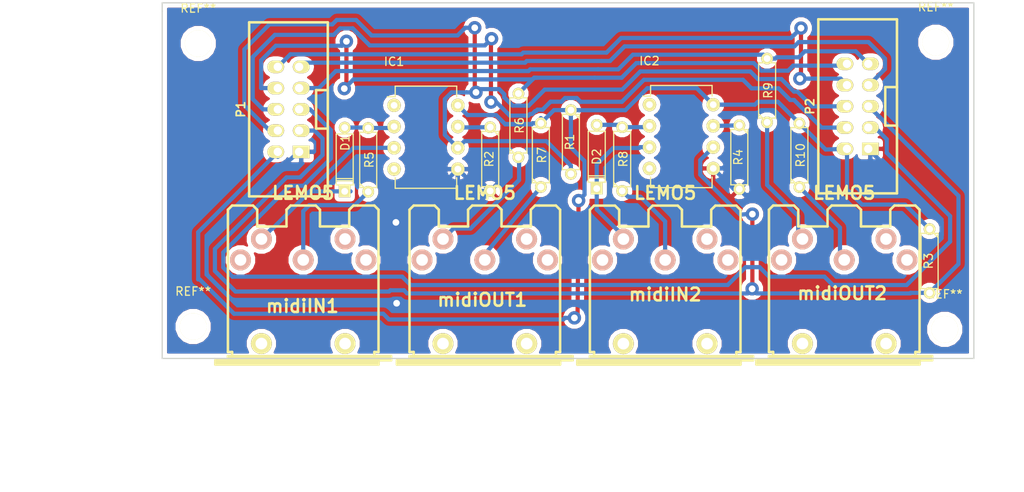
<source format=kicad_pcb>
(kicad_pcb (version 4) (host pcbnew 4.0.2-stable)

  (general
    (links 42)
    (no_connects 0)
    (area 14.750001 41.585 137.952143 102.950001)
    (thickness 1.6)
    (drawings 9)
    (tracks 388)
    (zones 0)
    (modules 24)
    (nets 35)
  )

  (page A4)
  (layers
    (0 F.Cu signal)
    (31 B.Cu signal)
    (32 B.Adhes user)
    (33 F.Adhes user)
    (34 B.Paste user)
    (35 F.Paste user)
    (36 B.SilkS user)
    (37 F.SilkS user)
    (38 B.Mask user)
    (39 F.Mask user)
    (40 Dwgs.User user)
    (41 Cmts.User user)
    (42 Eco1.User user)
    (43 Eco2.User user)
    (44 Edge.Cuts user)
    (45 Margin user)
    (46 B.CrtYd user)
    (47 F.CrtYd user)
    (48 B.Fab user)
    (49 F.Fab user)
  )

  (setup
    (last_trace_width 0.5)
    (trace_clearance 0.5)
    (zone_clearance 0.508)
    (zone_45_only no)
    (trace_min 0.2)
    (segment_width 0.2)
    (edge_width 0.15)
    (via_size 1.6)
    (via_drill 0.8)
    (via_min_size 0.4)
    (via_min_drill 0.3)
    (uvia_size 0.3)
    (uvia_drill 0.1)
    (uvias_allowed no)
    (uvia_min_size 0.2)
    (uvia_min_drill 0.1)
    (pcb_text_width 0.3)
    (pcb_text_size 1.5 1.5)
    (mod_edge_width 0.15)
    (mod_text_size 1 1)
    (mod_text_width 0.15)
    (pad_size 3.2 3.2)
    (pad_drill 3.2)
    (pad_to_mask_clearance 0.2)
    (aux_axis_origin 0 0)
    (visible_elements 7FFFFFFF)
    (pcbplotparams
      (layerselection 0x010f0_80000001)
      (usegerberextensions false)
      (excludeedgelayer true)
      (linewidth 0.100000)
      (plotframeref false)
      (viasonmask false)
      (mode 1)
      (useauxorigin false)
      (hpglpennumber 1)
      (hpglpenspeed 20)
      (hpglpendiameter 15)
      (hpglpenoverlay 2)
      (psnegative false)
      (psa4output false)
      (plotreference true)
      (plotvalue true)
      (plotinvisibletext false)
      (padsonsilk false)
      (subtractmaskfromsilk false)
      (outputformat 1)
      (mirror false)
      (drillshape 0)
      (scaleselection 1)
      (outputdirectory "C:/Users/fil/Google Drive/DIY/SeqV4/midi/gerber/2/"))
  )

  (net 0 "")
  (net 1 "Net-(D1-Pad1)")
  (net 2 "Net-(D1-Pad2)")
  (net 3 "Net-(D2-Pad1)")
  (net 4 "Net-(D2-Pad2)")
  (net 5 GND)
  (net 6 "Net-(IC1-Pad6)")
  (net 7 "Net-(IC1-Pad7)")
  (net 8 +5V)
  (net 9 "Net-(IC2-Pad6)")
  (net 10 "Net-(IC2-Pad7)")
  (net 11 "Net-(midiIN1-Pad3)")
  (net 12 "Net-(midiIN1-Pad4)")
  (net 13 "Net-(R5-Pad1)")
  (net 14 "Net-(midiIN1-Pad1)")
  (net 15 "Net-(midiIN2-Pad3)")
  (net 16 "Net-(midiIN2-Pad4)")
  (net 17 "Net-(R8-Pad1)")
  (net 18 "Net-(midiIN2-Pad1)")
  (net 19 "Net-(midiOUT1-Pad3)")
  (net 20 "Net-(midiOUT1-Pad4)")
  (net 21 "Net-(R7-Pad1)")
  (net 22 "Net-(midiOUT1-Pad1)")
  (net 23 "Net-(R6-Pad1)")
  (net 24 "Net-(midiOUT2-Pad3)")
  (net 25 "Net-(midiOUT2-Pad4)")
  (net 26 "Net-(R10-Pad1)")
  (net 27 "Net-(midiOUT2-Pad1)")
  (net 28 "Net-(R9-Pad1)")
  (net 29 "Net-(P1-Pad9)")
  (net 30 "Net-(P1-Pad10)")
  (net 31 "Net-(P1-Pad8)")
  (net 32 "Net-(P1-Pad7)")
  (net 33 "Net-(P1-Pad5)")
  (net 34 "Net-(P1-Pad6)")

  (net_class Default "Ceci est la Netclass par défaut"
    (clearance 0.5)
    (trace_width 0.5)
    (via_dia 1.6)
    (via_drill 0.8)
    (uvia_dia 0.3)
    (uvia_drill 0.1)
    (add_net +5V)
    (add_net GND)
    (add_net "Net-(D1-Pad1)")
    (add_net "Net-(D1-Pad2)")
    (add_net "Net-(D2-Pad1)")
    (add_net "Net-(D2-Pad2)")
    (add_net "Net-(IC1-Pad6)")
    (add_net "Net-(IC1-Pad7)")
    (add_net "Net-(IC2-Pad6)")
    (add_net "Net-(IC2-Pad7)")
    (add_net "Net-(P1-Pad10)")
    (add_net "Net-(P1-Pad5)")
    (add_net "Net-(P1-Pad6)")
    (add_net "Net-(P1-Pad7)")
    (add_net "Net-(P1-Pad8)")
    (add_net "Net-(P1-Pad9)")
    (add_net "Net-(R10-Pad1)")
    (add_net "Net-(R5-Pad1)")
    (add_net "Net-(R6-Pad1)")
    (add_net "Net-(R7-Pad1)")
    (add_net "Net-(R8-Pad1)")
    (add_net "Net-(R9-Pad1)")
    (add_net "Net-(midiIN1-Pad1)")
    (add_net "Net-(midiIN1-Pad3)")
    (add_net "Net-(midiIN1-Pad4)")
    (add_net "Net-(midiIN2-Pad1)")
    (add_net "Net-(midiIN2-Pad3)")
    (add_net "Net-(midiIN2-Pad4)")
    (add_net "Net-(midiOUT1-Pad1)")
    (add_net "Net-(midiOUT1-Pad3)")
    (add_net "Net-(midiOUT1-Pad4)")
    (add_net "Net-(midiOUT2-Pad1)")
    (add_net "Net-(midiOUT2-Pad3)")
    (add_net "Net-(midiOUT2-Pad4)")
  )

  (module Mounting_Holes:MountingHole_3.2mm_M3 (layer F.Cu) (tedit 56D1B4CB) (tstamp 5788AD37)
    (at 38.2 81.19)
    (descr "Mounting Hole 3.2mm, no annular, M3")
    (tags "mounting hole 3.2mm no annular m3")
    (fp_text reference REF** (at 0 -4.2) (layer F.SilkS)
      (effects (font (size 1 1) (thickness 0.15)))
    )
    (fp_text value MountingHole_3.2mm_M3 (at 0 4.2) (layer F.Fab)
      (effects (font (size 1 1) (thickness 0.15)))
    )
    (fp_circle (center 0 0) (end 3.2 0) (layer Cmts.User) (width 0.15))
    (fp_circle (center 0 0) (end 3.45 0) (layer F.CrtYd) (width 0.05))
    (pad 1 np_thru_hole circle (at 0 0) (size 3.2 3.2) (drill 3.2) (layers *.Cu *.Mask F.SilkS))
  )

  (module Mounting_Holes:MountingHole_3.2mm_M3 (layer F.Cu) (tedit 579A706D) (tstamp 5788AD36)
    (at 128.02 81.52)
    (descr "Mounting Hole 3.2mm, no annular, M3")
    (tags "mounting hole 3.2mm no annular m3")
    (fp_text reference REF** (at 0 -4.2) (layer F.SilkS)
      (effects (font (size 1 1) (thickness 0.15)))
    )
    (fp_text value MountingHole_3.2mm_M3 (at 0 4.2) (layer F.Fab)
      (effects (font (size 1 1) (thickness 0.15)))
    )
    (fp_circle (center 0 0) (end 3.2 0) (layer Cmts.User) (width 0.15))
    (fp_circle (center 0 0) (end 3.45 0) (layer F.CrtYd) (width 0.05))
    (pad "" np_thru_hole circle (at 0 0) (size 3.2 3.2) (drill 3.2) (layers *.Cu *.Mask F.SilkS))
  )

  (module Mounting_Holes:MountingHole_3.2mm_M3 (layer F.Cu) (tedit 56D1B4CB) (tstamp 5788AD35)
    (at 126.95 47.21)
    (descr "Mounting Hole 3.2mm, no annular, M3")
    (tags "mounting hole 3.2mm no annular m3")
    (fp_text reference REF** (at 0 -4.2) (layer F.SilkS)
      (effects (font (size 1 1) (thickness 0.15)))
    )
    (fp_text value MountingHole_3.2mm_M3 (at 0 4.2) (layer F.Fab)
      (effects (font (size 1 1) (thickness 0.15)))
    )
    (fp_circle (center 0 0) (end 3.2 0) (layer Cmts.User) (width 0.15))
    (fp_circle (center 0 0) (end 3.45 0) (layer F.CrtYd) (width 0.05))
    (pad 1 np_thru_hole circle (at 0 0) (size 3.2 3.2) (drill 3.2) (layers *.Cu *.Mask F.SilkS))
  )

  (module Mounting_Holes:MountingHole_3.2mm_M3 (layer F.Cu) (tedit 56D1B4CB) (tstamp 5788AD34)
    (at 38.81 47.36)
    (descr "Mounting Hole 3.2mm, no annular, M3")
    (tags "mounting hole 3.2mm no annular m3")
    (fp_text reference REF** (at 0 -4.2) (layer F.SilkS)
      (effects (font (size 1 1) (thickness 0.15)))
    )
    (fp_text value MountingHole_3.2mm_M3 (at 0 4.2) (layer F.Fab)
      (effects (font (size 1 1) (thickness 0.15)))
    )
    (fp_circle (center 0 0) (end 3.2 0) (layer Cmts.User) (width 0.15))
    (fp_circle (center 0 0) (end 3.45 0) (layer F.CrtYd) (width 0.05))
    (pad 1 np_thru_hole circle (at 0 0) (size 3.2 3.2) (drill 3.2) (layers *.Cu *.Mask F.SilkS))
  )

  (module Discret:D3 placed (layer F.Cu) (tedit 0) (tstamp 5788AA49)
    (at 56.31 61.22 270)
    (descr "Diode 3 pas")
    (tags "DIODE DEV")
    (path /5772D763)
    (fp_text reference D1 (at -2 -0.06 270) (layer F.SilkS)
      (effects (font (size 1 1) (thickness 0.15)))
    )
    (fp_text value 1N4148 (at 0 0 360) (layer F.Fab)
      (effects (font (size 1 1) (thickness 0.15)))
    )
    (fp_line (start 3.81 0) (end 3.048 0) (layer F.SilkS) (width 0.15))
    (fp_line (start 3.048 0) (end 3.048 -1.016) (layer F.SilkS) (width 0.15))
    (fp_line (start 3.048 -1.016) (end -3.048 -1.016) (layer F.SilkS) (width 0.15))
    (fp_line (start -3.048 -1.016) (end -3.048 0) (layer F.SilkS) (width 0.15))
    (fp_line (start -3.048 0) (end -3.81 0) (layer F.SilkS) (width 0.15))
    (fp_line (start -3.048 0) (end -3.048 1.016) (layer F.SilkS) (width 0.15))
    (fp_line (start -3.048 1.016) (end 3.048 1.016) (layer F.SilkS) (width 0.15))
    (fp_line (start 3.048 1.016) (end 3.048 0) (layer F.SilkS) (width 0.15))
    (fp_line (start 2.54 -1.016) (end 2.54 1.016) (layer F.SilkS) (width 0.15))
    (fp_line (start 2.286 1.016) (end 2.286 -1.016) (layer F.SilkS) (width 0.15))
    (pad 1 thru_hole rect (at 3.81 0 270) (size 1.397 1.397) (drill 0.8128) (layers *.Cu *.Mask F.SilkS)
      (net 1 "Net-(D1-Pad1)"))
    (pad 2 thru_hole circle (at -3.81 0 270) (size 1.397 1.397) (drill 0.8128) (layers *.Cu *.Mask F.SilkS)
      (net 2 "Net-(D1-Pad2)"))
    (model Discret.3dshapes/D3.wrl
      (at (xyz 0 0 0))
      (scale (xyz 0.3 0.3 0.3))
      (rotate (xyz 0 0 0))
    )
  )

  (module Discret:D3 placed (layer F.Cu) (tedit 0) (tstamp 5788AA4F)
    (at 86.43 60.89 270)
    (descr "Diode 3 pas")
    (tags "DIODE DEV")
    (path /5772D76E)
    (fp_text reference D2 (at 0 0 270) (layer F.SilkS)
      (effects (font (size 1 1) (thickness 0.15)))
    )
    (fp_text value 1N4148 (at 0 0 270) (layer F.Fab)
      (effects (font (size 1 1) (thickness 0.15)))
    )
    (fp_line (start 3.81 0) (end 3.048 0) (layer F.SilkS) (width 0.15))
    (fp_line (start 3.048 0) (end 3.048 -1.016) (layer F.SilkS) (width 0.15))
    (fp_line (start 3.048 -1.016) (end -3.048 -1.016) (layer F.SilkS) (width 0.15))
    (fp_line (start -3.048 -1.016) (end -3.048 0) (layer F.SilkS) (width 0.15))
    (fp_line (start -3.048 0) (end -3.81 0) (layer F.SilkS) (width 0.15))
    (fp_line (start -3.048 0) (end -3.048 1.016) (layer F.SilkS) (width 0.15))
    (fp_line (start -3.048 1.016) (end 3.048 1.016) (layer F.SilkS) (width 0.15))
    (fp_line (start 3.048 1.016) (end 3.048 0) (layer F.SilkS) (width 0.15))
    (fp_line (start 2.54 -1.016) (end 2.54 1.016) (layer F.SilkS) (width 0.15))
    (fp_line (start 2.286 1.016) (end 2.286 -1.016) (layer F.SilkS) (width 0.15))
    (pad 1 thru_hole rect (at 3.81 0 270) (size 1.397 1.397) (drill 0.8128) (layers *.Cu *.Mask F.SilkS)
      (net 3 "Net-(D2-Pad1)"))
    (pad 2 thru_hole circle (at -3.81 0 270) (size 1.397 1.397) (drill 0.8128) (layers *.Cu *.Mask F.SilkS)
      (net 4 "Net-(D2-Pad2)"))
    (model Discret.3dshapes/D3.wrl
      (at (xyz 0 0 0))
      (scale (xyz 0.3 0.3 0.3))
      (rotate (xyz 0 0 0))
    )
  )

  (module Housings_DIP:DIP-8_W7.62mm placed (layer F.Cu) (tedit 54130A77) (tstamp 5788AA5B)
    (at 62.21 54.75)
    (descr "8-lead dip package, row spacing 7.62 mm (300 mils)")
    (tags "dil dip 2.54 300")
    (path /5772D759)
    (fp_text reference IC1 (at 0 -5.22) (layer F.SilkS)
      (effects (font (size 1 1) (thickness 0.15)))
    )
    (fp_text value 6N138 (at 0 -3.72) (layer F.Fab)
      (effects (font (size 1 1) (thickness 0.15)))
    )
    (fp_line (start -1.05 -2.45) (end -1.05 10.1) (layer F.CrtYd) (width 0.05))
    (fp_line (start 8.65 -2.45) (end 8.65 10.1) (layer F.CrtYd) (width 0.05))
    (fp_line (start -1.05 -2.45) (end 8.65 -2.45) (layer F.CrtYd) (width 0.05))
    (fp_line (start -1.05 10.1) (end 8.65 10.1) (layer F.CrtYd) (width 0.05))
    (fp_line (start 0.135 -2.295) (end 0.135 -1.025) (layer F.SilkS) (width 0.15))
    (fp_line (start 7.485 -2.295) (end 7.485 -1.025) (layer F.SilkS) (width 0.15))
    (fp_line (start 7.485 9.915) (end 7.485 8.645) (layer F.SilkS) (width 0.15))
    (fp_line (start 0.135 9.915) (end 0.135 8.645) (layer F.SilkS) (width 0.15))
    (fp_line (start 0.135 -2.295) (end 7.485 -2.295) (layer F.SilkS) (width 0.15))
    (fp_line (start 0.135 9.915) (end 7.485 9.915) (layer F.SilkS) (width 0.15))
    (fp_line (start 0.135 -1.025) (end -0.8 -1.025) (layer F.SilkS) (width 0.15))
    (pad 1 thru_hole oval (at 0 0) (size 1.6 1.6) (drill 0.8) (layers *.Cu *.Mask F.SilkS))
    (pad 2 thru_hole oval (at 0 2.54) (size 1.6 1.6) (drill 0.8) (layers *.Cu *.Mask F.SilkS)
      (net 2 "Net-(D1-Pad2)"))
    (pad 3 thru_hole oval (at 0 5.08) (size 1.6 1.6) (drill 0.8) (layers *.Cu *.Mask F.SilkS)
      (net 1 "Net-(D1-Pad1)"))
    (pad 4 thru_hole oval (at 0 7.62) (size 1.6 1.6) (drill 0.8) (layers *.Cu *.Mask F.SilkS))
    (pad 5 thru_hole oval (at 7.62 7.62) (size 1.6 1.6) (drill 0.8) (layers *.Cu *.Mask F.SilkS)
      (net 5 GND))
    (pad 6 thru_hole oval (at 7.62 5.08) (size 1.6 1.6) (drill 0.8) (layers *.Cu *.Mask F.SilkS)
      (net 6 "Net-(IC1-Pad6)"))
    (pad 7 thru_hole oval (at 7.62 2.54) (size 1.6 1.6) (drill 0.8) (layers *.Cu *.Mask F.SilkS)
      (net 7 "Net-(IC1-Pad7)"))
    (pad 8 thru_hole oval (at 7.62 0) (size 1.6 1.6) (drill 0.8) (layers *.Cu *.Mask F.SilkS)
      (net 8 +5V))
    (model Housings_DIP.3dshapes/DIP-8_W7.62mm.wrl
      (at (xyz 0 0 0))
      (scale (xyz 1 1 1))
      (rotate (xyz 0 0 0))
    )
  )

  (module Housings_DIP:DIP-8_W7.62mm placed (layer F.Cu) (tedit 54130A77) (tstamp 5788AA67)
    (at 92.73 54.67)
    (descr "8-lead dip package, row spacing 7.62 mm (300 mils)")
    (tags "dil dip 2.54 300")
    (path /5772D766)
    (fp_text reference IC2 (at 0 -5.22) (layer F.SilkS)
      (effects (font (size 1 1) (thickness 0.15)))
    )
    (fp_text value 6N138 (at 0 -3.72) (layer F.Fab)
      (effects (font (size 1 1) (thickness 0.15)))
    )
    (fp_line (start -1.05 -2.45) (end -1.05 10.1) (layer F.CrtYd) (width 0.05))
    (fp_line (start 8.65 -2.45) (end 8.65 10.1) (layer F.CrtYd) (width 0.05))
    (fp_line (start -1.05 -2.45) (end 8.65 -2.45) (layer F.CrtYd) (width 0.05))
    (fp_line (start -1.05 10.1) (end 8.65 10.1) (layer F.CrtYd) (width 0.05))
    (fp_line (start 0.135 -2.295) (end 0.135 -1.025) (layer F.SilkS) (width 0.15))
    (fp_line (start 7.485 -2.295) (end 7.485 -1.025) (layer F.SilkS) (width 0.15))
    (fp_line (start 7.485 9.915) (end 7.485 8.645) (layer F.SilkS) (width 0.15))
    (fp_line (start 0.135 9.915) (end 0.135 8.645) (layer F.SilkS) (width 0.15))
    (fp_line (start 0.135 -2.295) (end 7.485 -2.295) (layer F.SilkS) (width 0.15))
    (fp_line (start 0.135 9.915) (end 7.485 9.915) (layer F.SilkS) (width 0.15))
    (fp_line (start 0.135 -1.025) (end -0.8 -1.025) (layer F.SilkS) (width 0.15))
    (pad 1 thru_hole oval (at 0 0) (size 1.6 1.6) (drill 0.8) (layers *.Cu *.Mask F.SilkS))
    (pad 2 thru_hole oval (at 0 2.54) (size 1.6 1.6) (drill 0.8) (layers *.Cu *.Mask F.SilkS)
      (net 4 "Net-(D2-Pad2)"))
    (pad 3 thru_hole oval (at 0 5.08) (size 1.6 1.6) (drill 0.8) (layers *.Cu *.Mask F.SilkS)
      (net 3 "Net-(D2-Pad1)"))
    (pad 4 thru_hole oval (at 0 7.62) (size 1.6 1.6) (drill 0.8) (layers *.Cu *.Mask F.SilkS))
    (pad 5 thru_hole oval (at 7.62 7.62) (size 1.6 1.6) (drill 0.8) (layers *.Cu *.Mask F.SilkS)
      (net 5 GND))
    (pad 6 thru_hole oval (at 7.62 5.08) (size 1.6 1.6) (drill 0.8) (layers *.Cu *.Mask F.SilkS)
      (net 9 "Net-(IC2-Pad6)"))
    (pad 7 thru_hole oval (at 7.62 2.54) (size 1.6 1.6) (drill 0.8) (layers *.Cu *.Mask F.SilkS)
      (net 10 "Net-(IC2-Pad7)"))
    (pad 8 thru_hole oval (at 7.62 0) (size 1.6 1.6) (drill 0.8) (layers *.Cu *.Mask F.SilkS)
      (net 8 +5V))
    (model Housings_DIP.3dshapes/DIP-8_W7.62mm.wrl
      (at (xyz 0 0 0))
      (scale (xyz 1 1 1))
      (rotate (xyz 0 0 0))
    )
  )

  (module w_conn_av:din-5 locked (layer F.Cu) (tedit 5788AD5A) (tstamp 5788AA72)
    (at 51.352761 76.22474)
    (descr "Din 5 (MIDI), Pro Signal P/N PSG03463")
    (path /5772D764)
    (fp_text reference midiIN1 (at -0.102761 2.52526) (layer F.SilkS)
      (effects (font (thickness 0.3048)))
    )
    (fp_text value LEMO5 (at 0 -11.00074) (layer F.SilkS)
      (effects (font (thickness 0.3048)))
    )
    (fp_line (start -8.99922 8.7503) (end 10.50036 8.7503) (layer F.SilkS) (width 0.3048))
    (fp_line (start 8.99922 8.99922) (end -8.99922 8.99922) (layer F.SilkS) (width 0.3048))
    (fp_line (start -10.50036 9.25068) (end 8.99922 9.25068) (layer F.SilkS) (width 0.3048))
    (fp_line (start -8.99922 -8.99922) (end -8.99922 8.001) (layer F.SilkS) (width 0.3048))
    (fp_line (start -8.99922 -8.99922) (end -8.49884 -9.4996) (layer F.SilkS) (width 0.3048))
    (fp_line (start -8.49884 -9.4996) (end -5.99948 -9.4996) (layer F.SilkS) (width 0.3048))
    (fp_line (start -5.99948 -9.4996) (end -5.4991 -8.99922) (layer F.SilkS) (width 0.3048))
    (fp_line (start -5.4991 -8.99922) (end -5.4991 -7.00024) (layer F.SilkS) (width 0.3048))
    (fp_line (start -5.4991 -7.00024) (end -1.99898 -7.00024) (layer F.SilkS) (width 0.3048))
    (fp_line (start 8.99922 -8.99922) (end 8.99922 8.001) (layer F.SilkS) (width 0.3048))
    (fp_line (start 8.99922 -8.99922) (end 8.49884 -9.4996) (layer F.SilkS) (width 0.3048))
    (fp_line (start 8.49884 -9.4996) (end 6.49986 -9.4996) (layer F.SilkS) (width 0.3048))
    (fp_line (start 6.49986 -9.4996) (end 5.99948 -9.4996) (layer F.SilkS) (width 0.3048))
    (fp_line (start 5.99948 -9.4996) (end 5.4991 -8.99922) (layer F.SilkS) (width 0.3048))
    (fp_line (start 5.4991 -8.99922) (end 5.4991 -7.00024) (layer F.SilkS) (width 0.3048))
    (fp_line (start 5.4991 -7.00024) (end 1.99898 -7.00024) (layer F.SilkS) (width 0.3048))
    (fp_line (start -1.50114 -9.4996) (end -1.99898 -8.99922) (layer F.SilkS) (width 0.3048))
    (fp_line (start -1.99898 -8.99922) (end -1.99898 -7.00024) (layer F.SilkS) (width 0.3048))
    (fp_line (start -1.50114 -9.4996) (end 1.50114 -9.4996) (layer F.SilkS) (width 0.3048))
    (fp_line (start 1.50114 -9.4996) (end 1.99898 -8.99922) (layer F.SilkS) (width 0.3048))
    (fp_line (start 1.99898 -8.99922) (end 1.99898 -7.00024) (layer F.SilkS) (width 0.3048))
    (fp_line (start 10.50036 8.99922) (end 8.99922 8.99922) (layer F.SilkS) (width 0.3048))
    (fp_line (start 8.99922 8.99922) (end 8.99922 9.4996) (layer F.SilkS) (width 0.3048))
    (fp_line (start 8.99922 9.4996) (end -10.50036 9.4996) (layer F.SilkS) (width 0.3048))
    (fp_line (start -10.50036 8.99922) (end -8.99922 8.99922) (layer F.SilkS) (width 0.3048))
    (fp_line (start -8.99922 8.99922) (end -8.99922 8.49884) (layer F.SilkS) (width 0.3048))
    (fp_line (start -8.99922 8.49884) (end 10.50036 8.49884) (layer F.SilkS) (width 0.3048))
    (fp_line (start 8.99922 8.001) (end 8.49884 8.001) (layer F.SilkS) (width 0.3048))
    (fp_line (start -8.99922 8.001) (end -8.49884 8.001) (layer F.SilkS) (width 0.3048))
    (fp_line (start 8.49884 8.49884) (end 8.49884 8.001) (layer F.SilkS) (width 0.3048))
    (fp_line (start -8.49884 8.001) (end -8.49884 8.49884) (layer F.SilkS) (width 0.3048))
    (fp_line (start -10.50036 9.4996) (end -10.50036 8.99922) (layer F.SilkS) (width 0.3048))
    (fp_line (start 10.50036 8.49884) (end 10.50036 8.99922) (layer F.SilkS) (width 0.3048))
    (pad 3 thru_hole circle (at -7.49808 -2.9972) (size 2.49936 2.49936) (drill 1.397) (layers *.Cu *.SilkS *.Mask)
      (net 11 "Net-(midiIN1-Pad3)"))
    (pad 4 thru_hole circle (at 4.99618 -5.4991) (size 2.49936 2.49936) (drill 1.397) (layers *.Cu *.SilkS *.Mask)
      (net 12 "Net-(midiIN1-Pad4)"))
    (pad 2 thru_hole circle (at 0 -2.99974) (size 2.49936 2.49936) (drill 1.397) (layers *.Cu *.SilkS *.Mask)
      (net 13 "Net-(R5-Pad1)"))
    (pad 1 thru_hole circle (at 7.49808 -2.9972) (size 2.49936 2.49936) (drill 1.397) (layers *.Cu *.SilkS *.Mask)
      (net 14 "Net-(midiIN1-Pad1)"))
    (pad 5 thru_hole circle (at -4.99618 -5.4991) (size 2.49936 2.49936) (drill 1.397) (layers *.Cu *.SilkS *.Mask)
      (net 1 "Net-(D1-Pad1)"))
    (pad "" np_thru_hole circle (at 5.00126 6.9977) (size 2.49936 2.49936) (drill 1.397) (layers *.Cu *.Mask F.SilkS))
    (pad "" np_thru_hole circle (at -5.00126 6.9977) (size 2.49936 2.49936) (drill 1.397) (layers *.Cu *.Mask F.SilkS))
    (model walter/conn_av/din-5.wrl
      (at (xyz 0 0 0))
      (scale (xyz 1 1 1))
      (rotate (xyz 0 0 0))
    )
  )

  (module w_conn_av:din-5 locked (layer F.Cu) (tedit 51C20EF5) (tstamp 5788AA7D)
    (at 94.61126 76.2323)
    (descr "Din 5 (MIDI), Pro Signal P/N PSG03463")
    (path /5772D76F)
    (fp_text reference midiIN2 (at 0 1.13526) (layer F.SilkS)
      (effects (font (thickness 0.3048)))
    )
    (fp_text value LEMO5 (at 0 -11.00074) (layer F.SilkS)
      (effects (font (thickness 0.3048)))
    )
    (fp_line (start -8.99922 8.7503) (end 10.50036 8.7503) (layer F.SilkS) (width 0.3048))
    (fp_line (start 8.99922 8.99922) (end -8.99922 8.99922) (layer F.SilkS) (width 0.3048))
    (fp_line (start -10.50036 9.25068) (end 8.99922 9.25068) (layer F.SilkS) (width 0.3048))
    (fp_line (start -8.99922 -8.99922) (end -8.99922 8.001) (layer F.SilkS) (width 0.3048))
    (fp_line (start -8.99922 -8.99922) (end -8.49884 -9.4996) (layer F.SilkS) (width 0.3048))
    (fp_line (start -8.49884 -9.4996) (end -5.99948 -9.4996) (layer F.SilkS) (width 0.3048))
    (fp_line (start -5.99948 -9.4996) (end -5.4991 -8.99922) (layer F.SilkS) (width 0.3048))
    (fp_line (start -5.4991 -8.99922) (end -5.4991 -7.00024) (layer F.SilkS) (width 0.3048))
    (fp_line (start -5.4991 -7.00024) (end -1.99898 -7.00024) (layer F.SilkS) (width 0.3048))
    (fp_line (start 8.99922 -8.99922) (end 8.99922 8.001) (layer F.SilkS) (width 0.3048))
    (fp_line (start 8.99922 -8.99922) (end 8.49884 -9.4996) (layer F.SilkS) (width 0.3048))
    (fp_line (start 8.49884 -9.4996) (end 6.49986 -9.4996) (layer F.SilkS) (width 0.3048))
    (fp_line (start 6.49986 -9.4996) (end 5.99948 -9.4996) (layer F.SilkS) (width 0.3048))
    (fp_line (start 5.99948 -9.4996) (end 5.4991 -8.99922) (layer F.SilkS) (width 0.3048))
    (fp_line (start 5.4991 -8.99922) (end 5.4991 -7.00024) (layer F.SilkS) (width 0.3048))
    (fp_line (start 5.4991 -7.00024) (end 1.99898 -7.00024) (layer F.SilkS) (width 0.3048))
    (fp_line (start -1.50114 -9.4996) (end -1.99898 -8.99922) (layer F.SilkS) (width 0.3048))
    (fp_line (start -1.99898 -8.99922) (end -1.99898 -7.00024) (layer F.SilkS) (width 0.3048))
    (fp_line (start -1.50114 -9.4996) (end 1.50114 -9.4996) (layer F.SilkS) (width 0.3048))
    (fp_line (start 1.50114 -9.4996) (end 1.99898 -8.99922) (layer F.SilkS) (width 0.3048))
    (fp_line (start 1.99898 -8.99922) (end 1.99898 -7.00024) (layer F.SilkS) (width 0.3048))
    (fp_line (start 10.50036 8.99922) (end 8.99922 8.99922) (layer F.SilkS) (width 0.3048))
    (fp_line (start 8.99922 8.99922) (end 8.99922 9.4996) (layer F.SilkS) (width 0.3048))
    (fp_line (start 8.99922 9.4996) (end -10.50036 9.4996) (layer F.SilkS) (width 0.3048))
    (fp_line (start -10.50036 8.99922) (end -8.99922 8.99922) (layer F.SilkS) (width 0.3048))
    (fp_line (start -8.99922 8.99922) (end -8.99922 8.49884) (layer F.SilkS) (width 0.3048))
    (fp_line (start -8.99922 8.49884) (end 10.50036 8.49884) (layer F.SilkS) (width 0.3048))
    (fp_line (start 8.99922 8.001) (end 8.49884 8.001) (layer F.SilkS) (width 0.3048))
    (fp_line (start -8.99922 8.001) (end -8.49884 8.001) (layer F.SilkS) (width 0.3048))
    (fp_line (start 8.49884 8.49884) (end 8.49884 8.001) (layer F.SilkS) (width 0.3048))
    (fp_line (start -8.49884 8.001) (end -8.49884 8.49884) (layer F.SilkS) (width 0.3048))
    (fp_line (start -10.50036 9.4996) (end -10.50036 8.99922) (layer F.SilkS) (width 0.3048))
    (fp_line (start 10.50036 8.49884) (end 10.50036 8.99922) (layer F.SilkS) (width 0.3048))
    (pad 3 thru_hole circle (at -7.49808 -2.9972) (size 2.49936 2.49936) (drill 1.397) (layers *.Cu *.SilkS *.Mask)
      (net 15 "Net-(midiIN2-Pad3)"))
    (pad 4 thru_hole circle (at 4.99618 -5.4991) (size 2.49936 2.49936) (drill 1.397) (layers *.Cu *.SilkS *.Mask)
      (net 16 "Net-(midiIN2-Pad4)"))
    (pad 2 thru_hole circle (at 0 -2.99974) (size 2.49936 2.49936) (drill 1.397) (layers *.Cu *.SilkS *.Mask)
      (net 17 "Net-(R8-Pad1)"))
    (pad 1 thru_hole circle (at 7.49808 -2.9972) (size 2.49936 2.49936) (drill 1.397) (layers *.Cu *.SilkS *.Mask)
      (net 18 "Net-(midiIN2-Pad1)"))
    (pad 5 thru_hole circle (at -4.99618 -5.4991) (size 2.49936 2.49936) (drill 1.397) (layers *.Cu *.SilkS *.Mask)
      (net 3 "Net-(D2-Pad1)"))
    (pad "" np_thru_hole circle (at 5.00126 6.9977) (size 2.49936 2.49936) (drill 1.397) (layers *.Cu *.Mask F.SilkS))
    (pad "" np_thru_hole circle (at -5.00126 6.9977) (size 2.49936 2.49936) (drill 1.397) (layers *.Cu *.Mask F.SilkS))
    (model walter/conn_av/din-5.wrl
      (at (xyz 0 0 0))
      (scale (xyz 1 1 1))
      (rotate (xyz 0 0 0))
    )
  )

  (module w_conn_av:din-5 locked (layer F.Cu) (tedit 51C20EF5) (tstamp 5788AA88)
    (at 73.052761 76.22474)
    (descr "Din 5 (MIDI), Pro Signal P/N PSG03463")
    (path /5772D771)
    (fp_text reference midiOUT1 (at -0.302761 1.77526) (layer F.SilkS)
      (effects (font (thickness 0.3048)))
    )
    (fp_text value LEMO5 (at 0 -11.00074) (layer F.SilkS)
      (effects (font (thickness 0.3048)))
    )
    (fp_line (start -8.99922 8.7503) (end 10.50036 8.7503) (layer F.SilkS) (width 0.3048))
    (fp_line (start 8.99922 8.99922) (end -8.99922 8.99922) (layer F.SilkS) (width 0.3048))
    (fp_line (start -10.50036 9.25068) (end 8.99922 9.25068) (layer F.SilkS) (width 0.3048))
    (fp_line (start -8.99922 -8.99922) (end -8.99922 8.001) (layer F.SilkS) (width 0.3048))
    (fp_line (start -8.99922 -8.99922) (end -8.49884 -9.4996) (layer F.SilkS) (width 0.3048))
    (fp_line (start -8.49884 -9.4996) (end -5.99948 -9.4996) (layer F.SilkS) (width 0.3048))
    (fp_line (start -5.99948 -9.4996) (end -5.4991 -8.99922) (layer F.SilkS) (width 0.3048))
    (fp_line (start -5.4991 -8.99922) (end -5.4991 -7.00024) (layer F.SilkS) (width 0.3048))
    (fp_line (start -5.4991 -7.00024) (end -1.99898 -7.00024) (layer F.SilkS) (width 0.3048))
    (fp_line (start 8.99922 -8.99922) (end 8.99922 8.001) (layer F.SilkS) (width 0.3048))
    (fp_line (start 8.99922 -8.99922) (end 8.49884 -9.4996) (layer F.SilkS) (width 0.3048))
    (fp_line (start 8.49884 -9.4996) (end 6.49986 -9.4996) (layer F.SilkS) (width 0.3048))
    (fp_line (start 6.49986 -9.4996) (end 5.99948 -9.4996) (layer F.SilkS) (width 0.3048))
    (fp_line (start 5.99948 -9.4996) (end 5.4991 -8.99922) (layer F.SilkS) (width 0.3048))
    (fp_line (start 5.4991 -8.99922) (end 5.4991 -7.00024) (layer F.SilkS) (width 0.3048))
    (fp_line (start 5.4991 -7.00024) (end 1.99898 -7.00024) (layer F.SilkS) (width 0.3048))
    (fp_line (start -1.50114 -9.4996) (end -1.99898 -8.99922) (layer F.SilkS) (width 0.3048))
    (fp_line (start -1.99898 -8.99922) (end -1.99898 -7.00024) (layer F.SilkS) (width 0.3048))
    (fp_line (start -1.50114 -9.4996) (end 1.50114 -9.4996) (layer F.SilkS) (width 0.3048))
    (fp_line (start 1.50114 -9.4996) (end 1.99898 -8.99922) (layer F.SilkS) (width 0.3048))
    (fp_line (start 1.99898 -8.99922) (end 1.99898 -7.00024) (layer F.SilkS) (width 0.3048))
    (fp_line (start 10.50036 8.99922) (end 8.99922 8.99922) (layer F.SilkS) (width 0.3048))
    (fp_line (start 8.99922 8.99922) (end 8.99922 9.4996) (layer F.SilkS) (width 0.3048))
    (fp_line (start 8.99922 9.4996) (end -10.50036 9.4996) (layer F.SilkS) (width 0.3048))
    (fp_line (start -10.50036 8.99922) (end -8.99922 8.99922) (layer F.SilkS) (width 0.3048))
    (fp_line (start -8.99922 8.99922) (end -8.99922 8.49884) (layer F.SilkS) (width 0.3048))
    (fp_line (start -8.99922 8.49884) (end 10.50036 8.49884) (layer F.SilkS) (width 0.3048))
    (fp_line (start 8.99922 8.001) (end 8.49884 8.001) (layer F.SilkS) (width 0.3048))
    (fp_line (start -8.99922 8.001) (end -8.49884 8.001) (layer F.SilkS) (width 0.3048))
    (fp_line (start 8.49884 8.49884) (end 8.49884 8.001) (layer F.SilkS) (width 0.3048))
    (fp_line (start -8.49884 8.001) (end -8.49884 8.49884) (layer F.SilkS) (width 0.3048))
    (fp_line (start -10.50036 9.4996) (end -10.50036 8.99922) (layer F.SilkS) (width 0.3048))
    (fp_line (start 10.50036 8.49884) (end 10.50036 8.99922) (layer F.SilkS) (width 0.3048))
    (pad 3 thru_hole circle (at -7.49808 -2.9972) (size 2.49936 2.49936) (drill 1.397) (layers *.Cu *.SilkS *.Mask)
      (net 19 "Net-(midiOUT1-Pad3)"))
    (pad 4 thru_hole circle (at 4.99618 -5.4991) (size 2.49936 2.49936) (drill 1.397) (layers *.Cu *.SilkS *.Mask)
      (net 20 "Net-(midiOUT1-Pad4)"))
    (pad 2 thru_hole circle (at 0 -2.99974) (size 2.49936 2.49936) (drill 1.397) (layers *.Cu *.SilkS *.Mask)
      (net 21 "Net-(R7-Pad1)"))
    (pad 1 thru_hole circle (at 7.49808 -2.9972) (size 2.49936 2.49936) (drill 1.397) (layers *.Cu *.SilkS *.Mask)
      (net 22 "Net-(midiOUT1-Pad1)"))
    (pad 5 thru_hole circle (at -4.99618 -5.4991) (size 2.49936 2.49936) (drill 1.397) (layers *.Cu *.SilkS *.Mask)
      (net 23 "Net-(R6-Pad1)"))
    (pad "" np_thru_hole circle (at 5.00126 6.9977) (size 2.49936 2.49936) (drill 1.397) (layers *.Cu *.Mask F.SilkS))
    (pad "" np_thru_hole circle (at -5.00126 6.9977) (size 2.49936 2.49936) (drill 1.397) (layers *.Cu *.Mask F.SilkS))
    (model walter/conn_av/din-5.wrl
      (at (xyz 0 0 0))
      (scale (xyz 1 1 1))
      (rotate (xyz 0 0 0))
    )
  )

  (module w_conn_av:din-5 locked (layer F.Cu) (tedit 51C20EF5) (tstamp 5788AA93)
    (at 116.01126 76.2223)
    (descr "Din 5 (MIDI), Pro Signal P/N PSG03463")
    (path /5772D778)
    (fp_text reference midiOUT2 (at -0.25 1) (layer F.SilkS)
      (effects (font (thickness 0.3048)))
    )
    (fp_text value LEMO5 (at 0 -11.00074) (layer F.SilkS)
      (effects (font (thickness 0.3048)))
    )
    (fp_line (start -8.99922 8.7503) (end 10.50036 8.7503) (layer F.SilkS) (width 0.3048))
    (fp_line (start 8.99922 8.99922) (end -8.99922 8.99922) (layer F.SilkS) (width 0.3048))
    (fp_line (start -10.50036 9.25068) (end 8.99922 9.25068) (layer F.SilkS) (width 0.3048))
    (fp_line (start -8.99922 -8.99922) (end -8.99922 8.001) (layer F.SilkS) (width 0.3048))
    (fp_line (start -8.99922 -8.99922) (end -8.49884 -9.4996) (layer F.SilkS) (width 0.3048))
    (fp_line (start -8.49884 -9.4996) (end -5.99948 -9.4996) (layer F.SilkS) (width 0.3048))
    (fp_line (start -5.99948 -9.4996) (end -5.4991 -8.99922) (layer F.SilkS) (width 0.3048))
    (fp_line (start -5.4991 -8.99922) (end -5.4991 -7.00024) (layer F.SilkS) (width 0.3048))
    (fp_line (start -5.4991 -7.00024) (end -1.99898 -7.00024) (layer F.SilkS) (width 0.3048))
    (fp_line (start 8.99922 -8.99922) (end 8.99922 8.001) (layer F.SilkS) (width 0.3048))
    (fp_line (start 8.99922 -8.99922) (end 8.49884 -9.4996) (layer F.SilkS) (width 0.3048))
    (fp_line (start 8.49884 -9.4996) (end 6.49986 -9.4996) (layer F.SilkS) (width 0.3048))
    (fp_line (start 6.49986 -9.4996) (end 5.99948 -9.4996) (layer F.SilkS) (width 0.3048))
    (fp_line (start 5.99948 -9.4996) (end 5.4991 -8.99922) (layer F.SilkS) (width 0.3048))
    (fp_line (start 5.4991 -8.99922) (end 5.4991 -7.00024) (layer F.SilkS) (width 0.3048))
    (fp_line (start 5.4991 -7.00024) (end 1.99898 -7.00024) (layer F.SilkS) (width 0.3048))
    (fp_line (start -1.50114 -9.4996) (end -1.99898 -8.99922) (layer F.SilkS) (width 0.3048))
    (fp_line (start -1.99898 -8.99922) (end -1.99898 -7.00024) (layer F.SilkS) (width 0.3048))
    (fp_line (start -1.50114 -9.4996) (end 1.50114 -9.4996) (layer F.SilkS) (width 0.3048))
    (fp_line (start 1.50114 -9.4996) (end 1.99898 -8.99922) (layer F.SilkS) (width 0.3048))
    (fp_line (start 1.99898 -8.99922) (end 1.99898 -7.00024) (layer F.SilkS) (width 0.3048))
    (fp_line (start 10.50036 8.99922) (end 8.99922 8.99922) (layer F.SilkS) (width 0.3048))
    (fp_line (start 8.99922 8.99922) (end 8.99922 9.4996) (layer F.SilkS) (width 0.3048))
    (fp_line (start 8.99922 9.4996) (end -10.50036 9.4996) (layer F.SilkS) (width 0.3048))
    (fp_line (start -10.50036 8.99922) (end -8.99922 8.99922) (layer F.SilkS) (width 0.3048))
    (fp_line (start -8.99922 8.99922) (end -8.99922 8.49884) (layer F.SilkS) (width 0.3048))
    (fp_line (start -8.99922 8.49884) (end 10.50036 8.49884) (layer F.SilkS) (width 0.3048))
    (fp_line (start 8.99922 8.001) (end 8.49884 8.001) (layer F.SilkS) (width 0.3048))
    (fp_line (start -8.99922 8.001) (end -8.49884 8.001) (layer F.SilkS) (width 0.3048))
    (fp_line (start 8.49884 8.49884) (end 8.49884 8.001) (layer F.SilkS) (width 0.3048))
    (fp_line (start -8.49884 8.001) (end -8.49884 8.49884) (layer F.SilkS) (width 0.3048))
    (fp_line (start -10.50036 9.4996) (end -10.50036 8.99922) (layer F.SilkS) (width 0.3048))
    (fp_line (start 10.50036 8.49884) (end 10.50036 8.99922) (layer F.SilkS) (width 0.3048))
    (pad 3 thru_hole circle (at -7.49808 -2.9972) (size 2.49936 2.49936) (drill 1.397) (layers *.Cu *.SilkS *.Mask)
      (net 24 "Net-(midiOUT2-Pad3)"))
    (pad 4 thru_hole circle (at 4.99618 -5.4991) (size 2.49936 2.49936) (drill 1.397) (layers *.Cu *.SilkS *.Mask)
      (net 25 "Net-(midiOUT2-Pad4)"))
    (pad 2 thru_hole circle (at 0 -2.99974) (size 2.49936 2.49936) (drill 1.397) (layers *.Cu *.SilkS *.Mask)
      (net 26 "Net-(R10-Pad1)"))
    (pad 1 thru_hole circle (at 7.49808 -2.9972) (size 2.49936 2.49936) (drill 1.397) (layers *.Cu *.SilkS *.Mask)
      (net 27 "Net-(midiOUT2-Pad1)"))
    (pad 5 thru_hole circle (at -4.99618 -5.4991) (size 2.49936 2.49936) (drill 1.397) (layers *.Cu *.SilkS *.Mask)
      (net 28 "Net-(R9-Pad1)"))
    (pad "" np_thru_hole circle (at 5.00126 6.9977) (size 2.49936 2.49936) (drill 1.397) (layers *.Cu *.Mask F.SilkS))
    (pad "" np_thru_hole circle (at -5.00126 6.9977) (size 2.49936 2.49936) (drill 1.397) (layers *.Cu *.Mask F.SilkS))
    (model walter/conn_av/din-5.wrl
      (at (xyz 0 0 0))
      (scale (xyz 1 1 1))
      (rotate (xyz 0 0 0))
    )
  )

  (module w_conn_strip:vasch_strip_5x2 placed (layer F.Cu) (tedit 53DE0503) (tstamp 5788AAA1)
    (at 49.59 55.23 90)
    (descr "Box header 5x2pin 2.54mm")
    (tags "CONN DEV")
    (path /5772E6F0)
    (fp_text reference P1 (at 0 -5.7 90) (layer F.SilkS)
      (effects (font (size 1 1) (thickness 0.2032)))
    )
    (fp_text value CONN_02X05 (at 0 5.7 90) (layer F.SilkS) hide
      (effects (font (size 1 1) (thickness 0.2032)))
    )
    (fp_line (start -10.4 4.7) (end 10.4 4.7) (layer F.SilkS) (width 0.3048))
    (fp_line (start 10.4 -4.7) (end -10.4 -4.7) (layer F.SilkS) (width 0.3048))
    (fp_line (start -10.4 -4.7) (end -10.4 4.7) (layer F.SilkS) (width 0.3048))
    (fp_line (start 10.4 -4.7) (end 10.4 4.7) (layer F.SilkS) (width 0.3048))
    (fp_line (start 2.3 4.7) (end 2.3 3.3) (layer F.SilkS) (width 0.29972))
    (fp_line (start 2.3 3.3) (end -2.3 3.3) (layer F.SilkS) (width 0.29972))
    (fp_line (start -2.3 3.3) (end -2.3 4.7) (layer F.SilkS) (width 0.29972))
    (pad 9 thru_hole oval (at 5.08 1.27 90) (size 1.5 2) (drill 1 (offset 0 0.25)) (layers *.Cu *.Mask F.SilkS)
      (net 29 "Net-(P1-Pad9)"))
    (pad 10 thru_hole oval (at 5.08 -1.27 90) (size 1.5 2) (drill 1 (offset 0 -0.25)) (layers *.Cu *.Mask F.SilkS)
      (net 30 "Net-(P1-Pad10)"))
    (pad 8 thru_hole oval (at 2.54 -1.27 90) (size 1.5 2) (drill 1 (offset 0 -0.25)) (layers *.Cu *.Mask F.SilkS)
      (net 31 "Net-(P1-Pad8)"))
    (pad 7 thru_hole oval (at 2.54 1.27 90) (size 1.5 2) (drill 1 (offset 0 0.25)) (layers *.Cu *.Mask F.SilkS)
      (net 32 "Net-(P1-Pad7)"))
    (pad 1 thru_hole rect (at -5.08 1.27 90) (size 1.5 2) (drill 1 (offset 0 0.25)) (layers *.Cu *.Mask F.SilkS)
      (net 5 GND))
    (pad 2 thru_hole oval (at -5.08 -1.27 90) (size 1.5 2) (drill 1 (offset 0 -0.25)) (layers *.Cu *.Mask F.SilkS)
      (net 8 +5V))
    (pad 3 thru_hole oval (at -2.54 1.27 90) (size 1.5 2) (drill 1 (offset 0 0.25)) (layers *.Cu *.Mask F.SilkS)
      (net 9 "Net-(IC2-Pad6)"))
    (pad 4 thru_hole oval (at -2.54 -1.27 90) (size 1.5 2) (drill 1 (offset 0 -0.25)) (layers *.Cu *.Mask F.SilkS)
      (net 6 "Net-(IC1-Pad6)"))
    (pad 5 thru_hole oval (at 0 1.27 90) (size 1.5 2) (drill 1 (offset 0 0.25)) (layers *.Cu *.Mask F.SilkS)
      (net 33 "Net-(P1-Pad5)"))
    (pad 6 thru_hole oval (at 0 -1.27 90) (size 1.5 2) (drill 1 (offset 0 -0.25)) (layers *.Cu *.Mask F.SilkS)
      (net 34 "Net-(P1-Pad6)"))
    (model walter/conn_strip/vasch_strip_5x2.wrl
      (at (xyz 0 0 0))
      (scale (xyz 1 1 1))
      (rotate (xyz 0 0 0))
    )
  )

  (module w_conn_strip:vasch_strip_5x2 placed (layer F.Cu) (tedit 53DE0503) (tstamp 5788AAAF)
    (at 117.61 54.87 90)
    (descr "Box header 5x2pin 2.54mm")
    (tags "CONN DEV")
    (path /5772EB15)
    (fp_text reference P2 (at 0 -5.7 90) (layer F.SilkS)
      (effects (font (size 1 1) (thickness 0.2032)))
    )
    (fp_text value CONN_02X05 (at 0 5.7 90) (layer F.SilkS) hide
      (effects (font (size 1 1) (thickness 0.2032)))
    )
    (fp_line (start -10.4 4.7) (end 10.4 4.7) (layer F.SilkS) (width 0.3048))
    (fp_line (start 10.4 -4.7) (end -10.4 -4.7) (layer F.SilkS) (width 0.3048))
    (fp_line (start -10.4 -4.7) (end -10.4 4.7) (layer F.SilkS) (width 0.3048))
    (fp_line (start 10.4 -4.7) (end 10.4 4.7) (layer F.SilkS) (width 0.3048))
    (fp_line (start 2.3 4.7) (end 2.3 3.3) (layer F.SilkS) (width 0.29972))
    (fp_line (start 2.3 3.3) (end -2.3 3.3) (layer F.SilkS) (width 0.29972))
    (fp_line (start -2.3 3.3) (end -2.3 4.7) (layer F.SilkS) (width 0.29972))
    (pad 9 thru_hole oval (at 5.08 1.27 90) (size 1.5 2) (drill 1 (offset 0 0.25)) (layers *.Cu *.Mask F.SilkS)
      (net 32 "Net-(P1-Pad7)"))
    (pad 10 thru_hole oval (at 5.08 -1.27 90) (size 1.5 2) (drill 1 (offset 0 -0.25)) (layers *.Cu *.Mask F.SilkS)
      (net 31 "Net-(P1-Pad8)"))
    (pad 8 thru_hole oval (at 2.54 -1.27 90) (size 1.5 2) (drill 1 (offset 0 -0.25)) (layers *.Cu *.Mask F.SilkS)
      (net 30 "Net-(P1-Pad10)"))
    (pad 7 thru_hole oval (at 2.54 1.27 90) (size 1.5 2) (drill 1 (offset 0 0.25)) (layers *.Cu *.Mask F.SilkS)
      (net 29 "Net-(P1-Pad9)"))
    (pad 1 thru_hole rect (at -5.08 1.27 90) (size 1.5 2) (drill 1 (offset 0 0.25)) (layers *.Cu *.Mask F.SilkS)
      (net 5 GND))
    (pad 2 thru_hole oval (at -5.08 -1.27 90) (size 1.5 2) (drill 1 (offset 0 -0.25)) (layers *.Cu *.Mask F.SilkS)
      (net 8 +5V))
    (pad 3 thru_hole oval (at -2.54 1.27 90) (size 1.5 2) (drill 1 (offset 0 0.25)) (layers *.Cu *.Mask F.SilkS)
      (net 33 "Net-(P1-Pad5)"))
    (pad 4 thru_hole oval (at -2.54 -1.27 90) (size 1.5 2) (drill 1 (offset 0 -0.25)) (layers *.Cu *.Mask F.SilkS)
      (net 34 "Net-(P1-Pad6)"))
    (pad 5 thru_hole oval (at 0 1.27 90) (size 1.5 2) (drill 1 (offset 0 0.25)) (layers *.Cu *.Mask F.SilkS)
      (net 9 "Net-(IC2-Pad6)"))
    (pad 6 thru_hole oval (at 0 -1.27 90) (size 1.5 2) (drill 1 (offset 0 -0.25)) (layers *.Cu *.Mask F.SilkS)
      (net 6 "Net-(IC1-Pad6)"))
    (model walter/conn_strip/vasch_strip_5x2.wrl
      (at (xyz 0 0 0))
      (scale (xyz 1 1 1))
      (rotate (xyz 0 0 0))
    )
  )

  (module Discret:R3 placed (layer F.Cu) (tedit 0) (tstamp 5788AAB5)
    (at 83.34 59.13 270)
    (descr "Resitance 3 pas")
    (tags R)
    (path /5772D75B)
    (fp_text reference R1 (at 0 0.127 270) (layer F.SilkS)
      (effects (font (size 1 1) (thickness 0.15)))
    )
    (fp_text value R (at 0 0.127 270) (layer F.Fab)
      (effects (font (size 1 1) (thickness 0.15)))
    )
    (fp_line (start -3.81 0) (end -3.302 0) (layer F.SilkS) (width 0.15))
    (fp_line (start 3.81 0) (end 3.302 0) (layer F.SilkS) (width 0.15))
    (fp_line (start 3.302 0) (end 3.302 -1.016) (layer F.SilkS) (width 0.15))
    (fp_line (start 3.302 -1.016) (end -3.302 -1.016) (layer F.SilkS) (width 0.15))
    (fp_line (start -3.302 -1.016) (end -3.302 1.016) (layer F.SilkS) (width 0.15))
    (fp_line (start -3.302 1.016) (end 3.302 1.016) (layer F.SilkS) (width 0.15))
    (fp_line (start 3.302 1.016) (end 3.302 0) (layer F.SilkS) (width 0.15))
    (fp_line (start -3.302 -0.508) (end -2.794 -1.016) (layer F.SilkS) (width 0.15))
    (pad 1 thru_hole circle (at -3.81 0 270) (size 1.397 1.397) (drill 0.8128) (layers *.Cu *.Mask F.SilkS)
      (net 8 +5V))
    (pad 2 thru_hole circle (at 3.81 0 270) (size 1.397 1.397) (drill 0.8128) (layers *.Cu *.Mask F.SilkS)
      (net 6 "Net-(IC1-Pad6)"))
    (model Discret.3dshapes/R3.wrl
      (at (xyz 0 0 0))
      (scale (xyz 0.3 0.3 0.3))
      (rotate (xyz 0 0 0))
    )
  )

  (module Discret:R3 placed (layer F.Cu) (tedit 0) (tstamp 5788AABB)
    (at 73.7 61.17 270)
    (descr "Resitance 3 pas")
    (tags R)
    (path /5772D75A)
    (fp_text reference R2 (at 0 0.127 270) (layer F.SilkS)
      (effects (font (size 1 1) (thickness 0.15)))
    )
    (fp_text value R (at 0 0.127 270) (layer F.Fab)
      (effects (font (size 1 1) (thickness 0.15)))
    )
    (fp_line (start -3.81 0) (end -3.302 0) (layer F.SilkS) (width 0.15))
    (fp_line (start 3.81 0) (end 3.302 0) (layer F.SilkS) (width 0.15))
    (fp_line (start 3.302 0) (end 3.302 -1.016) (layer F.SilkS) (width 0.15))
    (fp_line (start 3.302 -1.016) (end -3.302 -1.016) (layer F.SilkS) (width 0.15))
    (fp_line (start -3.302 -1.016) (end -3.302 1.016) (layer F.SilkS) (width 0.15))
    (fp_line (start -3.302 1.016) (end 3.302 1.016) (layer F.SilkS) (width 0.15))
    (fp_line (start 3.302 1.016) (end 3.302 0) (layer F.SilkS) (width 0.15))
    (fp_line (start -3.302 -0.508) (end -2.794 -1.016) (layer F.SilkS) (width 0.15))
    (pad 1 thru_hole circle (at -3.81 0 270) (size 1.397 1.397) (drill 0.8128) (layers *.Cu *.Mask F.SilkS)
      (net 7 "Net-(IC1-Pad7)"))
    (pad 2 thru_hole circle (at 3.81 0 270) (size 1.397 1.397) (drill 0.8128) (layers *.Cu *.Mask F.SilkS)
      (net 5 GND))
    (model Discret.3dshapes/R3.wrl
      (at (xyz 0 0 0))
      (scale (xyz 0.3 0.3 0.3))
      (rotate (xyz 0 0 0))
    )
  )

  (module Discret:R3 placed (layer F.Cu) (tedit 0) (tstamp 5788AAC1)
    (at 126.21 73.35 270)
    (descr "Resitance 3 pas")
    (tags R)
    (path /5772D768)
    (fp_text reference R3 (at 0 0.127 270) (layer F.SilkS)
      (effects (font (size 1 1) (thickness 0.15)))
    )
    (fp_text value R (at 0 0.127 270) (layer F.Fab)
      (effects (font (size 1 1) (thickness 0.15)))
    )
    (fp_line (start -3.81 0) (end -3.302 0) (layer F.SilkS) (width 0.15))
    (fp_line (start 3.81 0) (end 3.302 0) (layer F.SilkS) (width 0.15))
    (fp_line (start 3.302 0) (end 3.302 -1.016) (layer F.SilkS) (width 0.15))
    (fp_line (start 3.302 -1.016) (end -3.302 -1.016) (layer F.SilkS) (width 0.15))
    (fp_line (start -3.302 -1.016) (end -3.302 1.016) (layer F.SilkS) (width 0.15))
    (fp_line (start -3.302 1.016) (end 3.302 1.016) (layer F.SilkS) (width 0.15))
    (fp_line (start 3.302 1.016) (end 3.302 0) (layer F.SilkS) (width 0.15))
    (fp_line (start -3.302 -0.508) (end -2.794 -1.016) (layer F.SilkS) (width 0.15))
    (pad 1 thru_hole circle (at -3.81 0 270) (size 1.397 1.397) (drill 0.8128) (layers *.Cu *.Mask F.SilkS)
      (net 8 +5V))
    (pad 2 thru_hole circle (at 3.81 0 270) (size 1.397 1.397) (drill 0.8128) (layers *.Cu *.Mask F.SilkS)
      (net 9 "Net-(IC2-Pad6)"))
    (model Discret.3dshapes/R3.wrl
      (at (xyz 0 0 0))
      (scale (xyz 0.3 0.3 0.3))
      (rotate (xyz 0 0 0))
    )
  )

  (module Discret:R3 placed (layer F.Cu) (tedit 0) (tstamp 5788AAC7)
    (at 103.47 60.95 270)
    (descr "Resitance 3 pas")
    (tags R)
    (path /5772D767)
    (fp_text reference R4 (at 0 0.127 270) (layer F.SilkS)
      (effects (font (size 1 1) (thickness 0.15)))
    )
    (fp_text value R (at 0 0.127 270) (layer F.Fab)
      (effects (font (size 1 1) (thickness 0.15)))
    )
    (fp_line (start -3.81 0) (end -3.302 0) (layer F.SilkS) (width 0.15))
    (fp_line (start 3.81 0) (end 3.302 0) (layer F.SilkS) (width 0.15))
    (fp_line (start 3.302 0) (end 3.302 -1.016) (layer F.SilkS) (width 0.15))
    (fp_line (start 3.302 -1.016) (end -3.302 -1.016) (layer F.SilkS) (width 0.15))
    (fp_line (start -3.302 -1.016) (end -3.302 1.016) (layer F.SilkS) (width 0.15))
    (fp_line (start -3.302 1.016) (end 3.302 1.016) (layer F.SilkS) (width 0.15))
    (fp_line (start 3.302 1.016) (end 3.302 0) (layer F.SilkS) (width 0.15))
    (fp_line (start -3.302 -0.508) (end -2.794 -1.016) (layer F.SilkS) (width 0.15))
    (pad 1 thru_hole circle (at -3.81 0 270) (size 1.397 1.397) (drill 0.8128) (layers *.Cu *.Mask F.SilkS)
      (net 10 "Net-(IC2-Pad7)"))
    (pad 2 thru_hole circle (at 3.81 0 270) (size 1.397 1.397) (drill 0.8128) (layers *.Cu *.Mask F.SilkS)
      (net 5 GND))
    (model Discret.3dshapes/R3.wrl
      (at (xyz 0 0 0))
      (scale (xyz 0.3 0.3 0.3))
      (rotate (xyz 0 0 0))
    )
  )

  (module Discret:R3 placed (layer F.Cu) (tedit 0) (tstamp 5788AACD)
    (at 59.12 61.27 90)
    (descr "Resitance 3 pas")
    (tags R)
    (path /5772D762)
    (fp_text reference R5 (at 0 0.127 90) (layer F.SilkS)
      (effects (font (size 1 1) (thickness 0.15)))
    )
    (fp_text value R (at 0 0.127 90) (layer F.Fab)
      (effects (font (size 1 1) (thickness 0.15)))
    )
    (fp_line (start -3.81 0) (end -3.302 0) (layer F.SilkS) (width 0.15))
    (fp_line (start 3.81 0) (end 3.302 0) (layer F.SilkS) (width 0.15))
    (fp_line (start 3.302 0) (end 3.302 -1.016) (layer F.SilkS) (width 0.15))
    (fp_line (start 3.302 -1.016) (end -3.302 -1.016) (layer F.SilkS) (width 0.15))
    (fp_line (start -3.302 -1.016) (end -3.302 1.016) (layer F.SilkS) (width 0.15))
    (fp_line (start -3.302 1.016) (end 3.302 1.016) (layer F.SilkS) (width 0.15))
    (fp_line (start 3.302 1.016) (end 3.302 0) (layer F.SilkS) (width 0.15))
    (fp_line (start -3.302 -0.508) (end -2.794 -1.016) (layer F.SilkS) (width 0.15))
    (pad 1 thru_hole circle (at -3.81 0 90) (size 1.397 1.397) (drill 0.8128) (layers *.Cu *.Mask F.SilkS)
      (net 13 "Net-(R5-Pad1)"))
    (pad 2 thru_hole circle (at 3.81 0 90) (size 1.397 1.397) (drill 0.8128) (layers *.Cu *.Mask F.SilkS)
      (net 2 "Net-(D1-Pad2)"))
    (model Discret.3dshapes/R3.wrl
      (at (xyz 0 0 0))
      (scale (xyz 0.3 0.3 0.3))
      (rotate (xyz 0 0 0))
    )
  )

  (module Discret:R3 placed (layer F.Cu) (tedit 0) (tstamp 5788AAD3)
    (at 77.07 57.15 90)
    (descr "Resitance 3 pas")
    (tags R)
    (path /5772D772)
    (fp_text reference R6 (at 0 0.127 90) (layer F.SilkS)
      (effects (font (size 1 1) (thickness 0.15)))
    )
    (fp_text value R (at 0 0.127 90) (layer F.Fab)
      (effects (font (size 1 1) (thickness 0.15)))
    )
    (fp_line (start -3.81 0) (end -3.302 0) (layer F.SilkS) (width 0.15))
    (fp_line (start 3.81 0) (end 3.302 0) (layer F.SilkS) (width 0.15))
    (fp_line (start 3.302 0) (end 3.302 -1.016) (layer F.SilkS) (width 0.15))
    (fp_line (start 3.302 -1.016) (end -3.302 -1.016) (layer F.SilkS) (width 0.15))
    (fp_line (start -3.302 -1.016) (end -3.302 1.016) (layer F.SilkS) (width 0.15))
    (fp_line (start -3.302 1.016) (end 3.302 1.016) (layer F.SilkS) (width 0.15))
    (fp_line (start 3.302 1.016) (end 3.302 0) (layer F.SilkS) (width 0.15))
    (fp_line (start -3.302 -0.508) (end -2.794 -1.016) (layer F.SilkS) (width 0.15))
    (pad 1 thru_hole circle (at -3.81 0 90) (size 1.397 1.397) (drill 0.8128) (layers *.Cu *.Mask F.SilkS)
      (net 23 "Net-(R6-Pad1)"))
    (pad 2 thru_hole circle (at 3.81 0 90) (size 1.397 1.397) (drill 0.8128) (layers *.Cu *.Mask F.SilkS)
      (net 31 "Net-(P1-Pad8)"))
    (model Discret.3dshapes/R3.wrl
      (at (xyz 0 0 0))
      (scale (xyz 0.3 0.3 0.3))
      (rotate (xyz 0 0 0))
    )
  )

  (module Discret:R3 placed (layer F.Cu) (tedit 0) (tstamp 5788AAD9)
    (at 79.75 60.7 90)
    (descr "Resitance 3 pas")
    (tags R)
    (path /5772D770)
    (fp_text reference R7 (at 0 0.127 90) (layer F.SilkS)
      (effects (font (size 1 1) (thickness 0.15)))
    )
    (fp_text value R (at 0 0.127 90) (layer F.Fab)
      (effects (font (size 1 1) (thickness 0.15)))
    )
    (fp_line (start -3.81 0) (end -3.302 0) (layer F.SilkS) (width 0.15))
    (fp_line (start 3.81 0) (end 3.302 0) (layer F.SilkS) (width 0.15))
    (fp_line (start 3.302 0) (end 3.302 -1.016) (layer F.SilkS) (width 0.15))
    (fp_line (start 3.302 -1.016) (end -3.302 -1.016) (layer F.SilkS) (width 0.15))
    (fp_line (start -3.302 -1.016) (end -3.302 1.016) (layer F.SilkS) (width 0.15))
    (fp_line (start -3.302 1.016) (end 3.302 1.016) (layer F.SilkS) (width 0.15))
    (fp_line (start 3.302 1.016) (end 3.302 0) (layer F.SilkS) (width 0.15))
    (fp_line (start -3.302 -0.508) (end -2.794 -1.016) (layer F.SilkS) (width 0.15))
    (pad 1 thru_hole circle (at -3.81 0 90) (size 1.397 1.397) (drill 0.8128) (layers *.Cu *.Mask F.SilkS)
      (net 21 "Net-(R7-Pad1)"))
    (pad 2 thru_hole circle (at 3.81 0 90) (size 1.397 1.397) (drill 0.8128) (layers *.Cu *.Mask F.SilkS)
      (net 8 +5V))
    (model Discret.3dshapes/R3.wrl
      (at (xyz 0 0 0))
      (scale (xyz 0.3 0.3 0.3))
      (rotate (xyz 0 0 0))
    )
  )

  (module Discret:R3 placed (layer F.Cu) (tedit 0) (tstamp 5788AADF)
    (at 89.47 61.17 90)
    (descr "Resitance 3 pas")
    (tags R)
    (path /5772D76D)
    (fp_text reference R8 (at 0 0.127 90) (layer F.SilkS)
      (effects (font (size 1 1) (thickness 0.15)))
    )
    (fp_text value R (at 0 0.127 90) (layer F.Fab)
      (effects (font (size 1 1) (thickness 0.15)))
    )
    (fp_line (start -3.81 0) (end -3.302 0) (layer F.SilkS) (width 0.15))
    (fp_line (start 3.81 0) (end 3.302 0) (layer F.SilkS) (width 0.15))
    (fp_line (start 3.302 0) (end 3.302 -1.016) (layer F.SilkS) (width 0.15))
    (fp_line (start 3.302 -1.016) (end -3.302 -1.016) (layer F.SilkS) (width 0.15))
    (fp_line (start -3.302 -1.016) (end -3.302 1.016) (layer F.SilkS) (width 0.15))
    (fp_line (start -3.302 1.016) (end 3.302 1.016) (layer F.SilkS) (width 0.15))
    (fp_line (start 3.302 1.016) (end 3.302 0) (layer F.SilkS) (width 0.15))
    (fp_line (start -3.302 -0.508) (end -2.794 -1.016) (layer F.SilkS) (width 0.15))
    (pad 1 thru_hole circle (at -3.81 0 90) (size 1.397 1.397) (drill 0.8128) (layers *.Cu *.Mask F.SilkS)
      (net 17 "Net-(R8-Pad1)"))
    (pad 2 thru_hole circle (at 3.81 0 90) (size 1.397 1.397) (drill 0.8128) (layers *.Cu *.Mask F.SilkS)
      (net 4 "Net-(D2-Pad2)"))
    (model Discret.3dshapes/R3.wrl
      (at (xyz 0 0 0))
      (scale (xyz 0.3 0.3 0.3))
      (rotate (xyz 0 0 0))
    )
  )

  (module Discret:R3 placed (layer F.Cu) (tedit 0) (tstamp 5788AAE5)
    (at 106.79 52.97 90)
    (descr "Resitance 3 pas")
    (tags R)
    (path /5772D779)
    (fp_text reference R9 (at 0 0.127 90) (layer F.SilkS)
      (effects (font (size 1 1) (thickness 0.15)))
    )
    (fp_text value R (at 0 0.127 90) (layer F.Fab)
      (effects (font (size 1 1) (thickness 0.15)))
    )
    (fp_line (start -3.81 0) (end -3.302 0) (layer F.SilkS) (width 0.15))
    (fp_line (start 3.81 0) (end 3.302 0) (layer F.SilkS) (width 0.15))
    (fp_line (start 3.302 0) (end 3.302 -1.016) (layer F.SilkS) (width 0.15))
    (fp_line (start 3.302 -1.016) (end -3.302 -1.016) (layer F.SilkS) (width 0.15))
    (fp_line (start -3.302 -1.016) (end -3.302 1.016) (layer F.SilkS) (width 0.15))
    (fp_line (start -3.302 1.016) (end 3.302 1.016) (layer F.SilkS) (width 0.15))
    (fp_line (start 3.302 1.016) (end 3.302 0) (layer F.SilkS) (width 0.15))
    (fp_line (start -3.302 -0.508) (end -2.794 -1.016) (layer F.SilkS) (width 0.15))
    (pad 1 thru_hole circle (at -3.81 0 90) (size 1.397 1.397) (drill 0.8128) (layers *.Cu *.Mask F.SilkS)
      (net 28 "Net-(R9-Pad1)"))
    (pad 2 thru_hole circle (at 3.81 0 90) (size 1.397 1.397) (drill 0.8128) (layers *.Cu *.Mask F.SilkS)
      (net 32 "Net-(P1-Pad7)"))
    (model Discret.3dshapes/R3.wrl
      (at (xyz 0 0 0))
      (scale (xyz 0.3 0.3 0.3))
      (rotate (xyz 0 0 0))
    )
  )

  (module Discret:R3 placed (layer F.Cu) (tedit 0) (tstamp 5788AAEB)
    (at 110.65 60.71 90)
    (descr "Resitance 3 pas")
    (tags R)
    (path /5772D777)
    (fp_text reference R10 (at 0 0.127 90) (layer F.SilkS)
      (effects (font (size 1 1) (thickness 0.15)))
    )
    (fp_text value R (at 0 0.127 90) (layer F.Fab)
      (effects (font (size 1 1) (thickness 0.15)))
    )
    (fp_line (start -3.81 0) (end -3.302 0) (layer F.SilkS) (width 0.15))
    (fp_line (start 3.81 0) (end 3.302 0) (layer F.SilkS) (width 0.15))
    (fp_line (start 3.302 0) (end 3.302 -1.016) (layer F.SilkS) (width 0.15))
    (fp_line (start 3.302 -1.016) (end -3.302 -1.016) (layer F.SilkS) (width 0.15))
    (fp_line (start -3.302 -1.016) (end -3.302 1.016) (layer F.SilkS) (width 0.15))
    (fp_line (start -3.302 1.016) (end 3.302 1.016) (layer F.SilkS) (width 0.15))
    (fp_line (start 3.302 1.016) (end 3.302 0) (layer F.SilkS) (width 0.15))
    (fp_line (start -3.302 -0.508) (end -2.794 -1.016) (layer F.SilkS) (width 0.15))
    (pad 1 thru_hole circle (at -3.81 0 90) (size 1.397 1.397) (drill 0.8128) (layers *.Cu *.Mask F.SilkS)
      (net 26 "Net-(R10-Pad1)"))
    (pad 2 thru_hole circle (at 3.81 0 90) (size 1.397 1.397) (drill 0.8128) (layers *.Cu *.Mask F.SilkS)
      (net 8 +5V))
    (model Discret.3dshapes/R3.wrl
      (at (xyz 0 0 0))
      (scale (xyz 0.3 0.3 0.3))
      (rotate (xyz 0 0 0))
    )
  )

  (gr_line (start 131.5 85) (end 131.5 42.5) (angle 90) (layer Edge.Cuts) (width 0.15))
  (dimension 42.5 (width 0.3) (layer Dwgs.User)
    (gr_text "42,500 mm" (at 21.4 63.75 90) (layer Dwgs.User)
      (effects (font (size 1.5 1.5) (thickness 0.3)))
    )
    (feature1 (pts (xy 34.25 42.5) (xy 20.05 42.5)))
    (feature2 (pts (xy 34.25 85) (xy 20.05 85)))
    (crossbar (pts (xy 22.75 85) (xy 22.75 42.5)))
    (arrow1a (pts (xy 22.75 42.5) (xy 23.336421 43.626504)))
    (arrow1b (pts (xy 22.75 42.5) (xy 22.163579 43.626504)))
    (arrow2a (pts (xy 22.75 85) (xy 23.336421 83.873496)))
    (arrow2b (pts (xy 22.75 85) (xy 22.163579 83.873496)))
  )
  (dimension 97 (width 0.3) (layer Dwgs.User)
    (gr_text "97,000 mm" (at 83 101.6) (layer Dwgs.User)
      (effects (font (size 1.5 1.5) (thickness 0.3)))
    )
    (feature1 (pts (xy 34.5 85.5) (xy 34.5 102.95)))
    (feature2 (pts (xy 131.5 85.5) (xy 131.5 102.95)))
    (crossbar (pts (xy 131.5 100.25) (xy 34.5 100.25)))
    (arrow1a (pts (xy 34.5 100.25) (xy 35.626504 99.663579)))
    (arrow1b (pts (xy 34.5 100.25) (xy 35.626504 100.836421)))
    (arrow2a (pts (xy 131.5 100.25) (xy 130.373496 99.663579)))
    (arrow2b (pts (xy 131.5 100.25) (xy 130.373496 100.836421)))
  )
  (gr_line (start 34.5 42.5) (end 131.5 42.5) (layer Edge.Cuts) (width 0.15))
  (gr_line (start 34.5 43.5) (end 34.5 42.5) (layer Edge.Cuts) (width 0.15))
  (gr_line (start 34.5 85) (end 34.5 43.5) (angle 90) (layer Edge.Cuts) (width 0.15))
  (gr_line (start 37.75 85) (end 34.5 85) (angle 90) (layer Edge.Cuts) (width 0.15))
  (gr_line (start 131.5 85) (end 40.75 85) (angle 90) (layer Edge.Cuts) (width 0.15))
  (gr_line (start 40.75 85) (end 37.75 85) (angle 90) (layer Edge.Cuts) (width 0.15))

  (segment (start 47.694039 69.475961) (end 51.74 65.43) (width 0.5) (layer B.Cu) (net 1))
  (segment (start 51.74 65.43) (end 52.14 65.03) (width 0.5) (layer B.Cu) (net 1))
  (segment (start 62.21 59.83) (end 57.34 59.83) (width 0.5) (layer B.Cu) (net 1))
  (segment (start 57.34 59.83) (end 51.74 65.43) (width 0.5) (layer B.Cu) (net 1))
  (segment (start 52.14 65.03) (end 56.31 65.03) (width 0.5) (layer B.Cu) (net 1))
  (segment (start 46.356581 70.72564) (end 47.60626 69.475961) (width 0.5) (layer B.Cu) (net 1))
  (segment (start 47.60626 69.475961) (end 47.694039 69.475961) (width 0.5) (layer B.Cu) (net 1))
  (segment (start 57.01 65.03) (end 56.31 65.03) (width 0.5) (layer B.Cu) (net 1))
  (segment (start 59.12 57.46) (end 62.04 57.46) (width 0.5) (layer B.Cu) (net 2))
  (segment (start 62.04 57.46) (end 62.21 57.29) (width 0.5) (layer B.Cu) (net 2))
  (segment (start 56.31 57.41) (end 59.06 57.4) (width 0.5) (layer B.Cu) (net 2) (status 10))
  (segment (start 59.06 57.4) (end 59.12 57.46) (width 0.5) (layer B.Cu) (net 2) (status 30))
  (segment (start 86.43 64.7) (end 86.43 67.189059) (width 0.5) (layer B.Cu) (net 3))
  (segment (start 86.43 67.189059) (end 89.606581 70.36564) (width 0.5) (layer B.Cu) (net 3))
  (segment (start 88.38 59.85) (end 86.43 61.8) (width 0.5) (layer B.Cu) (net 3))
  (segment (start 86.43 61.8) (end 86.43 64.7) (width 0.5) (layer B.Cu) (net 3))
  (segment (start 91.49863 59.85) (end 88.38 59.85) (width 0.5) (layer B.Cu) (net 3))
  (segment (start 92.73 59.75) (end 91.59863 59.75) (width 0.5) (layer B.Cu) (net 3))
  (segment (start 91.59863 59.75) (end 91.49863 59.85) (width 0.5) (layer B.Cu) (net 3))
  (segment (start 92.5785 59.75) (end 92.73 59.75) (width 0.5) (layer B.Cu) (net 3))
  (segment (start 89.47 57.36) (end 92.58 57.36) (width 0.5) (layer B.Cu) (net 4))
  (segment (start 92.58 57.36) (end 92.73 57.21) (width 0.5) (layer B.Cu) (net 4))
  (segment (start 86.43 57.08) (end 89.19 57.08) (width 0.5) (layer B.Cu) (net 4))
  (segment (start 89.19 57.08) (end 89.47 57.36) (width 0.5) (layer B.Cu) (net 4))
  (segment (start 102.133769 70.3) (end 100.567288 68.733519) (width 0.5) (layer B.Cu) (net 5))
  (segment (start 100.567288 68.733519) (end 98.647592 68.733519) (width 0.5) (layer B.Cu) (net 5))
  (segment (start 98.647592 68.733519) (end 96.610941 70.77017) (width 0.5) (layer B.Cu) (net 5))
  (segment (start 96.610941 70.77017) (end 96.610941 74.192408) (width 0.5) (layer B.Cu) (net 5))
  (segment (start 96.610941 74.192408) (end 95.571108 75.232241) (width 0.5) (layer B.Cu) (net 5))
  (segment (start 81.510689 75.227221) (end 88.087855 75.219954) (width 0.5) (layer B.Cu) (net 5))
  (segment (start 93.651412 75.232241) (end 93.639123 75.219954) (width 0.5) (layer B.Cu) (net 5))
  (segment (start 93.639123 75.219954) (end 88.087855 75.219954) (width 0.5) (layer B.Cu) (net 5))
  (segment (start 95.571108 75.232241) (end 93.651412 75.232241) (width 0.5) (layer B.Cu) (net 5))
  (segment (start 88.087855 75.219954) (end 64.594833 75.227221) (width 0.5) (layer B.Cu) (net 5))
  (segment (start 106.46 70.3) (end 102.133769 70.3) (width 0.5) (layer B.Cu) (net 5))
  (segment (start 108.27 68.49) (end 106.46 70.3) (width 0.5) (layer B.Cu) (net 5))
  (segment (start 108.27 67.16) (end 108.27 68.49) (width 0.5) (layer B.Cu) (net 5))
  (segment (start 106.568499 65.458499) (end 108.27 67.16) (width 0.5) (layer B.Cu) (net 5))
  (segment (start 101.48137 62.29) (end 100.35 62.29) (width 0.5) (layer B.Cu) (net 5))
  (segment (start 107.485281 55.331499) (end 106.094719 55.331499) (width 0.5) (layer B.Cu) (net 5))
  (segment (start 106.094719 55.331499) (end 105.341499 56.084719) (width 0.5) (layer B.Cu) (net 5))
  (segment (start 109.201499 57.047717) (end 107.485281 55.331499) (width 0.5) (layer B.Cu) (net 5))
  (segment (start 113.014761 73.18559) (end 113.014761 68.936304) (width 0.5) (layer B.Cu) (net 5))
  (segment (start 113.014761 68.936304) (end 109.201499 65.123042) (width 0.5) (layer B.Cu) (net 5))
  (segment (start 115.051412 75.222241) (end 113.014761 73.18559) (width 0.5) (layer B.Cu) (net 5))
  (segment (start 119.007759 73.18559) (end 116.971108 75.222241) (width 0.5) (layer B.Cu) (net 5))
  (segment (start 103.47 64.76) (end 104.168499 65.458499) (width 0.5) (layer B.Cu) (net 5))
  (segment (start 127.658501 70.235281) (end 126.905281 70.988501) (width 0.5) (layer B.Cu) (net 5))
  (segment (start 119.007759 69.763352) (end 119.007759 73.18559) (width 0.5) (layer B.Cu) (net 5))
  (segment (start 120.047592 68.723519) (end 119.007759 69.763352) (width 0.5) (layer B.Cu) (net 5))
  (segment (start 125.514719 70.988501) (end 123.249737 68.723519) (width 0.5) (layer B.Cu) (net 5))
  (segment (start 105.341499 58.429871) (end 101.48137 62.29) (width 0.5) (layer B.Cu) (net 5))
  (segment (start 123.249737 68.723519) (end 120.047592 68.723519) (width 0.5) (layer B.Cu) (net 5))
  (segment (start 126.905281 70.988501) (end 125.514719 70.988501) (width 0.5) (layer B.Cu) (net 5))
  (segment (start 105.341499 56.084719) (end 105.341499 58.429871) (width 0.5) (layer B.Cu) (net 5))
  (segment (start 118.88 59.95) (end 127.658501 68.728501) (width 0.5) (layer B.Cu) (net 5))
  (segment (start 109.201499 65.123042) (end 109.201499 57.047717) (width 0.5) (layer B.Cu) (net 5))
  (segment (start 116.971108 75.222241) (end 115.051412 75.222241) (width 0.5) (layer B.Cu) (net 5))
  (segment (start 127.658501 68.728501) (end 127.658501 70.235281) (width 0.5) (layer B.Cu) (net 5))
  (segment (start 104.168499 65.458499) (end 106.568499 65.458499) (width 0.5) (layer B.Cu) (net 5))
  (segment (start 39.79999 74.960835) (end 43.242015 78.40286) (width 0.5) (layer B.Cu) (net 5))
  (segment (start 48.455782 62.139989) (end 39.79999 70.795781) (width 0.5) (layer B.Cu) (net 5))
  (segment (start 48.725048 62.139989) (end 48.455782 62.139989) (width 0.5) (layer B.Cu) (net 5))
  (segment (start 61.381923 78.40286) (end 62.513293 78.40286) (width 0.5) (layer B.Cu) (net 5))
  (segment (start 43.242015 78.40286) (end 61.381923 78.40286) (width 0.5) (layer B.Cu) (net 5))
  (segment (start 62.43 68.74) (end 62.43 78.319567) (width 0.5) (layer F.Cu) (net 5))
  (segment (start 62.43 78.319567) (end 62.513293 78.40286) (width 0.5) (layer F.Cu) (net 5))
  (segment (start 50.86 60.31) (end 48.725048 62.139989) (width 0.5) (layer B.Cu) (net 5))
  (segment (start 39.79999 70.795781) (end 39.79999 74.960835) (width 0.5) (layer B.Cu) (net 5))
  (via (at 62.513293 78.40286) (size 1.6) (drill 0.8) (layers F.Cu B.Cu) (net 5))
  (segment (start 73.7 64.98) (end 72.44 64.98) (width 0.5) (layer B.Cu) (net 5))
  (segment (start 72.44 64.98) (end 69.83 62.37) (width 0.5) (layer B.Cu) (net 5))
  (segment (start 64.594833 75.227221) (end 62.43 73.062388) (width 0.5) (layer B.Cu) (net 5))
  (segment (start 62.43 73.062388) (end 62.43 69.87137) (width 0.5) (layer B.Cu) (net 5))
  (segment (start 62.43 69.87137) (end 62.43 68.74) (width 0.5) (layer B.Cu) (net 5))
  (segment (start 69.83 62.37) (end 70.629999 63.169999) (width 0.5) (layer B.Cu) (net 5))
  (segment (start 69.83 62.37) (end 63.46 68.74) (width 0.5) (layer B.Cu) (net 5))
  (segment (start 63.46 68.74) (end 62.43 68.74) (width 0.5) (layer B.Cu) (net 5))
  (segment (start 62.929999 68.240001) (end 62.43 68.74) (width 0.5) (layer B.Cu) (net 5))
  (segment (start 103.47 64.76) (end 102.82 64.76) (width 0.5) (layer B.Cu) (net 5))
  (segment (start 102.82 64.76) (end 100.35 62.29) (width 0.5) (layer B.Cu) (net 5))
  (via (at 62.43 68.74) (size 1.6) (drill 0.8) (layers F.Cu B.Cu) (net 5))
  (segment (start 73.7 64.98) (end 73.35 64.98) (width 0.5) (layer B.Cu) (net 5) (status 30))
  (segment (start 69.79863 46.4) (end 59.523064 46.4) (width 0.5) (layer B.Cu) (net 6))
  (segment (start 59.523064 46.4) (end 57.673022 44.549958) (width 0.5) (layer B.Cu) (net 6))
  (segment (start 71.85 45.48) (end 70.71863 45.48) (width 0.5) (layer B.Cu) (net 6))
  (segment (start 70.71863 45.48) (end 69.79863 46.4) (width 0.5) (layer B.Cu) (net 6))
  (segment (start 74.771478 52.811478) (end 72.385946 52.811478) (width 0.5) (layer B.Cu) (net 6))
  (segment (start 69.83 59.83) (end 68.279999 58.279999) (width 0.5) (layer B.Cu) (net 6))
  (via (at 71.997381 53.200043) (size 1.6) (drill 0.8) (layers F.Cu B.Cu) (net 6))
  (segment (start 112.178011 54.87) (end 110.418065 53.110054) (width 0.5) (layer B.Cu) (net 6))
  (segment (start 80.210501 52.871488) (end 78.293488 54.788501) (width 0.5) (layer B.Cu) (net 6))
  (segment (start 116.34 54.87) (end 112.178011 54.87) (width 0.5) (layer B.Cu) (net 6))
  (segment (start 110.418065 53.110054) (end 110.001238 53.110054) (width 0.5) (layer B.Cu) (net 6))
  (segment (start 104.780044 50.700044) (end 91.64 50.700044) (width 0.5) (layer B.Cu) (net 6))
  (segment (start 110.001238 53.110054) (end 108.499697 51.608513) (width 0.5) (layer B.Cu) (net 6))
  (segment (start 76.374719 54.788501) (end 75.38 53.793782) (width 0.5) (layer B.Cu) (net 6))
  (segment (start 91.64 50.700044) (end 89.468556 52.871488) (width 0.5) (layer B.Cu) (net 6))
  (segment (start 89.468556 52.871488) (end 80.210501 52.871488) (width 0.5) (layer B.Cu) (net 6))
  (segment (start 75.38 53.42) (end 74.771478 52.811478) (width 0.5) (layer B.Cu) (net 6))
  (segment (start 78.293488 54.788501) (end 76.374719 54.788501) (width 0.5) (layer B.Cu) (net 6))
  (segment (start 75.38 53.793782) (end 75.38 53.42) (width 0.5) (layer B.Cu) (net 6))
  (segment (start 108.499697 51.608513) (end 105.688512 51.608513) (width 0.5) (layer B.Cu) (net 6))
  (segment (start 68.279999 58.279999) (end 68.279999 54.005999) (width 0.5) (layer B.Cu) (net 6))
  (segment (start 68.279999 54.005999) (end 69.086345 53.199653) (width 0.5) (layer B.Cu) (net 6))
  (segment (start 69.086345 53.199653) (end 70.865621 53.199653) (width 0.5) (layer B.Cu) (net 6))
  (segment (start 70.865621 53.199653) (end 70.866011 53.200043) (width 0.5) (layer B.Cu) (net 6))
  (segment (start 70.866011 53.200043) (end 71.997381 53.200043) (width 0.5) (layer B.Cu) (net 6))
  (segment (start 71.85 45.48) (end 71.855659 53.058321) (width 0.5) (layer F.Cu) (net 6))
  (segment (start 71.855659 53.058321) (end 71.997381 53.200043) (width 0.5) (layer F.Cu) (net 6))
  (segment (start 72.385946 52.811478) (end 71.997381 53.200043) (width 0.5) (layer B.Cu) (net 6))
  (segment (start 105.688512 51.608513) (end 104.780044 50.700044) (width 0.5) (layer B.Cu) (net 6))
  (segment (start 71.804341 45.525659) (end 71.85 45.48) (width 0.5) (layer F.Cu) (net 6))
  (via (at 71.85 45.48) (size 1.6) (drill 0.8) (layers F.Cu B.Cu) (net 6))
  (segment (start 47.33 57.77) (end 44.319968 54.759968) (width 0.5) (layer B.Cu) (net 6))
  (segment (start 44.319968 54.759968) (end 44.319968 48.060032) (width 0.5) (layer B.Cu) (net 6))
  (segment (start 47.31002 45.06998) (end 54.836562 45.06998) (width 0.5) (layer B.Cu) (net 6))
  (segment (start 44.319968 48.060032) (end 47.31002 45.06998) (width 0.5) (layer B.Cu) (net 6))
  (segment (start 54.836562 45.06998) (end 55.356584 44.549958) (width 0.5) (layer B.Cu) (net 6))
  (segment (start 55.356584 44.549958) (end 57.673022 44.549958) (width 0.5) (layer B.Cu) (net 6))
  (segment (start 83.34 62.94) (end 83.34 61.952172) (width 0.5) (layer B.Cu) (net 6))
  (segment (start 83.34 61.952172) (end 80.417829 59.030001) (width 0.5) (layer B.Cu) (net 6))
  (segment (start 80.417829 59.030001) (end 70.629999 59.030001) (width 0.5) (layer B.Cu) (net 6))
  (segment (start 70.629999 59.030001) (end 69.83 59.83) (width 0.5) (layer B.Cu) (net 6))
  (segment (start 48.32 57.77) (end 47.33 57.77) (width 0.5) (layer B.Cu) (net 6))
  (segment (start 48.238666 57.77) (end 48.078666 57.93) (width 0.5) (layer B.Cu) (net 6) (status 30))
  (segment (start 48.32 57.77) (end 48.238666 57.77) (width 0.5) (layer B.Cu) (net 6) (status 30))
  (segment (start 48.62 58.21) (end 47.96 57.55) (width 0.5) (layer B.Cu) (net 6) (status 30))
  (segment (start 69.83 57.29) (end 69.77 57.4) (width 0.5) (layer B.Cu) (net 7) (status 10))
  (segment (start 69.77 57.4) (end 73.7 57.36) (width 0.5) (layer B.Cu) (net 7) (status 20))
  (segment (start 83.76 80.15) (end 82.62863 80.15) (width 0.5) (layer B.Cu) (net 8))
  (segment (start 82.62863 80.15) (end 82.43863 80.34) (width 0.5) (layer B.Cu) (net 8))
  (segment (start 38.799979 69.910021) (end 44.3 64.41) (width 0.5) (layer B.Cu) (net 8))
  (segment (start 44.3 64.41) (end 48.32 60.31) (width 0.5) (layer B.Cu) (net 8))
  (segment (start 82.43863 80.34) (end 61.6 80.34) (width 0.5) (layer B.Cu) (net 8))
  (segment (start 61.6 80.34) (end 60.92 79.66) (width 0.5) (layer B.Cu) (net 8))
  (segment (start 60.92 79.66) (end 43.084927 79.66) (width 0.5) (layer B.Cu) (net 8))
  (segment (start 43.084927 79.66) (end 38.983362 75.558435) (width 0.5) (layer B.Cu) (net 8))
  (segment (start 38.983362 75.558435) (end 38.799979 75.558435) (width 0.5) (layer B.Cu) (net 8))
  (segment (start 38.799979 75.558435) (end 38.799979 69.910021) (width 0.5) (layer B.Cu) (net 8))
  (via (at 83.76 80.15) (size 1.6) (drill 0.8) (layers F.Cu B.Cu) (net 8))
  (segment (start 84.26 66.13) (end 84.14 79.77) (width 0.5) (layer F.Cu) (net 8))
  (segment (start 84.14 79.77) (end 83.76 80.15) (width 0.5) (layer F.Cu) (net 8))
  (segment (start 118.13 66.61) (end 116.34 64.82) (width 0.5) (layer B.Cu) (net 8))
  (segment (start 116.34 64.82) (end 116.34 59.95) (width 0.5) (layer B.Cu) (net 8))
  (segment (start 123.28 66.61) (end 118.13 66.61) (width 0.5) (layer B.Cu) (net 8))
  (segment (start 126.21 69.54) (end 123.28 66.61) (width 0.5) (layer B.Cu) (net 8))
  (segment (start 98.380066 52.700066) (end 92.48 52.700066) (width 0.5) (layer B.Cu) (net 8))
  (segment (start 84.337828 55.33) (end 89.850066 55.33) (width 0.5) (layer B.Cu) (net 8))
  (segment (start 89.850066 55.33) (end 92.48 52.700066) (width 0.5) (layer B.Cu) (net 8))
  (segment (start 83.34 55.32) (end 84.327828 55.32) (width 0.5) (layer B.Cu) (net 8))
  (segment (start 84.327828 55.32) (end 84.337828 55.33) (width 0.5) (layer B.Cu) (net 8))
  (segment (start 100.35 54.67) (end 98.380066 52.700066) (width 0.5) (layer B.Cu) (net 8))
  (segment (start 74.395281 55.911499) (end 70.991499 55.911499) (width 0.5) (layer B.Cu) (net 8))
  (segment (start 75.513782 57.03) (end 74.395281 55.911499) (width 0.5) (layer B.Cu) (net 8))
  (segment (start 78.622172 57.03) (end 75.513782 57.03) (width 0.5) (layer B.Cu) (net 8))
  (segment (start 78.762172 56.89) (end 78.622172 57.03) (width 0.5) (layer B.Cu) (net 8))
  (segment (start 70.629999 55.549999) (end 69.83 54.75) (width 0.5) (layer B.Cu) (net 8))
  (segment (start 70.991499 55.911499) (end 70.629999 55.549999) (width 0.5) (layer B.Cu) (net 8))
  (segment (start 79.75 56.89) (end 78.762172 56.89) (width 0.5) (layer B.Cu) (net 8))
  (segment (start 83.34 55.32) (end 81.32 55.32) (width 0.5) (layer B.Cu) (net 8))
  (segment (start 81.32 55.32) (end 79.75 56.89) (width 0.5) (layer B.Cu) (net 8))
  (segment (start 78.673649 56.978523) (end 78.762172 56.89) (width 0.5) (layer B.Cu) (net 8))
  (segment (start 75.626283 56.978523) (end 78.673649 56.978523) (width 0.5) (layer B.Cu) (net 8))
  (segment (start 75.626283 56.978522) (end 75.638522 56.978522) (width 0.5) (layer B.Cu) (net 8))
  (segment (start 83.34 59.78) (end 84.97 61.41) (width 0.5) (layer B.Cu) (net 8))
  (segment (start 84.97 61.41) (end 84.97 65.42) (width 0.5) (layer B.Cu) (net 8))
  (segment (start 83.34 55.32) (end 83.34 59.78) (width 0.5) (layer B.Cu) (net 8))
  (via (at 84.26 66.13) (size 1.6) (drill 0.8) (layers F.Cu B.Cu) (net 8))
  (segment (start 84.97 65.42) (end 84.26 66.13) (width 0.5) (layer B.Cu) (net 8))
  (segment (start 79.75 56.27) (end 79.75 56.89) (width 0.5) (layer B.Cu) (net 8) (status 30))
  (segment (start 116.34 59.95) (end 113.78 60.03) (width 0.5) (layer B.Cu) (net 8) (status 10))
  (segment (start 113.78 60.03) (end 110.65 56.9) (width 0.5) (layer B.Cu) (net 8))
  (segment (start 110.65 56.9) (end 108.081488 54.331488) (width 0.5) (layer B.Cu) (net 8))
  (segment (start 108.081488 54.331488) (end 105.680501 54.331488) (width 0.5) (layer B.Cu) (net 8))
  (segment (start 105.680501 54.331488) (end 105.341989 54.67) (width 0.5) (layer B.Cu) (net 8))
  (segment (start 105.341989 54.67) (end 101.48137 54.67) (width 0.5) (layer B.Cu) (net 8))
  (segment (start 101.48137 54.67) (end 100.35 54.67) (width 0.5) (layer B.Cu) (net 8))
  (segment (start 115.198011 59.95) (end 116.34 59.95) (width 0.5) (layer B.Cu) (net 8) (status 30))
  (segment (start 48.32 60.31) (end 48.32 60.910483) (width 0.5) (layer B.Cu) (net 8) (status 30))
  (segment (start 105 76.67998) (end 105.547261 77.227241) (width 0.5) (layer B.Cu) (net 9))
  (segment (start 105.547261 77.227241) (end 123.880955 77.227241) (width 0.5) (layer B.Cu) (net 9))
  (segment (start 123.880955 77.227241) (end 123.948196 77.16) (width 0.5) (layer B.Cu) (net 9))
  (segment (start 123.948196 77.16) (end 126.21 77.16) (width 0.5) (layer B.Cu) (net 9))
  (segment (start 50.86 57.77) (end 52.71 57.77) (width 0.5) (layer B.Cu) (net 9))
  (segment (start 61.619648 77.002503) (end 61.769292 76.852859) (width 0.5) (layer B.Cu) (net 9))
  (segment (start 61.769292 76.852859) (end 63.392013 76.852859) (width 0.5) (layer B.Cu) (net 9))
  (segment (start 52.71 57.77) (end 53.659989 58.719989) (width 0.5) (layer B.Cu) (net 9))
  (segment (start 49.348484 63.359978) (end 40.8 71.908462) (width 0.5) (layer B.Cu) (net 9))
  (segment (start 63.766397 77.227243) (end 92.817958 77.227243) (width 0.5) (layer B.Cu) (net 9))
  (segment (start 92.817958 77.227243) (end 92.822977 77.232262) (width 0.5) (layer B.Cu) (net 9))
  (segment (start 53.659989 58.719989) (end 53.659989 60.681553) (width 0.5) (layer B.Cu) (net 9))
  (segment (start 53.659989 60.681553) (end 50.981564 63.359978) (width 0.5) (layer B.Cu) (net 9))
  (segment (start 50.981564 63.359978) (end 49.348484 63.359978) (width 0.5) (layer B.Cu) (net 9))
  (segment (start 92.822977 77.232262) (end 104.447718 77.232262) (width 0.5) (layer B.Cu) (net 9))
  (segment (start 104.447718 77.232262) (end 105 76.67998) (width 0.5) (layer B.Cu) (net 9))
  (segment (start 40.8 71.908462) (end 40.8 74.546617) (width 0.5) (layer B.Cu) (net 9))
  (segment (start 40.8 74.546617) (end 43.255886 77.002503) (width 0.5) (layer B.Cu) (net 9))
  (segment (start 43.255886 77.002503) (end 61.619648 77.002503) (width 0.5) (layer B.Cu) (net 9))
  (segment (start 63.392013 76.852859) (end 63.766397 77.227243) (width 0.5) (layer B.Cu) (net 9))
  (segment (start 105.03 76.64998) (end 105 76.67998) (width 0.5) (layer F.Cu) (net 9))
  (segment (start 105.03 67.75) (end 105.03 76.64998) (width 0.5) (layer F.Cu) (net 9))
  (via (at 105 76.67998) (size 1.6) (drill 0.8) (layers F.Cu B.Cu) (net 9))
  (segment (start 126.908499 76.461501) (end 126.21 77.16) (width 0.5) (layer B.Cu) (net 9))
  (segment (start 129.658522 73.711478) (end 126.908499 76.461501) (width 0.5) (layer B.Cu) (net 9))
  (segment (start 118.961334 54.87) (end 129.658522 65.567188) (width 0.5) (layer B.Cu) (net 9))
  (segment (start 129.658522 65.567188) (end 129.658522 73.711478) (width 0.5) (layer B.Cu) (net 9))
  (segment (start 118.88 54.87) (end 118.961334 54.87) (width 0.5) (layer B.Cu) (net 9))
  (segment (start 126.052502 77.002502) (end 126.21 77.16) (width 0.5) (layer B.Cu) (net 9))
  (segment (start 100.35 59.75) (end 98.799999 61.300001) (width 0.5) (layer B.Cu) (net 9))
  (segment (start 98.799999 61.300001) (end 98.799999 63.034001) (width 0.5) (layer B.Cu) (net 9))
  (segment (start 98.799999 63.034001) (end 103.585998 67.82) (width 0.5) (layer B.Cu) (net 9))
  (segment (start 103.585998 67.82) (end 104.322894 67.75) (width 0.5) (layer B.Cu) (net 9))
  (segment (start 104.322894 67.75) (end 105.03 67.75) (width 0.5) (layer B.Cu) (net 9))
  (via (at 105.03 67.75) (size 1.6) (drill 0.8) (layers F.Cu B.Cu) (net 9))
  (segment (start 50.86 57.77) (end 51.670002 57.77) (width 0.5) (layer B.Cu) (net 9) (status 30))
  (segment (start 50.86 57.77) (end 51.670003 57.77) (width 0.5) (layer B.Cu) (net 9) (status 30))
  (segment (start 100.35 57.21) (end 100.65 57.21) (width 0.5) (layer B.Cu) (net 10) (status 30))
  (segment (start 100.65 57.21) (end 103.47 57.14) (width 0.5) (layer B.Cu) (net 10) (status 20))
  (segment (start 51.352761 73.225) (end 51.352761 67.407239) (width 0.5) (layer B.Cu) (net 13))
  (segment (start 51.352761 67.407239) (end 52.08 66.68) (width 0.5) (layer B.Cu) (net 13))
  (segment (start 52.08 66.68) (end 57.52 66.68) (width 0.5) (layer B.Cu) (net 13))
  (segment (start 57.52 66.68) (end 59.12 65.08) (width 0.5) (layer B.Cu) (net 13))
  (segment (start 89.47 64.98) (end 90.168499 65.678499) (width 0.5) (layer B.Cu) (net 17))
  (segment (start 90.168499 65.678499) (end 91.658499 65.678499) (width 0.5) (layer B.Cu) (net 17))
  (segment (start 91.658499 65.678499) (end 94.602761 68.622761) (width 0.5) (layer B.Cu) (net 17))
  (segment (start 94.602761 68.622761) (end 94.602761 72.865) (width 0.5) (layer B.Cu) (net 17))
  (segment (start 79.75 64.51) (end 72.75 72.922239) (width 0.5) (layer B.Cu) (net 21) (status 10))
  (segment (start 72.75 72.922239) (end 73.052761 73.225) (width 0.5) (layer B.Cu) (net 21) (tstamp 579A7160))
  (segment (start 77.11 63.713782) (end 71.347821 69.475961) (width 0.5) (layer B.Cu) (net 23))
  (segment (start 68.056581 70.72564) (end 69.30626 69.475961) (width 0.5) (layer B.Cu) (net 23))
  (segment (start 69.30626 69.475961) (end 71.347821 69.475961) (width 0.5) (layer B.Cu) (net 23))
  (segment (start 71.347821 69.475961) (end 77.15 63.673782) (width 0.5) (layer B.Cu) (net 23))
  (segment (start 77.15 63.673782) (end 77.15 62.137828) (width 0.5) (layer B.Cu) (net 23))
  (segment (start 77.15 62.137828) (end 77.15 61.15) (width 0.5) (layer B.Cu) (net 23))
  (segment (start 67.86 70.529059) (end 68.056581 70.72564) (width 0.5) (layer B.Cu) (net 23))
  (segment (start 110.65 64.52) (end 115.5 69.37) (width 0.5) (layer B.Cu) (net 26))
  (segment (start 115.5 69.37) (end 115.5 73.00026) (width 0.5) (layer B.Cu) (net 26))
  (segment (start 110.50382 67.979592) (end 110.50382 70.5009) (width 0.5) (layer B.Cu) (net 28))
  (segment (start 106.79 64.265772) (end 110.50382 67.979592) (width 0.5) (layer B.Cu) (net 28))
  (segment (start 106.79 56.78) (end 106.79 64.265772) (width 0.5) (layer B.Cu) (net 28))
  (segment (start 77.864164 49.650001) (end 51.359999 49.650001) (width 0.5) (layer B.Cu) (net 29))
  (segment (start 118.88 52.33) (end 118.961334 52.33) (width 0.5) (layer B.Cu) (net 29))
  (segment (start 78.064219 49.449946) (end 77.864164 49.650001) (width 0.5) (layer B.Cu) (net 29))
  (segment (start 87.005718 49.449946) (end 78.064219 49.449946) (width 0.5) (layer B.Cu) (net 29))
  (segment (start 51.359999 49.650001) (end 50.86 50.15) (width 0.5) (layer B.Cu) (net 29))
  (segment (start 118.901334 47.19) (end 110.564229 47.19) (width 0.5) (layer B.Cu) (net 29))
  (segment (start 87.005782 49.45001) (end 87.005718 49.449946) (width 0.5) (layer B.Cu) (net 29))
  (segment (start 120.88001 50.411324) (end 120.88001 49.168676) (width 0.5) (layer B.Cu) (net 29))
  (segment (start 118.961334 52.33) (end 120.88001 50.411324) (width 0.5) (layer B.Cu) (net 29))
  (segment (start 89.764216 47.700012) (end 88.014218 49.45001) (width 0.5) (layer B.Cu) (net 29))
  (segment (start 110.564229 47.19) (end 110.054217 47.700012) (width 0.5) (layer B.Cu) (net 29))
  (segment (start 110.054217 47.700012) (end 89.764216 47.700012) (width 0.5) (layer B.Cu) (net 29))
  (segment (start 120.88001 49.168676) (end 118.901334 47.19) (width 0.5) (layer B.Cu) (net 29))
  (segment (start 88.014218 49.45001) (end 87.005782 49.45001) (width 0.5) (layer B.Cu) (net 29))
  (segment (start 87.600063 48.449936) (end 89.349998 46.700001) (width 0.5) (layer B.Cu) (net 30))
  (segment (start 110.020032 46.319968) (end 110.040001 46.319968) (width 0.5) (layer B.Cu) (net 30))
  (segment (start 110.040001 46.319968) (end 110.84 45.519969) (width 0.5) (layer B.Cu) (net 30))
  (segment (start 48.32 50.15) (end 49.82001 48.64999) (width 0.5) (layer B.Cu) (net 30))
  (segment (start 49.82001 48.64999) (end 77.449948 48.64999) (width 0.5) (layer B.Cu) (net 30))
  (segment (start 77.449948 48.64999) (end 77.650002 48.449936) (width 0.5) (layer B.Cu) (net 30))
  (segment (start 77.650002 48.449936) (end 87.600063 48.449936) (width 0.5) (layer B.Cu) (net 30))
  (segment (start 89.349998 46.700001) (end 109.639999 46.700001) (width 0.5) (layer B.Cu) (net 30))
  (segment (start 109.639999 46.700001) (end 110.020032 46.319968) (width 0.5) (layer B.Cu) (net 30))
  (via (at 110.70524 51.560052) (size 1.6) (drill 0.8) (layers F.Cu B.Cu) (net 30))
  (segment (start 116.34 52.33) (end 115.570052 51.560052) (width 0.5) (layer B.Cu) (net 30))
  (segment (start 110.84 45.519969) (end 110.84 51.425292) (width 0.5) (layer F.Cu) (net 30))
  (segment (start 115.570052 51.560052) (end 111.83661 51.560052) (width 0.5) (layer B.Cu) (net 30))
  (segment (start 110.84 51.425292) (end 110.70524 51.560052) (width 0.5) (layer F.Cu) (net 30))
  (segment (start 111.83661 51.560052) (end 110.70524 51.560052) (width 0.5) (layer B.Cu) (net 30))
  (via (at 110.84 45.519969) (size 1.6) (drill 0.8) (layers F.Cu B.Cu) (net 30))
  (segment (start 57.359266 51.650023) (end 56.257872 52.751417) (width 0.5) (layer B.Cu) (net 31))
  (segment (start 78.96 51.449968) (end 78.759945 51.650023) (width 0.5) (layer B.Cu) (net 31))
  (segment (start 78.759945 51.650023) (end 57.359266 51.650023) (width 0.5) (layer B.Cu) (net 31))
  (segment (start 109.904167 50.010032) (end 116.119968 50.010032) (width 0.5) (layer B.Cu) (net 31))
  (segment (start 91.163278 49.700034) (end 105.194263 49.700034) (width 0.5) (layer B.Cu) (net 31))
  (segment (start 116.119968 50.010032) (end 116.34 49.79) (width 0.5) (layer B.Cu) (net 31))
  (segment (start 109.305697 50.608502) (end 109.904167 50.010032) (width 0.5) (layer B.Cu) (net 31))
  (segment (start 105.194263 49.700034) (end 106.10273 50.608502) (width 0.5) (layer B.Cu) (net 31))
  (segment (start 86.177346 51.450032) (end 89.41328 51.450032) (width 0.5) (layer B.Cu) (net 31))
  (segment (start 78.96 51.449968) (end 86.177282 51.449968) (width 0.5) (layer B.Cu) (net 31))
  (segment (start 89.41328 51.450032) (end 91.163278 49.700034) (width 0.5) (layer B.Cu) (net 31))
  (segment (start 106.10273 50.608502) (end 109.305697 50.608502) (width 0.5) (layer B.Cu) (net 31))
  (segment (start 86.177282 51.449968) (end 86.177346 51.450032) (width 0.5) (layer B.Cu) (net 31))
  (segment (start 77.07 53.34) (end 77.768499 52.641501) (width 0.5) (layer B.Cu) (net 31))
  (segment (start 77.768499 52.641501) (end 77.768499 52.641469) (width 0.5) (layer B.Cu) (net 31))
  (segment (start 77.768499 52.641469) (end 78.96 51.449968) (width 0.5) (layer B.Cu) (net 31))
  (segment (start 79.250021 51.449968) (end 78.96 51.449968) (width 0.5) (layer B.Cu) (net 31))
  (via (at 56.257872 52.751417) (size 1.6) (drill 0.8) (layers F.Cu B.Cu) (net 31))
  (segment (start 56.514803 52.494486) (end 56.257872 52.751417) (width 0.5) (layer F.Cu) (net 31))
  (segment (start 56.514803 47.09997) (end 56.514803 52.494486) (width 0.5) (layer F.Cu) (net 31))
  (segment (start 46.31999 49.384238) (end 48.074206 47.630022) (width 0.5) (layer B.Cu) (net 31))
  (segment (start 48.32 52.69) (end 46.31999 52.69) (width 0.5) (layer B.Cu) (net 31))
  (segment (start 48.074206 47.630022) (end 55.984751 47.630022) (width 0.5) (layer B.Cu) (net 31))
  (segment (start 46.31999 52.69) (end 46.31999 49.384238) (width 0.5) (layer B.Cu) (net 31))
  (segment (start 55.984751 47.630022) (end 56.514803 47.09997) (width 0.5) (layer B.Cu) (net 31))
  (via (at 56.514803 47.09997) (size 1.6) (drill 0.8) (layers F.Cu B.Cu) (net 31))
  (segment (start 78.478437 50.449957) (end 86.5915 50.449957) (width 0.5) (layer B.Cu) (net 32))
  (segment (start 106.330023 48.700023) (end 106.79 49.16) (width 0.5) (layer B.Cu) (net 32))
  (segment (start 86.591564 50.450021) (end 88.999062 50.450021) (width 0.5) (layer B.Cu) (net 32))
  (segment (start 55.251605 50.650012) (end 78.278382 50.650012) (width 0.5) (layer B.Cu) (net 32))
  (segment (start 53.211617 52.69) (end 55.251605 50.650012) (width 0.5) (layer B.Cu) (net 32))
  (segment (start 90.74906 48.700023) (end 106.330023 48.700023) (width 0.5) (layer B.Cu) (net 32))
  (segment (start 50.86 52.69) (end 53.211617 52.69) (width 0.5) (layer B.Cu) (net 32))
  (segment (start 88.999062 50.450021) (end 90.74906 48.700023) (width 0.5) (layer B.Cu) (net 32))
  (segment (start 86.5915 50.449957) (end 86.591564 50.450021) (width 0.5) (layer B.Cu) (net 32))
  (segment (start 78.278382 50.650012) (end 78.478437 50.449957) (width 0.5) (layer B.Cu) (net 32))
  (segment (start 107.927807 49.010021) (end 107.777828 49.16) (width 0.5) (layer B.Cu) (net 32))
  (segment (start 117.37999 48.28999) (end 111.298468 48.28999) (width 0.5) (layer B.Cu) (net 32))
  (segment (start 111.298468 48.28999) (end 110.578437 49.010021) (width 0.5) (layer B.Cu) (net 32))
  (segment (start 107.777828 49.16) (end 106.79 49.16) (width 0.5) (layer B.Cu) (net 32))
  (segment (start 118.88 49.79) (end 117.37999 48.28999) (width 0.5) (layer B.Cu) (net 32))
  (segment (start 110.578437 49.010021) (end 107.927807 49.010021) (width 0.5) (layer B.Cu) (net 32))
  (segment (start 51.395782 64.359989) (end 51.350011 64.359989) (width 0.5) (layer B.Cu) (net 33))
  (segment (start 52.17 55.23) (end 50.86 55.23) (width 0.5) (layer B.Cu) (net 33))
  (segment (start 54.66 57.72) (end 52.17 55.23) (width 0.5) (layer B.Cu) (net 33))
  (segment (start 49.762702 64.359989) (end 51.395782 64.359989) (width 0.5) (layer B.Cu) (net 33))
  (segment (start 64.180616 76.227231) (end 63.180607 75.227221) (width 0.5) (layer B.Cu) (net 33))
  (segment (start 63.180607 75.227221) (end 42.894833 75.227221) (width 0.5) (layer B.Cu) (net 33))
  (segment (start 42.894833 75.227221) (end 41.800011 74.132399) (width 0.5) (layer B.Cu) (net 33))
  (segment (start 41.800011 72.32268) (end 49.762702 64.359989) (width 0.5) (layer B.Cu) (net 33))
  (segment (start 51.395782 64.359989) (end 54.66 61.095771) (width 0.5) (layer B.Cu) (net 33))
  (segment (start 81.924906 76.227231) (end 64.180616 76.227231) (width 0.5) (layer B.Cu) (net 33))
  (segment (start 81.932173 76.219964) (end 81.924906 76.227231) (width 0.5) (layer B.Cu) (net 33))
  (segment (start 95.985326 76.232252) (end 93.237194 76.232252) (width 0.5) (layer B.Cu) (net 33))
  (segment (start 95.997614 76.219964) (end 95.985326 76.232252) (width 0.5) (layer B.Cu) (net 33))
  (segment (start 104.213969 74.09) (end 102.084005 76.219964) (width 0.5) (layer B.Cu) (net 33))
  (segment (start 93.237194 76.232252) (end 93.224906 76.219964) (width 0.5) (layer B.Cu) (net 33))
  (segment (start 41.800011 74.132399) (end 41.800011 72.32268) (width 0.5) (layer B.Cu) (net 33))
  (segment (start 107.024781 75.224781) (end 105.89 74.09) (width 0.5) (layer B.Cu) (net 33))
  (segment (start 113.639723 75.224781) (end 107.024781 75.224781) (width 0.5) (layer B.Cu) (net 33))
  (segment (start 114.637194 76.222252) (end 113.639723 75.224781) (width 0.5) (layer B.Cu) (net 33))
  (segment (start 105.89 74.09) (end 104.213969 74.09) (width 0.5) (layer B.Cu) (net 33))
  (segment (start 117.385326 76.222252) (end 114.637194 76.222252) (width 0.5) (layer B.Cu) (net 33))
  (segment (start 93.224906 76.219964) (end 81.932173 76.219964) (width 0.5) (layer B.Cu) (net 33))
  (segment (start 102.084005 76.219964) (end 95.997614 76.219964) (width 0.5) (layer B.Cu) (net 33))
  (segment (start 54.66 61.095771) (end 54.66 57.72) (width 0.5) (layer B.Cu) (net 33))
  (segment (start 123.733969 75.96) (end 123.466738 76.227231) (width 0.5) (layer B.Cu) (net 33))
  (segment (start 128.658512 71.035457) (end 123.733969 75.96) (width 0.5) (layer B.Cu) (net 33))
  (segment (start 128.658512 67.988512) (end 128.658512 71.035457) (width 0.5) (layer B.Cu) (net 33))
  (segment (start 121.09 60.42) (end 128.658512 67.988512) (width 0.5) (layer B.Cu) (net 33))
  (segment (start 123.466738 76.227231) (end 114.642171 76.227231) (width 0.5) (layer B.Cu) (net 33))
  (segment (start 114.642171 76.227231) (end 114.57493 76.15999) (width 0.5) (layer B.Cu) (net 33))
  (segment (start 121.09 58.809998) (end 121.09 60.42) (width 0.5) (layer B.Cu) (net 33))
  (segment (start 118.88 57.41) (end 119.690002 57.41) (width 0.5) (layer B.Cu) (net 33))
  (segment (start 119.690002 57.41) (end 121.09 58.809998) (width 0.5) (layer B.Cu) (net 33))
  (segment (start 119.824229 57.41) (end 118.88 57.41) (width 0.5) (layer B.Cu) (net 33))
  (segment (start 73.060001 47.589999) (end 59.298834 47.589999) (width 0.5) (layer B.Cu) (net 34))
  (segment (start 73.86 46.79) (end 73.060001 47.589999) (width 0.5) (layer B.Cu) (net 34))
  (segment (start 59.298834 47.589999) (end 57.258804 45.549969) (width 0.5) (layer B.Cu) (net 34))
  (segment (start 73.788198 54.361479) (end 73.788198 46.861802) (width 0.5) (layer F.Cu) (net 34))
  (segment (start 73.788198 46.861802) (end 73.86 46.79) (width 0.5) (layer F.Cu) (net 34))
  (via (at 73.86 46.79) (size 1.6) (drill 0.8) (layers F.Cu B.Cu) (net 34))
  (segment (start 103.910055 51.700055) (end 104.928272 52.718272) (width 0.5) (layer B.Cu) (net 34))
  (segment (start 84.493772 54.32999) (end 89.43585 54.32999) (width 0.5) (layer B.Cu) (net 34))
  (segment (start 73.788198 54.361479) (end 74.423468 54.361479) (width 0.5) (layer B.Cu) (net 34))
  (segment (start 104.928272 52.718272) (end 108.155227 52.718272) (width 0.5) (layer B.Cu) (net 34))
  (segment (start 80.905783 54.31999) (end 82.196228 54.31999) (width 0.5) (layer B.Cu) (net 34))
  (segment (start 109.54702 54.110065) (end 110.003847 54.110065) (width 0.5) (layer B.Cu) (net 34))
  (segment (start 78.449499 55.788512) (end 78.707706 55.788512) (width 0.5) (layer B.Cu) (net 34))
  (segment (start 76.040501 55.978512) (end 78.259499 55.978512) (width 0.5) (layer B.Cu) (net 34))
  (segment (start 79.054719 55.441499) (end 79.164274 55.441499) (width 0.5) (layer B.Cu) (net 34))
  (segment (start 79.335783 55.26999) (end 79.955784 55.26999) (width 0.5) (layer B.Cu) (net 34))
  (segment (start 82.196228 54.31999) (end 82.644719 53.871499) (width 0.5) (layer B.Cu) (net 34))
  (segment (start 82.644719 53.871499) (end 84.035281 53.871499) (width 0.5) (layer B.Cu) (net 34))
  (segment (start 78.707706 55.788512) (end 79.054719 55.441499) (width 0.5) (layer B.Cu) (net 34))
  (segment (start 78.259499 55.978512) (end 78.449499 55.788512) (width 0.5) (layer B.Cu) (net 34))
  (segment (start 79.955784 55.26999) (end 80.905783 54.31999) (width 0.5) (layer B.Cu) (net 34))
  (segment (start 84.035281 53.871499) (end 84.493772 54.32999) (width 0.5) (layer B.Cu) (net 34))
  (segment (start 89.43585 54.32999) (end 92.065785 51.700055) (width 0.5) (layer B.Cu) (net 34))
  (segment (start 79.164274 55.441499) (end 79.335783 55.26999) (width 0.5) (layer B.Cu) (net 34))
  (segment (start 108.155227 52.718272) (end 109.54702 54.110065) (width 0.5) (layer B.Cu) (net 34))
  (segment (start 92.065785 51.700055) (end 103.910055 51.700055) (width 0.5) (layer B.Cu) (net 34))
  (segment (start 74.423468 54.361479) (end 76.040501 55.978512) (width 0.5) (layer B.Cu) (net 34))
  (segment (start 110.003847 54.110065) (end 113.303782 57.41) (width 0.5) (layer B.Cu) (net 34))
  (segment (start 113.303782 57.41) (end 116.34 57.41) (width 0.5) (layer B.Cu) (net 34))
  (via (at 73.788198 54.361479) (size 1.6) (drill 0.8) (layers F.Cu B.Cu) (net 34))
  (segment (start 57.258804 45.549969) (end 58.328835 46.62) (width 0.5) (layer B.Cu) (net 34))
  (segment (start 55.770802 45.549969) (end 57.258804 45.549969) (width 0.5) (layer B.Cu) (net 34))
  (segment (start 47.95997 46.33003) (end 54.990741 46.33003) (width 0.5) (layer B.Cu) (net 34))
  (segment (start 45.319979 53.999979) (end 45.319979 48.970021) (width 0.5) (layer B.Cu) (net 34))
  (segment (start 46.55 55.23) (end 45.319979 53.999979) (width 0.5) (layer B.Cu) (net 34))
  (segment (start 45.319979 48.970021) (end 47.95997 46.33003) (width 0.5) (layer B.Cu) (net 34))
  (segment (start 48.32 55.23) (end 46.55 55.23) (width 0.5) (layer B.Cu) (net 34))
  (segment (start 54.990741 46.33003) (end 55.770802 45.549969) (width 0.5) (layer B.Cu) (net 34))
  (segment (start 48.32 55.23) (end 48.238666 55.23) (width 0.5) (layer B.Cu) (net 34) (status 30))
  (segment (start 48.238666 55.23) (end 48.178666 55.17) (width 0.5) (layer B.Cu) (net 34) (status 30))
  (segment (start 48.145772 55.23) (end 48.32 55.23) (width 0.5) (layer B.Cu) (net 34) (status 30))

  (zone (net 5) (net_name GND) (layer B.Cu) (tstamp 57A73AAE) (hatch edge 0.508)
    (connect_pads (clearance 0.508))
    (min_thickness 0.254)
    (fill yes (arc_segments 16) (thermal_gap 0.508) (thermal_bridge_width 0.508))
    (polygon
      (pts
        (xy 131.5 84.782165) (xy 131.42 84.782165) (xy 131.42 84.92) (xy 34.58 84.92) (xy 34.58 42.58)
        (xy 34.66 42.58) (xy 34.66 42.442165) (xy 131.5 42.442165) (xy 131.5 84.782165)
      )
    )
    (filled_polygon
      (pts
        (xy 130.79 84.29) (xy 122.608319 84.29) (xy 122.609342 84.288979) (xy 122.896872 83.596531) (xy 122.897526 82.846759)
        (xy 122.611206 82.153809) (xy 122.420349 81.962619) (xy 125.784613 81.962619) (xy 126.124155 82.784372) (xy 126.752321 83.413636)
        (xy 127.573481 83.754611) (xy 128.462619 83.755387) (xy 129.284372 83.415845) (xy 129.913636 82.787679) (xy 130.254611 81.966519)
        (xy 130.255387 81.077381) (xy 129.915845 80.255628) (xy 129.287679 79.626364) (xy 128.466519 79.285389) (xy 127.577381 79.284613)
        (xy 126.755628 79.624155) (xy 126.126364 80.252321) (xy 125.785389 81.073481) (xy 125.784613 81.962619) (xy 122.420349 81.962619)
        (xy 122.081499 81.623178) (xy 121.389051 81.335648) (xy 120.639279 81.334994) (xy 119.946329 81.621314) (xy 119.415698 82.151021)
        (xy 119.128168 82.843469) (xy 119.127514 83.593241) (xy 119.413834 84.286191) (xy 119.417636 84.29) (xy 112.605799 84.29)
        (xy 112.606822 84.288979) (xy 112.894352 83.596531) (xy 112.895006 82.846759) (xy 112.608686 82.153809) (xy 112.078979 81.623178)
        (xy 111.386531 81.335648) (xy 110.636759 81.334994) (xy 109.943809 81.621314) (xy 109.413178 82.151021) (xy 109.125648 82.843469)
        (xy 109.124994 83.593241) (xy 109.411314 84.286191) (xy 109.415116 84.29) (xy 101.21307 84.29) (xy 101.496872 83.606531)
        (xy 101.497526 82.856759) (xy 101.211206 82.163809) (xy 100.681499 81.633178) (xy 99.989051 81.345648) (xy 99.239279 81.344994)
        (xy 98.546329 81.631314) (xy 98.015698 82.161021) (xy 97.728168 82.853469) (xy 97.727514 83.603241) (xy 98.011276 84.29)
        (xy 91.21055 84.29) (xy 91.494352 83.606531) (xy 91.495006 82.856759) (xy 91.208686 82.163809) (xy 90.678979 81.633178)
        (xy 89.986531 81.345648) (xy 89.236759 81.344994) (xy 88.543809 81.631314) (xy 88.013178 82.161021) (xy 87.725648 82.853469)
        (xy 87.724994 83.603241) (xy 88.008756 84.29) (xy 79.651432 84.29) (xy 79.938373 83.598971) (xy 79.939027 82.849199)
        (xy 79.652707 82.156249) (xy 79.123 81.625618) (xy 78.430552 81.338088) (xy 77.68078 81.337434) (xy 76.98783 81.623754)
        (xy 76.457199 82.153461) (xy 76.169669 82.845909) (xy 76.169015 83.595681) (xy 76.455335 84.288631) (xy 76.456702 84.29)
        (xy 69.648912 84.29) (xy 69.935853 83.598971) (xy 69.936507 82.849199) (xy 69.650187 82.156249) (xy 69.12048 81.625618)
        (xy 68.428032 81.338088) (xy 67.67826 81.337434) (xy 66.98531 81.623754) (xy 66.454679 82.153461) (xy 66.167149 82.845909)
        (xy 66.166495 83.595681) (xy 66.452815 84.288631) (xy 66.454182 84.29) (xy 57.951432 84.29) (xy 58.238373 83.598971)
        (xy 58.239027 82.849199) (xy 57.952707 82.156249) (xy 57.423 81.625618) (xy 56.730552 81.338088) (xy 55.98078 81.337434)
        (xy 55.28783 81.623754) (xy 54.757199 82.153461) (xy 54.469669 82.845909) (xy 54.469015 83.595681) (xy 54.755335 84.288631)
        (xy 54.756702 84.29) (xy 47.948912 84.29) (xy 48.235853 83.598971) (xy 48.236507 82.849199) (xy 47.950187 82.156249)
        (xy 47.42048 81.625618) (xy 46.728032 81.338088) (xy 45.97826 81.337434) (xy 45.28531 81.623754) (xy 44.754679 82.153461)
        (xy 44.467149 82.845909) (xy 44.466495 83.595681) (xy 44.752815 84.288631) (xy 44.754182 84.29) (xy 35.21 84.29)
        (xy 35.21 81.632619) (xy 35.964613 81.632619) (xy 36.304155 82.454372) (xy 36.932321 83.083636) (xy 37.753481 83.424611)
        (xy 38.642619 83.425387) (xy 39.464372 83.085845) (xy 40.093636 82.457679) (xy 40.434611 81.636519) (xy 40.435387 80.747381)
        (xy 40.095845 79.925628) (xy 39.467679 79.296364) (xy 38.646519 78.955389) (xy 37.757381 78.954613) (xy 36.935628 79.294155)
        (xy 36.306364 79.922321) (xy 35.965389 80.743481) (xy 35.964613 81.632619) (xy 35.21 81.632619) (xy 35.21 69.910021)
        (xy 37.914978 69.910021) (xy 37.914979 69.910026) (xy 37.914979 75.558435) (xy 37.982346 75.89711) (xy 38.174189 76.184225)
        (xy 38.461304 76.376068) (xy 38.571293 76.397946) (xy 42.459135 80.285787) (xy 42.459137 80.28579) (xy 42.746252 80.477633)
        (xy 42.801759 80.488674) (xy 43.084927 80.545001) (xy 43.084932 80.545) (xy 60.55342 80.545) (xy 60.974208 80.965787)
        (xy 60.97421 80.96579) (xy 61.141219 81.077381) (xy 61.261325 81.157633) (xy 61.6 81.225001) (xy 61.600005 81.225)
        (xy 82.438625 81.225) (xy 82.43863 81.225001) (xy 82.721114 81.16881) (xy 82.744719 81.164115) (xy 82.946077 81.365824)
        (xy 83.473309 81.58475) (xy 84.044187 81.585248) (xy 84.5718 81.367243) (xy 84.975824 80.963923) (xy 85.19475 80.436691)
        (xy 85.195248 79.865813) (xy 84.977243 79.3382) (xy 84.573923 78.934176) (xy 84.046691 78.71525) (xy 83.475813 78.714752)
        (xy 82.9482 78.932757) (xy 82.61208 79.268291) (xy 82.289956 79.332366) (xy 82.281225 79.3382) (xy 82.106421 79.455)
        (xy 61.966579 79.455) (xy 61.54579 79.03421) (xy 61.426664 78.954613) (xy 61.258675 78.842367) (xy 61.202484 78.83119)
        (xy 60.92 78.774999) (xy 60.919995 78.775) (xy 43.451506 78.775) (xy 39.684979 75.008472) (xy 39.684979 70.276601)
        (xy 44.925789 65.03579) (xy 44.928256 65.032097) (xy 44.931924 65.029594) (xy 48.138357 61.759352) (xy 48.32 61.795483)
        (xy 48.658675 61.728116) (xy 48.859226 61.594113) (xy 48.882049 61.589573) (xy 49.331375 61.289343) (xy 49.475 61.074393)
        (xy 49.475 61.186309) (xy 49.571673 61.419698) (xy 49.750301 61.598327) (xy 49.98369 61.695) (xy 50.82425 61.695)
        (xy 50.983 61.53625) (xy 50.983 60.437) (xy 50.963 60.437) (xy 50.963 60.183) (xy 50.983 60.183)
        (xy 50.983 60.163) (xy 51.237 60.163) (xy 51.237 60.183) (xy 52.58625 60.183) (xy 52.745 60.02425)
        (xy 52.745 59.433691) (xy 52.648327 59.200302) (xy 52.469699 59.021673) (xy 52.23631 58.925) (xy 52.108486 58.925)
        (xy 52.371375 58.749343) (xy 52.397966 58.709546) (xy 52.774989 59.086568) (xy 52.774989 60.314974) (xy 52.619606 60.470356)
        (xy 52.58625 60.437) (xy 51.237 60.437) (xy 51.237 61.53625) (xy 51.395356 61.694606) (xy 50.614984 62.474978)
        (xy 49.348489 62.474978) (xy 49.348484 62.474977) (xy 49.066 62.531168) (xy 49.009809 62.542345) (xy 48.722694 62.734188)
        (xy 48.722692 62.734191) (xy 40.17421 71.282672) (xy 39.982367 71.569787) (xy 39.982367 71.569788) (xy 39.914999 71.908462)
        (xy 39.915 71.908467) (xy 39.915 74.546612) (xy 39.914999 74.546617) (xy 39.969257 74.819382) (xy 39.982367 74.885292)
        (xy 40.13713 75.116912) (xy 40.17421 75.172407) (xy 42.630094 77.62829) (xy 42.630096 77.628293) (xy 42.917211 77.820136)
        (xy 43.255886 77.887504) (xy 43.255891 77.887503) (xy 61.619643 77.887503) (xy 61.619648 77.887504) (xy 61.902132 77.831313)
        (xy 61.958323 77.820136) (xy 62.08146 77.737859) (xy 63.025434 77.737859) (xy 63.140605 77.85303) (xy 63.140607 77.853033)
        (xy 63.427722 78.044876) (xy 63.483913 78.056053) (xy 63.766397 78.112244) (xy 63.766402 78.112243) (xy 92.79774 78.112243)
        (xy 92.822977 78.117263) (xy 92.822982 78.117262) (xy 104.447713 78.117262) (xy 104.447718 78.117263) (xy 104.631412 78.080723)
        (xy 104.713309 78.11473) (xy 105.284187 78.115228) (xy 105.374556 78.077888) (xy 105.547261 78.112242) (xy 105.547266 78.112241)
        (xy 123.88095 78.112241) (xy 123.880955 78.112242) (xy 124.163439 78.056051) (xy 124.218997 78.045) (xy 125.209246 78.045)
        (xy 125.453647 78.289827) (xy 125.943587 78.493268) (xy 126.474086 78.493731) (xy 126.96438 78.291146) (xy 127.339827 77.916353)
        (xy 127.543268 77.426413) (xy 127.543572 77.078008) (xy 130.284309 74.33727) (xy 130.284312 74.337268) (xy 130.476155 74.050153)
        (xy 130.50188 73.920827) (xy 130.543523 73.711478) (xy 130.543522 73.711473) (xy 130.543522 65.567188) (xy 130.476155 65.228513)
        (xy 130.284312 64.941398) (xy 130.284309 64.941396) (xy 120.700121 55.357207) (xy 120.797032 54.87) (xy 120.691605 54.339983)
        (xy 120.391375 53.890657) (xy 119.956376 53.6) (xy 120.391375 53.309343) (xy 120.691605 52.860017) (xy 120.797032 52.33)
        (xy 120.70012 51.842793) (xy 121.505797 51.037116) (xy 121.5058 51.037114) (xy 121.697643 50.749999) (xy 121.717532 50.650012)
        (xy 121.765011 50.411324) (xy 121.76501 50.411319) (xy 121.76501 49.168676) (xy 121.697643 48.830001) (xy 121.5058 48.542886)
        (xy 121.505797 48.542884) (xy 120.615533 47.652619) (xy 124.714613 47.652619) (xy 125.054155 48.474372) (xy 125.682321 49.103636)
        (xy 126.503481 49.444611) (xy 127.392619 49.445387) (xy 128.214372 49.105845) (xy 128.843636 48.477679) (xy 129.184611 47.656519)
        (xy 129.185387 46.767381) (xy 128.845845 45.945628) (xy 128.217679 45.316364) (xy 127.396519 44.975389) (xy 126.507381 44.974613)
        (xy 125.685628 45.314155) (xy 125.056364 45.942321) (xy 124.715389 46.763481) (xy 124.714613 47.652619) (xy 120.615533 47.652619)
        (xy 119.527124 46.56421) (xy 119.439726 46.505813) (xy 119.240009 46.372367) (xy 119.183818 46.36119) (xy 118.901334 46.304999)
        (xy 118.901329 46.305) (xy 112.067821 46.305) (xy 112.27475 45.80666) (xy 112.275248 45.235782) (xy 112.057243 44.708169)
        (xy 111.653923 44.304145) (xy 111.126691 44.085219) (xy 110.555813 44.084721) (xy 110.0282 44.302726) (xy 109.624176 44.706046)
        (xy 109.40525 45.233278) (xy 109.404854 45.687087) (xy 109.394242 45.694178) (xy 109.39424 45.694181) (xy 109.27342 45.815001)
        (xy 89.350003 45.815001) (xy 89.349998 45.815) (xy 89.067514 45.871191) (xy 89.011323 45.882368) (xy 88.724208 46.074211)
        (xy 88.724206 46.074214) (xy 87.233483 47.564936) (xy 77.650007 47.564936) (xy 77.650002 47.564935) (xy 77.322794 47.630022)
        (xy 77.311327 47.632303) (xy 77.112746 47.76499) (xy 74.914476 47.76499) (xy 75.075824 47.603923) (xy 75.29475 47.076691)
        (xy 75.295248 46.505813) (xy 75.077243 45.9782) (xy 74.673923 45.574176) (xy 74.146691 45.35525) (xy 73.575813 45.354752)
        (xy 73.285005 45.474911) (xy 73.285248 45.195813) (xy 73.067243 44.6682) (xy 72.663923 44.264176) (xy 72.136691 44.04525)
        (xy 71.565813 44.044752) (xy 71.0382 44.262757) (xy 70.702079 44.598292) (xy 70.379955 44.662367) (xy 70.09284 44.85421)
        (xy 70.092838 44.854213) (xy 69.43205 45.515) (xy 59.889643 45.515) (xy 58.298812 43.924168) (xy 58.011697 43.732325)
        (xy 57.955506 43.721148) (xy 57.673022 43.664957) (xy 57.673017 43.664958) (xy 55.356589 43.664958) (xy 55.356584 43.664957)
        (xy 55.017909 43.732325) (xy 54.730794 43.924168) (xy 54.730792 43.924171) (xy 54.469982 44.18498) (xy 47.310025 44.18498)
        (xy 47.31002 44.184979) (xy 46.971345 44.252347) (xy 46.68423 44.44419) (xy 46.684228 44.444193) (xy 43.694178 47.434242)
        (xy 43.502335 47.721357) (xy 43.493656 47.76499) (xy 43.434967 48.060032) (xy 43.434968 48.060037) (xy 43.434968 54.759963)
        (xy 43.434967 54.759968) (xy 43.476921 54.970878) (xy 43.502335 55.098643) (xy 43.65024 55.32) (xy 43.694178 55.385758)
        (xy 46.483554 58.175133) (xy 46.508395 58.300017) (xy 46.808625 58.749343) (xy 47.243624 59.04) (xy 46.808625 59.330657)
        (xy 46.508395 59.779983) (xy 46.402968 60.31) (xy 46.508395 60.840017) (xy 46.529673 60.871862) (xy 43.671141 63.78728)
        (xy 38.174189 69.284231) (xy 37.982346 69.571346) (xy 37.982346 69.571347) (xy 37.914978 69.910021) (xy 35.21 69.910021)
        (xy 35.21 47.802619) (xy 36.574613 47.802619) (xy 36.914155 48.624372) (xy 37.542321 49.253636) (xy 38.363481 49.594611)
        (xy 39.252619 49.595387) (xy 40.074372 49.255845) (xy 40.703636 48.627679) (xy 41.044611 47.806519) (xy 41.045387 46.917381)
        (xy 40.705845 46.095628) (xy 40.077679 45.466364) (xy 39.256519 45.125389) (xy 38.367381 45.124613) (xy 37.545628 45.464155)
        (xy 36.916364 46.092321) (xy 36.575389 46.913481) (xy 36.574613 47.802619) (xy 35.21 47.802619) (xy 35.21 43.21)
        (xy 130.79 43.21)
      )
    )
    (filled_polygon
      (pts
        (xy 54.823122 52.464726) (xy 54.822624 53.035604) (xy 55.040629 53.563217) (xy 55.443949 53.967241) (xy 55.971181 54.186167)
        (xy 56.542059 54.186665) (xy 57.069672 53.96866) (xy 57.473696 53.56534) (xy 57.692622 53.038108) (xy 57.693032 52.567836)
        (xy 57.725845 52.535023) (xy 68.518684 52.535023) (xy 68.460555 52.573863) (xy 68.460553 52.573866) (xy 67.654209 53.380209)
        (xy 67.462366 53.667324) (xy 67.460108 53.678674) (xy 67.394998 54.005999) (xy 67.394999 54.006004) (xy 67.394999 58.279994)
        (xy 67.394998 58.279999) (xy 67.436999 58.491146) (xy 67.462366 58.618674) (xy 67.610452 58.840302) (xy 67.654209 58.905789)
        (xy 68.401983 59.653562) (xy 68.366887 59.83) (xy 68.47612 60.379151) (xy 68.787189 60.844698) (xy 69.191703 61.114986)
        (xy 68.974866 61.217611) (xy 68.598959 61.632577) (xy 68.438096 62.020961) (xy 68.560085 62.243) (xy 69.703 62.243)
        (xy 69.703 62.223) (xy 69.957 62.223) (xy 69.957 62.243) (xy 71.099915 62.243) (xy 71.221904 62.020961)
        (xy 71.061041 61.632577) (xy 70.685134 61.217611) (xy 70.468297 61.114986) (xy 70.872811 60.844698) (xy 71.18388 60.379151)
        (xy 71.276205 59.915001) (xy 76.229323 59.915001) (xy 75.940173 60.203647) (xy 75.736732 60.693587) (xy 75.736269 61.224086)
        (xy 75.938854 61.71438) (xy 76.265 62.041095) (xy 76.265 63.307203) (xy 74.991448 64.580755) (xy 74.8698 64.287071)
        (xy 74.634188 64.225417) (xy 73.879605 64.98) (xy 73.893748 64.994143) (xy 73.714143 65.173748) (xy 73.7 65.159605)
        (xy 72.945417 65.914188) (xy 73.007071 66.1498) (xy 73.314277 66.257926) (xy 70.981241 68.590961) (xy 69.306265 68.590961)
        (xy 69.30626 68.59096) (xy 69.023776 68.647151) (xy 68.967585 68.658328) (xy 68.68047 68.850171) (xy 68.680468 68.850174)
        (xy 68.614171 68.916471) (xy 68.433112 68.841288) (xy 67.68334 68.840634) (xy 66.99039 69.126954) (xy 66.459759 69.656661)
        (xy 66.172229 70.349109) (xy 66.171575 71.098881) (xy 66.343207 71.514264) (xy 65.931212 71.343188) (xy 65.18144 71.342534)
        (xy 64.48849 71.628854) (xy 63.957859 72.158561) (xy 63.670329 72.851009) (xy 63.669675 73.600781) (xy 63.955995 74.293731)
        (xy 64.485702 74.824362) (xy 65.17815 75.111892) (xy 65.927922 75.112546) (xy 66.620872 74.826226) (xy 67.151503 74.296519)
        (xy 67.439033 73.604071) (xy 67.439038 73.598241) (xy 71.167755 73.598241) (xy 71.454075 74.291191) (xy 71.983782 74.821822)
        (xy 72.67623 75.109352) (xy 73.426002 75.110006) (xy 74.118952 74.823686) (xy 74.649583 74.293979) (xy 74.937113 73.601531)
        (xy 74.937767 72.851759) (xy 74.651447 72.158809) (xy 74.588806 72.096059) (xy 76.286215 70.056201) (xy 76.164589 70.349109)
        (xy 76.163935 71.098881) (xy 76.450255 71.791831) (xy 76.979962 72.322462) (xy 77.67241 72.609992) (xy 78.422182 72.610646)
        (xy 78.837565 72.439014) (xy 78.666489 72.851009) (xy 78.665835 73.600781) (xy 78.952155 74.293731) (xy 79.481862 74.824362)
        (xy 80.17431 75.111892) (xy 80.924082 75.112546) (xy 81.617032 74.826226) (xy 82.147663 74.296519) (xy 82.435193 73.604071)
        (xy 82.435847 72.854299) (xy 82.149527 72.161349) (xy 81.61982 71.630718) (xy 80.927372 71.343188) (xy 80.1776 71.342534)
        (xy 79.762217 71.514166) (xy 79.933293 71.102171) (xy 79.933947 70.352399) (xy 79.647627 69.659449) (xy 79.11792 69.128818)
        (xy 78.425472 68.841288) (xy 77.6757 68.840634) (xy 77.099656 69.078649) (xy 79.791662 65.843537) (xy 80.014086 65.843731)
        (xy 80.50438 65.641146) (xy 80.879827 65.266353) (xy 81.083268 64.776413) (xy 81.083731 64.245914) (xy 80.881146 63.75562)
        (xy 80.506353 63.380173) (xy 80.016413 63.176732) (xy 79.485914 63.176269) (xy 78.99562 63.378854) (xy 78.620173 63.753647)
        (xy 78.416732 64.243587) (xy 78.416308 64.729158) (xy 72.915123 71.3402) (xy 72.67952 71.339994) (xy 71.98657 71.626314)
        (xy 71.455939 72.156021) (xy 71.168409 72.848469) (xy 71.167755 73.598241) (xy 67.439038 73.598241) (xy 67.439687 72.854299)
        (xy 67.268055 72.438916) (xy 67.68005 72.609992) (xy 68.429822 72.610646) (xy 69.122772 72.324326) (xy 69.653403 71.794619)
        (xy 69.940933 71.102171) (xy 69.94158 70.360961) (xy 71.347816 70.360961) (xy 71.347821 70.360962) (xy 71.630305 70.304771)
        (xy 71.686496 70.293594) (xy 71.973611 70.101751) (xy 71.973612 70.10175) (xy 77.775787 64.299574) (xy 77.77579 64.299572)
        (xy 77.967633 64.012457) (xy 77.96964 64.002367) (xy 78.035001 63.673782) (xy 78.035 63.673777) (xy 78.035 61.880893)
        (xy 78.199827 61.716353) (xy 78.403268 61.226413) (xy 78.403731 60.695914) (xy 78.201146 60.20562) (xy 77.911033 59.915001)
        (xy 80.051249 59.915001) (xy 82.265082 62.128833) (xy 82.210173 62.183647) (xy 82.006732 62.673587) (xy 82.006269 63.204086)
        (xy 82.208854 63.69438) (xy 82.583647 64.069827) (xy 83.073587 64.273268) (xy 83.604086 64.273731) (xy 84.085 64.075022)
        (xy 84.085 64.694847) (xy 83.975813 64.694752) (xy 83.4482 64.912757) (xy 83.044176 65.316077) (xy 82.82525 65.843309)
        (xy 82.824752 66.414187) (xy 83.042757 66.9418) (xy 83.446077 67.345824) (xy 83.973309 67.56475) (xy 84.544187 67.565248)
        (xy 85.0718 67.347243) (xy 85.475824 66.943923) (xy 85.545 66.777329) (xy 85.545 67.189054) (xy 85.544999 67.189059)
        (xy 85.599552 67.463309) (xy 85.612367 67.527734) (xy 85.704959 67.666308) (xy 85.80421 67.814849) (xy 87.911261 69.921899)
        (xy 87.730728 70.356669) (xy 87.730074 71.106441) (xy 87.901706 71.521824) (xy 87.489711 71.350748) (xy 86.739939 71.350094)
        (xy 86.046989 71.636414) (xy 85.516358 72.166121) (xy 85.228828 72.858569) (xy 85.228174 73.608341) (xy 85.514494 74.301291)
        (xy 86.044201 74.831922) (xy 86.736649 75.119452) (xy 87.486421 75.120106) (xy 88.179371 74.833786) (xy 88.710002 74.304079)
        (xy 88.997532 73.611631) (xy 88.998186 72.861859) (xy 88.826554 72.446476) (xy 89.238549 72.617552) (xy 89.988321 72.618206)
        (xy 90.681271 72.331886) (xy 91.211902 71.802179) (xy 91.499432 71.109731) (xy 91.500086 70.359959) (xy 91.213766 69.667009)
        (xy 90.684059 69.136378) (xy 89.991611 68.848848) (xy 89.340801 68.84828) (xy 87.315 66.822479) (xy 87.315 66.010848)
        (xy 87.363817 66.001662) (xy 87.579941 65.86259) (xy 87.724931 65.65039) (xy 87.77594 65.3985) (xy 87.77594 65.244086)
        (xy 88.136269 65.244086) (xy 88.338854 65.73438) (xy 88.713647 66.109827) (xy 89.203587 66.313268) (xy 89.556608 66.313576)
        (xy 89.829824 66.496132) (xy 89.886015 66.507309) (xy 90.168499 66.5635) (xy 90.168504 66.563499) (xy 91.291919 66.563499)
        (xy 93.717761 68.98934) (xy 93.717761 71.562519) (xy 93.545069 71.633874) (xy 93.014438 72.163581) (xy 92.726908 72.856029)
        (xy 92.726254 73.605801) (xy 93.012574 74.298751) (xy 93.542281 74.829382) (xy 94.234729 75.116912) (xy 94.984501 75.117566)
        (xy 95.677451 74.831246) (xy 96.208082 74.301539) (xy 96.495612 73.609091) (xy 96.496266 72.859319) (xy 96.209946 72.166369)
        (xy 95.680239 71.635738) (xy 95.487761 71.555814) (xy 95.487761 68.622766) (xy 95.487762 68.622761) (xy 95.420394 68.284086)
        (xy 95.387248 68.234479) (xy 95.228551 67.996971) (xy 95.228548 67.996969) (xy 92.284289 65.052709) (xy 92.268148 65.041924)
        (xy 91.997174 64.860866) (xy 91.940983 64.849689) (xy 91.658499 64.793498) (xy 91.658494 64.793499) (xy 90.803663 64.793499)
        (xy 90.803731 64.715914) (xy 90.601146 64.22562) (xy 90.226353 63.850173) (xy 89.736413 63.646732) (xy 89.205914 63.646269)
        (xy 88.71562 63.848854) (xy 88.340173 64.223647) (xy 88.136732 64.713587) (xy 88.136269 65.244086) (xy 87.77594 65.244086)
        (xy 87.77594 64.0015) (xy 87.731662 63.766183) (xy 87.59259 63.550059) (xy 87.38039 63.405069) (xy 87.315 63.391827)
        (xy 87.315 62.16658) (xy 88.746579 60.735) (xy 91.498625 60.735) (xy 91.49863 60.735001) (xy 91.647552 60.705378)
        (xy 91.687189 60.764698) (xy 92.069275 61.02) (xy 91.687189 61.275302) (xy 91.37612 61.740849) (xy 91.266887 62.29)
        (xy 91.37612 62.839151) (xy 91.687189 63.304698) (xy 92.152736 63.615767) (xy 92.701887 63.725) (xy 92.758113 63.725)
        (xy 93.307264 63.615767) (xy 93.772811 63.304698) (xy 94.08388 62.839151) (xy 94.193113 62.29) (xy 94.08388 61.740849)
        (xy 93.772811 61.275302) (xy 93.390725 61.02) (xy 93.772811 60.764698) (xy 94.08388 60.299151) (xy 94.193113 59.75)
        (xy 94.08388 59.200849) (xy 93.772811 58.735302) (xy 93.390725 58.48) (xy 93.772811 58.224698) (xy 94.08388 57.759151)
        (xy 94.193113 57.21) (xy 94.08388 56.660849) (xy 93.772811 56.195302) (xy 93.390725 55.94) (xy 93.772811 55.684698)
        (xy 94.08388 55.219151) (xy 94.193113 54.67) (xy 94.08388 54.120849) (xy 93.772811 53.655302) (xy 93.667696 53.585066)
        (xy 98.013486 53.585066) (xy 98.921983 54.493562) (xy 98.886887 54.67) (xy 98.99612 55.219151) (xy 99.307189 55.684698)
        (xy 99.689275 55.94) (xy 99.307189 56.195302) (xy 98.99612 56.660849) (xy 98.886887 57.21) (xy 98.99612 57.759151)
        (xy 99.307189 58.224698) (xy 99.689275 58.48) (xy 99.307189 58.735302) (xy 98.99612 59.200849) (xy 98.886887 59.75)
        (xy 98.921983 59.926438) (xy 98.174209 60.674211) (xy 97.982366 60.961326) (xy 97.982366 60.961327) (xy 97.914998 61.300001)
        (xy 97.914999 61.300006) (xy 97.914999 63.033996) (xy 97.914998 63.034001) (xy 97.943298 63.176269) (xy 97.982366 63.372676)
        (xy 98.1114 63.56579) (xy 98.174209 63.659791) (xy 102.960209 68.44579) (xy 102.99543 68.469324) (xy 103.022192 68.502165)
        (xy 103.137974 68.564568) (xy 103.247324 68.637633) (xy 103.288871 68.645898) (xy 103.326162 68.665996) (xy 103.456996 68.67934)
        (xy 103.585998 68.705001) (xy 103.627549 68.696736) (xy 103.66969 68.701034) (xy 103.927318 68.676561) (xy 104.216077 68.965824)
        (xy 104.743309 69.18475) (xy 105.314187 69.185248) (xy 105.8418 68.967243) (xy 106.245824 68.563923) (xy 106.46475 68.036691)
        (xy 106.465248 67.465813) (xy 106.247243 66.9382) (xy 105.843923 66.534176) (xy 105.316691 66.31525) (xy 104.745813 66.314752)
        (xy 104.2182 66.532757) (xy 103.883976 66.866399) (xy 103.039876 66.022298) (xy 103.27748 66.105927) (xy 103.807199 66.077148)
        (xy 104.162929 65.9298) (xy 104.224583 65.694188) (xy 103.47 64.939605) (xy 103.455858 64.953748) (xy 103.276253 64.774143)
        (xy 103.290395 64.76) (xy 103.649605 64.76) (xy 104.404188 65.514583) (xy 104.6398 65.452929) (xy 104.815927 64.95252)
        (xy 104.787148 64.422801) (xy 104.6398 64.067071) (xy 104.404188 64.005417) (xy 103.649605 64.76) (xy 103.290395 64.76)
        (xy 102.535812 64.005417) (xy 102.3002 64.067071) (xy 102.124073 64.56748) (xy 102.152852 65.097199) (xy 102.179775 65.162198)
        (xy 100.84339 63.825812) (xy 102.715417 63.825812) (xy 103.47 64.580395) (xy 104.224583 63.825812) (xy 104.162929 63.5902)
        (xy 103.66252 63.414073) (xy 103.132801 63.442852) (xy 102.777071 63.5902) (xy 102.715417 63.825812) (xy 100.84339 63.825812)
        (xy 100.699347 63.681769) (xy 101.205134 63.442389) (xy 101.581041 63.027423) (xy 101.741904 62.639039) (xy 101.619915 62.417)
        (xy 100.477 62.417) (xy 100.477 62.437) (xy 100.223 62.437) (xy 100.223 62.417) (xy 100.203 62.417)
        (xy 100.203 62.163) (xy 100.223 62.163) (xy 100.223 62.143) (xy 100.477 62.143) (xy 100.477 62.163)
        (xy 101.619915 62.163) (xy 101.741904 61.940961) (xy 101.581041 61.552577) (xy 101.205134 61.137611) (xy 100.988297 61.034986)
        (xy 101.392811 60.764698) (xy 101.70388 60.299151) (xy 101.813113 59.75) (xy 101.70388 59.200849) (xy 101.392811 58.735302)
        (xy 101.010725 58.48) (xy 101.392811 58.224698) (xy 101.493277 58.07434) (xy 102.49371 58.049506) (xy 102.713647 58.269827)
        (xy 103.203587 58.473268) (xy 103.734086 58.473731) (xy 104.22438 58.271146) (xy 104.599827 57.896353) (xy 104.803268 57.406413)
        (xy 104.803731 56.875914) (xy 104.601146 56.38562) (xy 104.226353 56.010173) (xy 103.736413 55.806732) (xy 103.205914 55.806269)
        (xy 102.71562 56.008854) (xy 102.4438 56.280201) (xy 101.465761 56.304478) (xy 101.392811 56.195302) (xy 101.010725 55.94)
        (xy 101.392811 55.684698) (xy 101.479473 55.555) (xy 105.341984 55.555) (xy 105.341989 55.555001) (xy 105.639656 55.49579)
        (xy 105.680664 55.487633) (xy 105.967779 55.29579) (xy 106.047081 55.216488) (xy 107.714908 55.216488) (xy 109.316571 56.81815)
        (xy 109.316269 57.164086) (xy 109.518854 57.65438) (xy 109.893647 58.029827) (xy 110.383587 58.233268) (xy 110.731992 58.233572)
        (xy 113.15421 60.655789) (xy 113.165893 60.663595) (xy 113.174062 60.675031) (xy 113.309045 60.759246) (xy 113.441325 60.847633)
        (xy 113.455108 60.850375) (xy 113.467029 60.857812) (xy 113.623948 60.883959) (xy 113.78 60.915) (xy 113.793783 60.912258)
        (xy 113.807643 60.914568) (xy 114.798072 60.883617) (xy 114.828625 60.929343) (xy 115.277951 61.229573) (xy 115.455 61.26479)
        (xy 115.455 64.819995) (xy 115.454999 64.82) (xy 115.501289 65.052709) (xy 115.522367 65.158675) (xy 115.634029 65.32579)
        (xy 115.71421 65.44579) (xy 117.504208 67.235787) (xy 117.50421 67.23579) (xy 117.760803 67.407239) (xy 117.791325 67.427633)
        (xy 118.13 67.495001) (xy 118.130005 67.495) (xy 122.91342 67.495) (xy 124.876571 69.45815) (xy 124.876269 69.804086)
        (xy 125.078854 70.29438) (xy 125.453647 70.669827) (xy 125.943587 70.873268) (xy 126.474086 70.873731) (xy 126.96438 70.671146)
        (xy 127.339827 70.296353) (xy 127.543268 69.806413) (xy 127.543731 69.275914) (xy 127.341146 68.78562) (xy 126.966353 68.410173)
        (xy 126.476413 68.206732) (xy 126.128007 68.206428) (xy 123.90579 65.98421) (xy 123.900073 65.98039) (xy 123.618675 65.792367)
        (xy 123.562484 65.78119) (xy 123.28 65.724999) (xy 123.279995 65.725) (xy 118.496579 65.725) (xy 117.225 64.45342)
        (xy 117.225 61.013784) (xy 117.351375 60.929343) (xy 117.495 60.714393) (xy 117.495 60.826309) (xy 117.591673 61.059698)
        (xy 117.770301 61.238327) (xy 118.00369 61.335) (xy 118.84425 61.335) (xy 119.003 61.17625) (xy 119.003 60.077)
        (xy 118.983 60.077) (xy 118.983 59.823) (xy 119.003 59.823) (xy 119.003 59.803) (xy 119.257 59.803)
        (xy 119.257 59.823) (xy 119.277 59.823) (xy 119.277 60.077) (xy 119.257 60.077) (xy 119.257 61.17625)
        (xy 119.41575 61.335) (xy 120.25631 61.335) (xy 120.489699 61.238327) (xy 120.573223 61.154803) (xy 127.773512 68.355091)
        (xy 127.773512 70.668878) (xy 125.394175 73.048215) (xy 125.394346 72.851859) (xy 125.108026 72.158909) (xy 124.578319 71.628278)
        (xy 123.885871 71.340748) (xy 123.136099 71.340094) (xy 122.720716 71.511726) (xy 122.891792 71.099731) (xy 122.892446 70.349959)
        (xy 122.606126 69.657009) (xy 122.076419 69.126378) (xy 121.383971 68.838848) (xy 120.634199 68.838194) (xy 119.941249 69.124514)
        (xy 119.410618 69.654221) (xy 119.123088 70.346669) (xy 119.122434 71.096441) (xy 119.408754 71.789391) (xy 119.938461 72.320022)
        (xy 120.630909 72.607552) (xy 121.380681 72.608206) (xy 121.796064 72.436574) (xy 121.624988 72.848569) (xy 121.624334 73.598341)
        (xy 121.910654 74.291291) (xy 122.440361 74.821922) (xy 123.132809 75.109452) (xy 123.332763 75.109626) (xy 123.108179 75.33421)
        (xy 123.108177 75.334213) (xy 123.100159 75.342231) (xy 117.410357 75.342231) (xy 117.385326 75.337252) (xy 115.003773 75.337252)
        (xy 114.265513 74.598991) (xy 114.187129 74.546617) (xy 113.978398 74.407148) (xy 113.922207 74.395971) (xy 113.639723 74.33978)
        (xy 113.639718 74.339781) (xy 110.06422 74.339781) (xy 110.110002 74.294079) (xy 110.397532 73.601631) (xy 110.398186 72.851859)
        (xy 110.226554 72.436476) (xy 110.638549 72.607552) (xy 111.388321 72.608206) (xy 112.081271 72.321886) (xy 112.611902 71.792179)
        (xy 112.899432 71.099731) (xy 112.900086 70.349959) (xy 112.613766 69.657009) (xy 112.084059 69.126378) (xy 111.391611 68.838848)
        (xy 111.38882 68.838846) (xy 111.38882 67.979597) (xy 111.388821 67.979592) (xy 111.321454 67.640918) (xy 111.225714 67.497633)
        (xy 111.12961 67.353802) (xy 111.129607 67.3538) (xy 108.559894 64.784086) (xy 109.316269 64.784086) (xy 109.518854 65.27438)
        (xy 109.893647 65.649827) (xy 110.383587 65.853268) (xy 110.731992 65.853572) (xy 114.615 69.736579) (xy 114.615 71.953368)
        (xy 114.414438 72.153581) (xy 114.126908 72.846029) (xy 114.126254 73.595801) (xy 114.412574 74.288751) (xy 114.942281 74.819382)
        (xy 115.634729 75.106912) (xy 116.384501 75.107566) (xy 117.077451 74.821246) (xy 117.608082 74.291539) (xy 117.895612 73.599091)
        (xy 117.896266 72.849319) (xy 117.609946 72.156369) (xy 117.080239 71.625738) (xy 116.387791 71.338208) (xy 116.385 71.338206)
        (xy 116.385 69.370005) (xy 116.385001 69.37) (xy 116.317633 69.031326) (xy 116.317633 69.031325) (xy 116.12579 68.74421)
        (xy 116.125787 68.744208) (xy 111.983429 64.601849) (xy 111.983731 64.255914) (xy 111.781146 63.76562) (xy 111.406353 63.390173)
        (xy 110.916413 63.186732) (xy 110.385914 63.186269) (xy 109.89562 63.388854) (xy 109.520173 63.763647) (xy 109.316732 64.253587)
        (xy 109.316269 64.784086) (xy 108.559894 64.784086) (xy 107.675 63.899192) (xy 107.675 57.780754) (xy 107.919827 57.536353)
        (xy 108.123268 57.046413) (xy 108.123731 56.515914) (xy 107.921146 56.02562) (xy 107.546353 55.650173) (xy 107.056413 55.446732)
        (xy 106.525914 55.446269) (xy 106.03562 55.648854) (xy 105.660173 56.023647) (xy 105.456732 56.513587) (xy 105.456269 57.044086)
        (xy 105.658854 57.53438) (xy 105.905 57.780956) (xy 105.905 64.265767) (xy 105.904999 64.265772) (xy 105.949883 64.491415)
        (xy 105.972367 64.604447) (xy 106.092397 64.784086) (xy 106.16421 64.891562) (xy 109.61882 68.346171) (xy 109.61882 69.454008)
        (xy 109.418258 69.654221) (xy 109.130728 70.346669) (xy 109.130074 71.096441) (xy 109.301706 71.511824) (xy 108.889711 71.340748)
        (xy 108.139939 71.340094) (xy 107.446989 71.626414) (xy 106.916358 72.156121) (xy 106.628828 72.848569) (xy 106.628193 73.576613)
        (xy 106.51579 73.46421) (xy 106.228675 73.272367) (xy 106.171092 73.260913) (xy 105.89 73.204999) (xy 105.889995 73.205)
        (xy 104.213974 73.205) (xy 104.213969 73.204999) (xy 103.994009 73.248753) (xy 103.994346 72.861859) (xy 103.708026 72.168909)
        (xy 103.178319 71.638278) (xy 102.485871 71.350748) (xy 101.736099 71.350094) (xy 101.320716 71.521726) (xy 101.491792 71.109731)
        (xy 101.492446 70.359959) (xy 101.206126 69.667009) (xy 100.676419 69.136378) (xy 99.983971 68.848848) (xy 99.234199 68.848194)
        (xy 98.541249 69.134514) (xy 98.010618 69.664221) (xy 97.723088 70.356669) (xy 97.722434 71.106441) (xy 98.008754 71.799391)
        (xy 98.538461 72.330022) (xy 99.230909 72.617552) (xy 99.980681 72.618206) (xy 100.396064 72.446574) (xy 100.224988 72.858569)
        (xy 100.224334 73.608341) (xy 100.510654 74.301291) (xy 101.040361 74.831922) (xy 101.732809 75.119452) (xy 101.932763 75.119626)
        (xy 101.717425 75.334964) (xy 95.997619 75.334964) (xy 95.997614 75.334963) (xy 95.935834 75.347252) (xy 93.286686 75.347252)
        (xy 93.224906 75.334963) (xy 93.224901 75.334964) (xy 81.932178 75.334964) (xy 81.932173 75.334963) (xy 81.895635 75.342231)
        (xy 64.547195 75.342231) (xy 63.806399 74.601434) (xy 63.806397 74.601431) (xy 63.519282 74.409588) (xy 63.180607 74.34222)
        (xy 63.180602 74.342221) (xy 60.401881 74.342221) (xy 60.447663 74.296519) (xy 60.735193 73.604071) (xy 60.735847 72.854299)
        (xy 60.449527 72.161349) (xy 59.91982 71.630718) (xy 59.227372 71.343188) (xy 58.4776 71.342534) (xy 58.062217 71.514166)
        (xy 58.233293 71.102171) (xy 58.233947 70.352399) (xy 57.947627 69.659449) (xy 57.41792 69.128818) (xy 56.725472 68.841288)
        (xy 55.9757 68.840634) (xy 55.28275 69.126954) (xy 54.752119 69.656661) (xy 54.464589 70.349109) (xy 54.463935 71.098881)
        (xy 54.750255 71.791831) (xy 55.279962 72.322462) (xy 55.97241 72.609992) (xy 56.722182 72.610646) (xy 57.137565 72.439014)
        (xy 56.966489 72.851009) (xy 56.965835 73.600781) (xy 57.252155 74.293731) (xy 57.300561 74.342221) (xy 52.901257 74.342221)
        (xy 52.949583 74.293979) (xy 53.237113 73.601531) (xy 53.237767 72.851759) (xy 52.951447 72.158809) (xy 52.42174 71.628178)
        (xy 52.237761 71.551783) (xy 52.237761 67.773819) (xy 52.446579 67.565) (xy 57.519995 67.565) (xy 57.52 67.565001)
        (xy 57.802484 67.50881) (xy 57.858675 67.497633) (xy 58.14579 67.30579) (xy 59.03815 66.413429) (xy 59.384086 66.413731)
        (xy 59.87438 66.211146) (xy 60.249827 65.836353) (xy 60.453268 65.346413) (xy 60.453731 64.815914) (xy 60.441983 64.78748)
        (xy 72.354073 64.78748) (xy 72.382852 65.317199) (xy 72.5302 65.672929) (xy 72.765812 65.734583) (xy 73.520395 64.98)
        (xy 72.765812 64.225417) (xy 72.5302 64.287071) (xy 72.354073 64.78748) (xy 60.441983 64.78748) (xy 60.251146 64.32562)
        (xy 59.971826 64.045812) (xy 72.945417 64.045812) (xy 73.7 64.800395) (xy 74.454583 64.045812) (xy 74.392929 63.8102)
        (xy 73.89252 63.634073) (xy 73.362801 63.662852) (xy 73.007071 63.8102) (xy 72.945417 64.045812) (xy 59.971826 64.045812)
        (xy 59.876353 63.950173) (xy 59.386413 63.746732) (xy 58.855914 63.746269) (xy 58.36562 63.948854) (xy 57.990173 64.323647)
        (xy 57.830829 64.707391) (xy 57.827633 64.691325) (xy 57.65594 64.434367) (xy 57.65594 64.3315) (xy 57.611662 64.096183)
        (xy 57.47259 63.880059) (xy 57.26039 63.735069) (xy 57.0085 63.68406) (xy 55.6115 63.68406) (xy 55.376183 63.728338)
        (xy 55.160059 63.86741) (xy 55.015069 64.07961) (xy 55.001827 64.145) (xy 54.27658 64.145) (xy 57.706579 60.715)
        (xy 61.080527 60.715) (xy 61.167189 60.844698) (xy 61.549275 61.1) (xy 61.167189 61.355302) (xy 60.85612 61.820849)
        (xy 60.746887 62.37) (xy 60.85612 62.919151) (xy 61.167189 63.384698) (xy 61.632736 63.695767) (xy 62.181887 63.805)
        (xy 62.238113 63.805) (xy 62.787264 63.695767) (xy 63.252811 63.384698) (xy 63.56388 62.919151) (xy 63.603684 62.719039)
        (xy 68.438096 62.719039) (xy 68.598959 63.107423) (xy 68.974866 63.522389) (xy 69.480959 63.761914) (xy 69.703 63.640629)
        (xy 69.703 62.497) (xy 69.957 62.497) (xy 69.957 63.640629) (xy 70.179041 63.761914) (xy 70.685134 63.522389)
        (xy 71.061041 63.107423) (xy 71.221904 62.719039) (xy 71.099915 62.497) (xy 69.957 62.497) (xy 69.703 62.497)
        (xy 68.560085 62.497) (xy 68.438096 62.719039) (xy 63.603684 62.719039) (xy 63.673113 62.37) (xy 63.56388 61.820849)
        (xy 63.252811 61.355302) (xy 62.870725 61.1) (xy 63.252811 60.844698) (xy 63.56388 60.379151) (xy 63.673113 59.83)
        (xy 63.56388 59.280849) (xy 63.252811 58.815302) (xy 62.870725 58.56) (xy 63.252811 58.304698) (xy 63.56388 57.839151)
        (xy 63.673113 57.29) (xy 63.56388 56.740849) (xy 63.252811 56.275302) (xy 62.870725 56.02) (xy 63.252811 55.764698)
        (xy 63.56388 55.299151) (xy 63.673113 54.75) (xy 63.56388 54.200849) (xy 63.252811 53.735302) (xy 62.787264 53.424233)
        (xy 62.238113 53.315) (xy 62.181887 53.315) (xy 61.632736 53.424233) (xy 61.167189 53.735302) (xy 60.85612 54.200849)
        (xy 60.746887 54.75) (xy 60.85612 55.299151) (xy 61.167189 55.764698) (xy 61.549275 56.02) (xy 61.167189 56.275302)
        (xy 60.966937 56.575) (xy 60.120754 56.575) (xy 59.876353 56.330173) (xy 59.386413 56.126732) (xy 58.855914 56.126269)
        (xy 58.36562 56.328854) (xy 58.175935 56.518209) (xy 57.307128 56.521368) (xy 57.066353 56.280173) (xy 56.576413 56.076732)
        (xy 56.045914 56.076269) (xy 55.55562 56.278854) (xy 55.180173 56.653647) (xy 55.081898 56.890319) (xy 52.79579 54.60421)
        (xy 52.508675 54.412367) (xy 52.474943 54.405657) (xy 52.371375 54.250657) (xy 51.936376 53.96) (xy 52.371375 53.669343)
        (xy 52.434413 53.575) (xy 53.211612 53.575) (xy 53.211617 53.575001) (xy 53.519012 53.513855) (xy 53.550292 53.507633)
        (xy 53.837407 53.31579) (xy 54.918737 52.234459)
      )
    )
  )
  (zone (net 5) (net_name GND) (layer F.Cu) (tstamp 0) (hatch edge 0.508)
    (connect_pads (clearance 0.508))
    (min_thickness 0.254)
    (fill yes (arc_segments 16) (thermal_gap 0.508) (thermal_bridge_width 0.508))
    (polygon
      (pts
        (xy 131.5 42.5) (xy 34.5 42.5) (xy 34.5 85) (xy 131.5 85)
      )
    )
    (filled_polygon
      (pts
        (xy 130.79 84.29) (xy 122.608319 84.29) (xy 122.609342 84.288979) (xy 122.896872 83.596531) (xy 122.897526 82.846759)
        (xy 122.611206 82.153809) (xy 122.420349 81.962619) (xy 125.784613 81.962619) (xy 126.124155 82.784372) (xy 126.752321 83.413636)
        (xy 127.573481 83.754611) (xy 128.462619 83.755387) (xy 129.284372 83.415845) (xy 129.913636 82.787679) (xy 130.254611 81.966519)
        (xy 130.255387 81.077381) (xy 129.915845 80.255628) (xy 129.287679 79.626364) (xy 128.466519 79.285389) (xy 127.577381 79.284613)
        (xy 126.755628 79.624155) (xy 126.126364 80.252321) (xy 125.785389 81.073481) (xy 125.784613 81.962619) (xy 122.420349 81.962619)
        (xy 122.081499 81.623178) (xy 121.389051 81.335648) (xy 120.639279 81.334994) (xy 119.946329 81.621314) (xy 119.415698 82.151021)
        (xy 119.128168 82.843469) (xy 119.127514 83.593241) (xy 119.413834 84.286191) (xy 119.417636 84.29) (xy 112.605799 84.29)
        (xy 112.606822 84.288979) (xy 112.894352 83.596531) (xy 112.895006 82.846759) (xy 112.608686 82.153809) (xy 112.078979 81.623178)
        (xy 111.386531 81.335648) (xy 110.636759 81.334994) (xy 109.943809 81.621314) (xy 109.413178 82.151021) (xy 109.125648 82.843469)
        (xy 109.124994 83.593241) (xy 109.411314 84.286191) (xy 109.415116 84.29) (xy 101.21307 84.29) (xy 101.496872 83.606531)
        (xy 101.497526 82.856759) (xy 101.211206 82.163809) (xy 100.681499 81.633178) (xy 99.989051 81.345648) (xy 99.239279 81.344994)
        (xy 98.546329 81.631314) (xy 98.015698 82.161021) (xy 97.728168 82.853469) (xy 97.727514 83.603241) (xy 98.011276 84.29)
        (xy 91.21055 84.29) (xy 91.494352 83.606531) (xy 91.495006 82.856759) (xy 91.208686 82.163809) (xy 90.678979 81.633178)
        (xy 89.986531 81.345648) (xy 89.236759 81.344994) (xy 88.543809 81.631314) (xy 88.013178 82.161021) (xy 87.725648 82.853469)
        (xy 87.724994 83.603241) (xy 88.008756 84.29) (xy 79.651432 84.29) (xy 79.938373 83.598971) (xy 79.939027 82.849199)
        (xy 79.652707 82.156249) (xy 79.123 81.625618) (xy 78.430552 81.338088) (xy 77.68078 81.337434) (xy 76.98783 81.623754)
        (xy 76.457199 82.153461) (xy 76.169669 82.845909) (xy 76.169015 83.595681) (xy 76.455335 84.288631) (xy 76.456702 84.29)
        (xy 69.648912 84.29) (xy 69.935853 83.598971) (xy 69.936507 82.849199) (xy 69.650187 82.156249) (xy 69.12048 81.625618)
        (xy 68.428032 81.338088) (xy 67.67826 81.337434) (xy 66.98531 81.623754) (xy 66.454679 82.153461) (xy 66.167149 82.845909)
        (xy 66.166495 83.595681) (xy 66.452815 84.288631) (xy 66.454182 84.29) (xy 57.951432 84.29) (xy 58.238373 83.598971)
        (xy 58.239027 82.849199) (xy 57.952707 82.156249) (xy 57.423 81.625618) (xy 56.730552 81.338088) (xy 55.98078 81.337434)
        (xy 55.28783 81.623754) (xy 54.757199 82.153461) (xy 54.469669 82.845909) (xy 54.469015 83.595681) (xy 54.755335 84.288631)
        (xy 54.756702 84.29) (xy 47.948912 84.29) (xy 48.235853 83.598971) (xy 48.236507 82.849199) (xy 47.950187 82.156249)
        (xy 47.42048 81.625618) (xy 46.728032 81.338088) (xy 45.97826 81.337434) (xy 45.28531 81.623754) (xy 44.754679 82.153461)
        (xy 44.467149 82.845909) (xy 44.466495 83.595681) (xy 44.752815 84.288631) (xy 44.754182 84.29) (xy 35.21 84.29)
        (xy 35.21 81.632619) (xy 35.964613 81.632619) (xy 36.304155 82.454372) (xy 36.932321 83.083636) (xy 37.753481 83.424611)
        (xy 38.642619 83.425387) (xy 39.464372 83.085845) (xy 40.093636 82.457679) (xy 40.434611 81.636519) (xy 40.435387 80.747381)
        (xy 40.305978 80.434187) (xy 82.324752 80.434187) (xy 82.542757 80.9618) (xy 82.946077 81.365824) (xy 83.473309 81.58475)
        (xy 84.044187 81.585248) (xy 84.5718 81.367243) (xy 84.975824 80.963923) (xy 85.19475 80.436691) (xy 85.195248 79.865813)
        (xy 85.027758 79.460455) (xy 85.049719 76.964167) (xy 103.564752 76.964167) (xy 103.782757 77.49178) (xy 104.186077 77.895804)
        (xy 104.713309 78.11473) (xy 105.284187 78.115228) (xy 105.8118 77.897223) (xy 106.215824 77.493903) (xy 106.244814 77.424086)
        (xy 124.876269 77.424086) (xy 125.078854 77.91438) (xy 125.453647 78.289827) (xy 125.943587 78.493268) (xy 126.474086 78.493731)
        (xy 126.96438 78.291146) (xy 127.339827 77.916353) (xy 127.543268 77.426413) (xy 127.543731 76.895914) (xy 127.341146 76.40562)
        (xy 126.966353 76.030173) (xy 126.476413 75.826732) (xy 125.945914 75.826269) (xy 125.45562 76.028854) (xy 125.080173 76.403647)
        (xy 124.876732 76.893587) (xy 124.876269 77.424086) (xy 106.244814 77.424086) (xy 106.43475 76.966671) (xy 106.435248 76.395793)
        (xy 106.217243 75.86818) (xy 105.915 75.565409) (xy 105.915 73.598341) (xy 106.628174 73.598341) (xy 106.914494 74.291291)
        (xy 107.444201 74.821922) (xy 108.136649 75.109452) (xy 108.886421 75.110106) (xy 109.579371 74.823786) (xy 110.110002 74.294079)
        (xy 110.397532 73.601631) (xy 110.397537 73.595801) (xy 114.126254 73.595801) (xy 114.412574 74.288751) (xy 114.942281 74.819382)
        (xy 115.634729 75.106912) (xy 116.384501 75.107566) (xy 117.077451 74.821246) (xy 117.608082 74.291539) (xy 117.895612 73.599091)
        (xy 117.896266 72.849319) (xy 117.609946 72.156369) (xy 117.080239 71.625738) (xy 116.387791 71.338208) (xy 115.638019 71.337554)
        (xy 114.945069 71.623874) (xy 114.414438 72.153581) (xy 114.126908 72.846029) (xy 114.126254 73.595801) (xy 110.397537 73.595801)
        (xy 110.398186 72.851859) (xy 110.226554 72.436476) (xy 110.638549 72.607552) (xy 111.388321 72.608206) (xy 112.081271 72.321886)
        (xy 112.611902 71.792179) (xy 112.899432 71.099731) (xy 112.899434 71.096441) (xy 119.122434 71.096441) (xy 119.408754 71.789391)
        (xy 119.938461 72.320022) (xy 120.630909 72.607552) (xy 121.380681 72.608206) (xy 121.796064 72.436574) (xy 121.624988 72.848569)
        (xy 121.624334 73.598341) (xy 121.910654 74.291291) (xy 122.440361 74.821922) (xy 123.132809 75.109452) (xy 123.882581 75.110106)
        (xy 124.575531 74.823786) (xy 125.106162 74.294079) (xy 125.393692 73.601631) (xy 125.394346 72.851859) (xy 125.108026 72.158909)
        (xy 124.578319 71.628278) (xy 123.885871 71.340748) (xy 123.136099 71.340094) (xy 122.720716 71.511726) (xy 122.891792 71.099731)
        (xy 122.892446 70.349959) (xy 122.666897 69.804086) (xy 124.876269 69.804086) (xy 125.078854 70.29438) (xy 125.453647 70.669827)
        (xy 125.943587 70.873268) (xy 126.474086 70.873731) (xy 126.96438 70.671146) (xy 127.339827 70.296353) (xy 127.543268 69.806413)
        (xy 127.543731 69.275914) (xy 127.341146 68.78562) (xy 126.966353 68.410173) (xy 126.476413 68.206732) (xy 125.945914 68.206269)
        (xy 125.45562 68.408854) (xy 125.080173 68.783647) (xy 124.876732 69.273587) (xy 124.876269 69.804086) (xy 122.666897 69.804086)
        (xy 122.606126 69.657009) (xy 122.076419 69.126378) (xy 121.383971 68.838848) (xy 120.634199 68.838194) (xy 119.941249 69.124514)
        (xy 119.410618 69.654221) (xy 119.123088 70.346669) (xy 119.122434 71.096441) (xy 112.899434 71.096441) (xy 112.900086 70.349959)
        (xy 112.613766 69.657009) (xy 112.084059 69.126378) (xy 111.391611 68.838848) (xy 110.641839 68.838194) (xy 109.948889 69.124514)
        (xy 109.418258 69.654221) (xy 109.130728 70.346669) (xy 109.130074 71.096441) (xy 109.301706 71.511824) (xy 108.889711 71.340748)
        (xy 108.139939 71.340094) (xy 107.446989 71.626414) (xy 106.916358 72.156121) (xy 106.628828 72.848569) (xy 106.628174 73.598341)
        (xy 105.915 73.598341) (xy 105.915 68.894171) (xy 106.245824 68.563923) (xy 106.46475 68.036691) (xy 106.465248 67.465813)
        (xy 106.247243 66.9382) (xy 105.843923 66.534176) (xy 105.316691 66.31525) (xy 104.745813 66.314752) (xy 104.2182 66.532757)
        (xy 103.814176 66.936077) (xy 103.59525 67.463309) (xy 103.594752 68.034187) (xy 103.812757 68.5618) (xy 104.145 68.894623)
        (xy 104.145 75.505862) (xy 103.784176 75.866057) (xy 103.56525 76.393289) (xy 103.564752 76.964167) (xy 85.049719 76.964167)
        (xy 85.079242 73.608341) (xy 85.228174 73.608341) (xy 85.514494 74.301291) (xy 86.044201 74.831922) (xy 86.736649 75.119452)
        (xy 87.486421 75.120106) (xy 88.179371 74.833786) (xy 88.710002 74.304079) (xy 88.997532 73.611631) (xy 88.997537 73.605801)
        (xy 92.726254 73.605801) (xy 93.012574 74.298751) (xy 93.542281 74.829382) (xy 94.234729 75.116912) (xy 94.984501 75.117566)
        (xy 95.677451 74.831246) (xy 96.208082 74.301539) (xy 96.495612 73.609091) (xy 96.496266 72.859319) (xy 96.209946 72.166369)
        (xy 95.680239 71.635738) (xy 94.987791 71.348208) (xy 94.238019 71.347554) (xy 93.545069 71.633874) (xy 93.014438 72.163581)
        (xy 92.726908 72.856029) (xy 92.726254 73.605801) (xy 88.997537 73.605801) (xy 88.998186 72.861859) (xy 88.826554 72.446476)
        (xy 89.238549 72.617552) (xy 89.988321 72.618206) (xy 90.681271 72.331886) (xy 91.211902 71.802179) (xy 91.499432 71.109731)
        (xy 91.499434 71.106441) (xy 97.722434 71.106441) (xy 98.008754 71.799391) (xy 98.538461 72.330022) (xy 99.230909 72.617552)
        (xy 99.980681 72.618206) (xy 100.396064 72.446574) (xy 100.224988 72.858569) (xy 100.224334 73.608341) (xy 100.510654 74.301291)
        (xy 101.040361 74.831922) (xy 101.732809 75.119452) (xy 102.482581 75.120106) (xy 103.175531 74.833786) (xy 103.706162 74.304079)
        (xy 103.993692 73.611631) (xy 103.994346 72.861859) (xy 103.708026 72.168909) (xy 103.178319 71.638278) (xy 102.485871 71.350748)
        (xy 101.736099 71.350094) (xy 101.320716 71.521726) (xy 101.491792 71.109731) (xy 101.492446 70.359959) (xy 101.206126 69.667009)
        (xy 100.676419 69.136378) (xy 99.983971 68.848848) (xy 99.234199 68.848194) (xy 98.541249 69.134514) (xy 98.010618 69.664221)
        (xy 97.723088 70.356669) (xy 97.722434 71.106441) (xy 91.499434 71.106441) (xy 91.500086 70.359959) (xy 91.213766 69.667009)
        (xy 90.684059 69.136378) (xy 89.991611 68.848848) (xy 89.241839 68.848194) (xy 88.548889 69.134514) (xy 88.018258 69.664221)
        (xy 87.730728 70.356669) (xy 87.730074 71.106441) (xy 87.901706 71.521824) (xy 87.489711 71.350748) (xy 86.739939 71.350094)
        (xy 86.046989 71.636414) (xy 85.516358 72.166121) (xy 85.228828 72.858569) (xy 85.228174 73.608341) (xy 85.079242 73.608341)
        (xy 85.13488 67.284273) (xy 85.475824 66.943923) (xy 85.69475 66.416691) (xy 85.69508 66.038565) (xy 85.7315 66.04594)
        (xy 87.1285 66.04594) (xy 87.363817 66.001662) (xy 87.579941 65.86259) (xy 87.724931 65.65039) (xy 87.77594 65.3985)
        (xy 87.77594 65.244086) (xy 88.136269 65.244086) (xy 88.338854 65.73438) (xy 88.713647 66.109827) (xy 89.203587 66.313268)
        (xy 89.734086 66.313731) (xy 90.22438 66.111146) (xy 90.599827 65.736353) (xy 90.617335 65.694188) (xy 102.715417 65.694188)
        (xy 102.777071 65.9298) (xy 103.27748 66.105927) (xy 103.807199 66.077148) (xy 104.162929 65.9298) (xy 104.224583 65.694188)
        (xy 103.47 64.939605) (xy 102.715417 65.694188) (xy 90.617335 65.694188) (xy 90.803268 65.246413) (xy 90.803731 64.715914)
        (xy 90.7424 64.56748) (xy 102.124073 64.56748) (xy 102.152852 65.097199) (xy 102.3002 65.452929) (xy 102.535812 65.514583)
        (xy 103.290395 64.76) (xy 103.649605 64.76) (xy 104.404188 65.514583) (xy 104.6398 65.452929) (xy 104.815927 64.95252)
        (xy 104.806777 64.784086) (xy 109.316269 64.784086) (xy 109.518854 65.27438) (xy 109.893647 65.649827) (xy 110.383587 65.853268)
        (xy 110.914086 65.853731) (xy 111.40438 65.651146) (xy 111.779827 65.276353) (xy 111.983268 64.786413) (xy 111.983731 64.255914)
        (xy 111.781146 63.76562) (xy 111.406353 63.390173) (xy 110.916413 63.186732) (xy 110.385914 63.186269) (xy 109.89562 63.388854)
        (xy 109.520173 63.763647) (xy 109.316732 64.253587) (xy 109.316269 64.784086) (xy 104.806777 64.784086) (xy 104.787148 64.422801)
        (xy 104.6398 64.067071) (xy 104.404188 64.005417) (xy 103.649605 64.76) (xy 103.290395 64.76) (xy 102.535812 64.005417)
        (xy 102.3002 64.067071) (xy 102.124073 64.56748) (xy 90.7424 64.56748) (xy 90.601146 64.22562) (xy 90.226353 63.850173)
        (xy 90.167686 63.825812) (xy 102.715417 63.825812) (xy 103.47 64.580395) (xy 104.224583 63.825812) (xy 104.162929 63.5902)
        (xy 103.66252 63.414073) (xy 103.132801 63.442852) (xy 102.777071 63.5902) (xy 102.715417 63.825812) (xy 90.167686 63.825812)
        (xy 89.736413 63.646732) (xy 89.205914 63.646269) (xy 88.71562 63.848854) (xy 88.340173 64.223647) (xy 88.136732 64.713587)
        (xy 88.136269 65.244086) (xy 87.77594 65.244086) (xy 87.77594 64.0015) (xy 87.731662 63.766183) (xy 87.59259 63.550059)
        (xy 87.38039 63.405069) (xy 87.1285 63.35406) (xy 85.7315 63.35406) (xy 85.496183 63.398338) (xy 85.280059 63.53741)
        (xy 85.135069 63.74961) (xy 85.08406 64.0015) (xy 85.08406 64.924331) (xy 85.073923 64.914176) (xy 84.546691 64.69525)
        (xy 83.975813 64.694752) (xy 83.4482 64.912757) (xy 83.044176 65.316077) (xy 82.82525 65.843309) (xy 82.824752 66.414187)
        (xy 83.042757 66.9418) (xy 83.364984 67.264589) (xy 83.263477 78.802487) (xy 82.9482 78.932757) (xy 82.544176 79.336077)
        (xy 82.32525 79.863309) (xy 82.324752 80.434187) (xy 40.305978 80.434187) (xy 40.095845 79.925628) (xy 39.467679 79.296364)
        (xy 38.646519 78.955389) (xy 37.757381 78.954613) (xy 36.935628 79.294155) (xy 36.306364 79.922321) (xy 35.965389 80.743481)
        (xy 35.964613 81.632619) (xy 35.21 81.632619) (xy 35.21 73.600781) (xy 41.969675 73.600781) (xy 42.255995 74.293731)
        (xy 42.785702 74.824362) (xy 43.47815 75.111892) (xy 44.227922 75.112546) (xy 44.920872 74.826226) (xy 45.451503 74.296519)
        (xy 45.739033 73.604071) (xy 45.739038 73.598241) (xy 49.467755 73.598241) (xy 49.754075 74.291191) (xy 50.283782 74.821822)
        (xy 50.97623 75.109352) (xy 51.726002 75.110006) (xy 52.418952 74.823686) (xy 52.949583 74.293979) (xy 53.237113 73.601531)
        (xy 53.237767 72.851759) (xy 52.951447 72.158809) (xy 52.42174 71.628178) (xy 51.729292 71.340648) (xy 50.97952 71.339994)
        (xy 50.28657 71.626314) (xy 49.755939 72.156021) (xy 49.468409 72.848469) (xy 49.467755 73.598241) (xy 45.739038 73.598241)
        (xy 45.739687 72.854299) (xy 45.568055 72.438916) (xy 45.98005 72.609992) (xy 46.729822 72.610646) (xy 47.422772 72.324326)
        (xy 47.953403 71.794619) (xy 48.240933 71.102171) (xy 48.240935 71.098881) (xy 54.463935 71.098881) (xy 54.750255 71.791831)
        (xy 55.279962 72.322462) (xy 55.97241 72.609992) (xy 56.722182 72.610646) (xy 57.137565 72.439014) (xy 56.966489 72.851009)
        (xy 56.965835 73.600781) (xy 57.252155 74.293731) (xy 57.781862 74.824362) (xy 58.47431 75.111892) (xy 59.224082 75.112546)
        (xy 59.917032 74.826226) (xy 60.447663 74.296519) (xy 60.735193 73.604071) (xy 60.735195 73.600781) (xy 63.669675 73.600781)
        (xy 63.955995 74.293731) (xy 64.485702 74.824362) (xy 65.17815 75.111892) (xy 65.927922 75.112546) (xy 66.620872 74.826226)
        (xy 67.151503 74.296519) (xy 67.439033 73.604071) (xy 67.439038 73.598241) (xy 71.167755 73.598241) (xy 71.454075 74.291191)
        (xy 71.983782 74.821822) (xy 72.67623 75.109352) (xy 73.426002 75.110006) (xy 74.118952 74.823686) (xy 74.649583 74.293979)
        (xy 74.937113 73.601531) (xy 74.937767 72.851759) (xy 74.651447 72.158809) (xy 74.12174 71.628178) (xy 73.429292 71.340648)
        (xy 72.67952 71.339994) (xy 71.98657 71.626314) (xy 71.455939 72.156021) (xy 71.168409 72.848469) (xy 71.167755 73.598241)
        (xy 67.439038 73.598241) (xy 67.439687 72.854299) (xy 67.268055 72.438916) (xy 67.68005 72.609992) (xy 68.429822 72.610646)
        (xy 69.122772 72.324326) (xy 69.653403 71.794619) (xy 69.940933 71.102171) (xy 69.940935 71.098881) (xy 76.163935 71.098881)
        (xy 76.450255 71.791831) (xy 76.979962 72.322462) (xy 77.67241 72.609992) (xy 78.422182 72.610646) (xy 78.837565 72.439014)
        (xy 78.666489 72.851009) (xy 78.665835 73.600781) (xy 78.952155 74.293731) (xy 79.481862 74.824362) (xy 80.17431 75.111892)
        (xy 80.924082 75.112546) (xy 81.617032 74.826226) (xy 82.147663 74.296519) (xy 82.435193 73.604071) (xy 82.435847 72.854299)
        (xy 82.149527 72.161349) (xy 81.61982 71.630718) (xy 80.927372 71.343188) (xy 80.1776 71.342534) (xy 79.762217 71.514166)
        (xy 79.933293 71.102171) (xy 79.933947 70.352399) (xy 79.647627 69.659449) (xy 79.11792 69.128818) (xy 78.425472 68.841288)
        (xy 77.6757 68.840634) (xy 76.98275 69.126954) (xy 76.452119 69.656661) (xy 76.164589 70.349109) (xy 76.163935 71.098881)
        (xy 69.940935 71.098881) (xy 69.941587 70.352399) (xy 69.655267 69.659449) (xy 69.12556 69.128818) (xy 68.433112 68.841288)
        (xy 67.68334 68.840634) (xy 66.99039 69.126954) (xy 66.459759 69.656661) (xy 66.172229 70.349109) (xy 66.171575 71.098881)
        (xy 66.343207 71.514264) (xy 65.931212 71.343188) (xy 65.18144 71.342534) (xy 64.48849 71.628854) (xy 63.957859 72.158561)
        (xy 63.670329 72.851009) (xy 63.669675 73.600781) (xy 60.735195 73.600781) (xy 60.735847 72.854299) (xy 60.449527 72.161349)
        (xy 59.91982 71.630718) (xy 59.227372 71.343188) (xy 58.4776 71.342534) (xy 58.062217 71.514166) (xy 58.233293 71.102171)
        (xy 58.233947 70.352399) (xy 57.947627 69.659449) (xy 57.41792 69.128818) (xy 56.725472 68.841288) (xy 55.9757 68.840634)
        (xy 55.28275 69.126954) (xy 54.752119 69.656661) (xy 54.464589 70.349109) (xy 54.463935 71.098881) (xy 48.240935 71.098881)
        (xy 48.241587 70.352399) (xy 47.955267 69.659449) (xy 47.42556 69.128818) (xy 46.733112 68.841288) (xy 45.98334 68.840634)
        (xy 45.29039 69.126954) (xy 44.759759 69.656661) (xy 44.472229 70.349109) (xy 44.471575 71.098881) (xy 44.643207 71.514264)
        (xy 44.231212 71.343188) (xy 43.48144 71.342534) (xy 42.78849 71.628854) (xy 42.257859 72.158561) (xy 41.970329 72.851009)
        (xy 41.969675 73.600781) (xy 35.21 73.600781) (xy 35.21 64.3315) (xy 54.96406 64.3315) (xy 54.96406 65.7285)
        (xy 55.008338 65.963817) (xy 55.14741 66.179941) (xy 55.35961 66.324931) (xy 55.6115 66.37594) (xy 57.0085 66.37594)
        (xy 57.243817 66.331662) (xy 57.459941 66.19259) (xy 57.604931 65.98039) (xy 57.65594 65.7285) (xy 57.65594 65.344086)
        (xy 57.786269 65.344086) (xy 57.988854 65.83438) (xy 58.363647 66.209827) (xy 58.853587 66.413268) (xy 59.384086 66.413731)
        (xy 59.87438 66.211146) (xy 60.171856 65.914188) (xy 72.945417 65.914188) (xy 73.007071 66.1498) (xy 73.50748 66.325927)
        (xy 74.037199 66.297148) (xy 74.392929 66.1498) (xy 74.454583 65.914188) (xy 73.7 65.159605) (xy 72.945417 65.914188)
        (xy 60.171856 65.914188) (xy 60.249827 65.836353) (xy 60.453268 65.346413) (xy 60.453731 64.815914) (xy 60.441983 64.78748)
        (xy 72.354073 64.78748) (xy 72.382852 65.317199) (xy 72.5302 65.672929) (xy 72.765812 65.734583) (xy 73.520395 64.98)
        (xy 73.879605 64.98) (xy 74.634188 65.734583) (xy 74.8698 65.672929) (xy 75.045927 65.17252) (xy 75.024281 64.774086)
        (xy 78.416269 64.774086) (xy 78.618854 65.26438) (xy 78.993647 65.639827) (xy 79.483587 65.843268) (xy 80.014086 65.843731)
        (xy 80.50438 65.641146) (xy 80.879827 65.266353) (xy 81.083268 64.776413) (xy 81.083731 64.245914) (xy 80.881146 63.75562)
        (xy 80.506353 63.380173) (xy 80.082289 63.204086) (xy 82.006269 63.204086) (xy 82.208854 63.69438) (xy 82.583647 64.069827)
        (xy 83.073587 64.273268) (xy 83.604086 64.273731) (xy 84.09438 64.071146) (xy 84.469827 63.696353) (xy 84.673268 63.206413)
        (xy 84.673731 62.675914) (xy 84.471146 62.18562) (xy 84.096353 61.810173) (xy 83.606413 61.606732) (xy 83.075914 61.606269)
        (xy 82.58562 61.808854) (xy 82.210173 62.183647) (xy 82.006732 62.673587) (xy 82.006269 63.204086) (xy 80.082289 63.204086)
        (xy 80.016413 63.176732) (xy 79.485914 63.176269) (xy 78.99562 63.378854) (xy 78.620173 63.753647) (xy 78.416732 64.243587)
        (xy 78.416269 64.774086) (xy 75.024281 64.774086) (xy 75.017148 64.642801) (xy 74.8698 64.287071) (xy 74.634188 64.225417)
        (xy 73.879605 64.98) (xy 73.520395 64.98) (xy 72.765812 64.225417) (xy 72.5302 64.287071) (xy 72.354073 64.78748)
        (xy 60.441983 64.78748) (xy 60.251146 64.32562) (xy 59.971826 64.045812) (xy 72.945417 64.045812) (xy 73.7 64.800395)
        (xy 74.454583 64.045812) (xy 74.392929 63.8102) (xy 73.89252 63.634073) (xy 73.362801 63.662852) (xy 73.007071 63.8102)
        (xy 72.945417 64.045812) (xy 59.971826 64.045812) (xy 59.876353 63.950173) (xy 59.386413 63.746732) (xy 58.855914 63.746269)
        (xy 58.36562 63.948854) (xy 57.990173 64.323647) (xy 57.786732 64.813587) (xy 57.786269 65.344086) (xy 57.65594 65.344086)
        (xy 57.65594 64.3315) (xy 57.611662 64.096183) (xy 57.47259 63.880059) (xy 57.26039 63.735069) (xy 57.0085 63.68406)
        (xy 55.6115 63.68406) (xy 55.376183 63.728338) (xy 55.160059 63.86741) (xy 55.015069 64.07961) (xy 54.96406 64.3315)
        (xy 35.21 64.3315) (xy 35.21 50.15) (xy 46.402968 50.15) (xy 46.508395 50.680017) (xy 46.808625 51.129343)
        (xy 47.243624 51.42) (xy 46.808625 51.710657) (xy 46.508395 52.159983) (xy 46.402968 52.69) (xy 46.508395 53.220017)
        (xy 46.808625 53.669343) (xy 47.243624 53.96) (xy 46.808625 54.250657) (xy 46.508395 54.699983) (xy 46.402968 55.23)
        (xy 46.508395 55.760017) (xy 46.808625 56.209343) (xy 47.243624 56.5) (xy 46.808625 56.790657) (xy 46.508395 57.239983)
        (xy 46.402968 57.77) (xy 46.508395 58.300017) (xy 46.808625 58.749343) (xy 47.243624 59.04) (xy 46.808625 59.330657)
        (xy 46.508395 59.779983) (xy 46.402968 60.31) (xy 46.508395 60.840017) (xy 46.808625 61.289343) (xy 47.257951 61.589573)
        (xy 47.787968 61.695) (xy 48.352032 61.695) (xy 48.882049 61.589573) (xy 49.331375 61.289343) (xy 49.475 61.074393)
        (xy 49.475 61.186309) (xy 49.571673 61.419698) (xy 49.750301 61.598327) (xy 49.98369 61.695) (xy 50.82425 61.695)
        (xy 50.983 61.53625) (xy 50.983 60.437) (xy 51.237 60.437) (xy 51.237 61.53625) (xy 51.39575 61.695)
        (xy 52.23631 61.695) (xy 52.469699 61.598327) (xy 52.648327 61.419698) (xy 52.745 61.186309) (xy 52.745 60.59575)
        (xy 52.58625 60.437) (xy 51.237 60.437) (xy 50.983 60.437) (xy 50.963 60.437) (xy 50.963 60.183)
        (xy 50.983 60.183) (xy 50.983 60.163) (xy 51.237 60.163) (xy 51.237 60.183) (xy 52.58625 60.183)
        (xy 52.745 60.02425) (xy 52.745 59.433691) (xy 52.648327 59.200302) (xy 52.469699 59.021673) (xy 52.23631 58.925)
        (xy 52.108486 58.925) (xy 52.371375 58.749343) (xy 52.671605 58.300017) (xy 52.777032 57.77) (xy 52.757954 57.674086)
        (xy 54.976269 57.674086) (xy 55.178854 58.16438) (xy 55.553647 58.539827) (xy 56.043587 58.743268) (xy 56.574086 58.743731)
        (xy 57.06438 58.541146) (xy 57.439827 58.166353) (xy 57.623472 57.724086) (xy 57.786269 57.724086) (xy 57.988854 58.21438)
        (xy 58.363647 58.589827) (xy 58.853587 58.793268) (xy 59.384086 58.793731) (xy 59.87438 58.591146) (xy 60.249827 58.216353)
        (xy 60.453268 57.726413) (xy 60.453731 57.195914) (xy 60.251146 56.70562) (xy 59.876353 56.330173) (xy 59.386413 56.126732)
        (xy 58.855914 56.126269) (xy 58.36562 56.328854) (xy 57.990173 56.703647) (xy 57.786732 57.193587) (xy 57.786269 57.724086)
        (xy 57.623472 57.724086) (xy 57.643268 57.676413) (xy 57.643731 57.145914) (xy 57.441146 56.65562) (xy 57.066353 56.280173)
        (xy 56.576413 56.076732) (xy 56.045914 56.076269) (xy 55.55562 56.278854) (xy 55.180173 56.653647) (xy 54.976732 57.143587)
        (xy 54.976269 57.674086) (xy 52.757954 57.674086) (xy 52.671605 57.239983) (xy 52.371375 56.790657) (xy 51.936376 56.5)
        (xy 52.371375 56.209343) (xy 52.671605 55.760017) (xy 52.777032 55.23) (xy 52.681555 54.75) (xy 60.746887 54.75)
        (xy 60.85612 55.299151) (xy 61.167189 55.764698) (xy 61.549275 56.02) (xy 61.167189 56.275302) (xy 60.85612 56.740849)
        (xy 60.746887 57.29) (xy 60.85612 57.839151) (xy 61.167189 58.304698) (xy 61.549275 58.56) (xy 61.167189 58.815302)
        (xy 60.85612 59.280849) (xy 60.746887 59.83) (xy 60.85612 60.379151) (xy 61.167189 60.844698) (xy 61.549275 61.1)
        (xy 61.167189 61.355302) (xy 60.85612 61.820849) (xy 60.746887 62.37) (xy 60.85612 62.919151) (xy 61.167189 63.384698)
        (xy 61.632736 63.695767) (xy 62.181887 63.805) (xy 62.238113 63.805) (xy 62.787264 63.695767) (xy 63.252811 63.384698)
        (xy 63.56388 62.919151) (xy 63.603684 62.719039) (xy 68.438096 62.719039) (xy 68.598959 63.107423) (xy 68.974866 63.522389)
        (xy 69.480959 63.761914) (xy 69.703 63.640629) (xy 69.703 62.497) (xy 69.957 62.497) (xy 69.957 63.640629)
        (xy 70.179041 63.761914) (xy 70.685134 63.522389) (xy 71.061041 63.107423) (xy 71.221904 62.719039) (xy 71.099915 62.497)
        (xy 69.957 62.497) (xy 69.703 62.497) (xy 68.560085 62.497) (xy 68.438096 62.719039) (xy 63.603684 62.719039)
        (xy 63.673113 62.37) (xy 63.56388 61.820849) (xy 63.252811 61.355302) (xy 62.870725 61.1) (xy 63.252811 60.844698)
        (xy 63.56388 60.379151) (xy 63.673113 59.83) (xy 63.56388 59.280849) (xy 63.252811 58.815302) (xy 62.870725 58.56)
        (xy 63.252811 58.304698) (xy 63.56388 57.839151) (xy 63.673113 57.29) (xy 63.56388 56.740849) (xy 63.252811 56.275302)
        (xy 62.870725 56.02) (xy 63.252811 55.764698) (xy 63.56388 55.299151) (xy 63.673113 54.75) (xy 68.366887 54.75)
        (xy 68.47612 55.299151) (xy 68.787189 55.764698) (xy 69.169275 56.02) (xy 68.787189 56.275302) (xy 68.47612 56.740849)
        (xy 68.366887 57.29) (xy 68.47612 57.839151) (xy 68.787189 58.304698) (xy 69.169275 58.56) (xy 68.787189 58.815302)
        (xy 68.47612 59.280849) (xy 68.366887 59.83) (xy 68.47612 60.379151) (xy 68.787189 60.844698) (xy 69.191703 61.114986)
        (xy 68.974866 61.217611) (xy 68.598959 61.632577) (xy 68.438096 62.020961) (xy 68.560085 62.243) (xy 69.703 62.243)
        (xy 69.703 62.223) (xy 69.957 62.223) (xy 69.957 62.243) (xy 71.099915 62.243) (xy 71.221904 62.020961)
        (xy 71.061041 61.632577) (xy 70.691 61.224086) (xy 75.736269 61.224086) (xy 75.938854 61.71438) (xy 76.313647 62.089827)
        (xy 76.803587 62.293268) (xy 77.334086 62.293731) (xy 77.82438 62.091146) (xy 78.199827 61.716353) (xy 78.403268 61.226413)
        (xy 78.403731 60.695914) (xy 78.201146 60.20562) (xy 77.826353 59.830173) (xy 77.336413 59.626732) (xy 76.805914 59.626269)
        (xy 76.31562 59.828854) (xy 75.940173 60.203647) (xy 75.736732 60.693587) (xy 75.736269 61.224086) (xy 70.691 61.224086)
        (xy 70.685134 61.217611) (xy 70.468297 61.114986) (xy 70.872811 60.844698) (xy 71.18388 60.379151) (xy 71.293113 59.83)
        (xy 71.18388 59.280849) (xy 70.872811 58.815302) (xy 70.490725 58.56) (xy 70.872811 58.304698) (xy 71.18388 57.839151)
        (xy 71.226659 57.624086) (xy 72.366269 57.624086) (xy 72.568854 58.11438) (xy 72.943647 58.489827) (xy 73.433587 58.693268)
        (xy 73.964086 58.693731) (xy 74.45438 58.491146) (xy 74.829827 58.116353) (xy 75.033268 57.626413) (xy 75.03368 57.154086)
        (xy 78.416269 57.154086) (xy 78.618854 57.64438) (xy 78.993647 58.019827) (xy 79.483587 58.223268) (xy 80.014086 58.223731)
        (xy 80.50438 58.021146) (xy 80.879827 57.646353) (xy 81.005339 57.344086) (xy 85.096269 57.344086) (xy 85.298854 57.83438)
        (xy 85.673647 58.209827) (xy 86.163587 58.413268) (xy 86.694086 58.413731) (xy 87.18438 58.211146) (xy 87.559827 57.836353)
        (xy 87.647968 57.624086) (xy 88.136269 57.624086) (xy 88.338854 58.11438) (xy 88.713647 58.489827) (xy 89.203587 58.693268)
        (xy 89.734086 58.693731) (xy 90.22438 58.491146) (xy 90.599827 58.116353) (xy 90.803268 57.626413) (xy 90.803731 57.095914)
        (xy 90.601146 56.60562) (xy 90.226353 56.230173) (xy 89.736413 56.026732) (xy 89.205914 56.026269) (xy 88.71562 56.228854)
        (xy 88.340173 56.603647) (xy 88.136732 57.093587) (xy 88.136269 57.624086) (xy 87.647968 57.624086) (xy 87.763268 57.346413)
        (xy 87.763731 56.815914) (xy 87.561146 56.32562) (xy 87.186353 55.950173) (xy 86.696413 55.746732) (xy 86.165914 55.746269)
        (xy 85.67562 55.948854) (xy 85.300173 56.323647) (xy 85.096732 56.813587) (xy 85.096269 57.344086) (xy 81.005339 57.344086)
        (xy 81.083268 57.156413) (xy 81.083731 56.625914) (xy 80.881146 56.13562) (xy 80.506353 55.760173) (xy 80.082289 55.584086)
        (xy 82.006269 55.584086) (xy 82.208854 56.07438) (xy 82.583647 56.449827) (xy 83.073587 56.653268) (xy 83.604086 56.653731)
        (xy 84.09438 56.451146) (xy 84.469827 56.076353) (xy 84.673268 55.586413) (xy 84.673731 55.055914) (xy 84.514275 54.67)
        (xy 91.266887 54.67) (xy 91.37612 55.219151) (xy 91.687189 55.684698) (xy 92.069275 55.94) (xy 91.687189 56.195302)
        (xy 91.37612 56.660849) (xy 91.266887 57.21) (xy 91.37612 57.759151) (xy 91.687189 58.224698) (xy 92.069275 58.48)
        (xy 91.687189 58.735302) (xy 91.37612 59.200849) (xy 91.266887 59.75) (xy 91.37612 60.299151) (xy 91.687189 60.764698)
        (xy 92.069275 61.02) (xy 91.687189 61.275302) (xy 91.37612 61.740849) (xy 91.266887 62.29) (xy 91.37612 62.839151)
        (xy 91.687189 63.304698) (xy 92.152736 63.615767) (xy 92.701887 63.725) (xy 92.758113 63.725) (xy 93.307264 63.615767)
        (xy 93.772811 63.304698) (xy 94.08388 62.839151) (xy 94.123684 62.639039) (xy 98.958096 62.639039) (xy 99.118959 63.027423)
        (xy 99.494866 63.442389) (xy 100.000959 63.681914) (xy 100.223 63.560629) (xy 100.223 62.417) (xy 100.477 62.417)
        (xy 100.477 63.560629) (xy 100.699041 63.681914) (xy 101.205134 63.442389) (xy 101.581041 63.027423) (xy 101.741904 62.639039)
        (xy 101.619915 62.417) (xy 100.477 62.417) (xy 100.223 62.417) (xy 99.080085 62.417) (xy 98.958096 62.639039)
        (xy 94.123684 62.639039) (xy 94.193113 62.29) (xy 94.08388 61.740849) (xy 93.772811 61.275302) (xy 93.390725 61.02)
        (xy 93.772811 60.764698) (xy 94.08388 60.299151) (xy 94.193113 59.75) (xy 94.08388 59.200849) (xy 93.772811 58.735302)
        (xy 93.390725 58.48) (xy 93.772811 58.224698) (xy 94.08388 57.759151) (xy 94.193113 57.21) (xy 94.08388 56.660849)
        (xy 93.772811 56.195302) (xy 93.390725 55.94) (xy 93.772811 55.684698) (xy 94.08388 55.219151) (xy 94.193113 54.67)
        (xy 98.886887 54.67) (xy 98.99612 55.219151) (xy 99.307189 55.684698) (xy 99.689275 55.94) (xy 99.307189 56.195302)
        (xy 98.99612 56.660849) (xy 98.886887 57.21) (xy 98.99612 57.759151) (xy 99.307189 58.224698) (xy 99.689275 58.48)
        (xy 99.307189 58.735302) (xy 98.99612 59.200849) (xy 98.886887 59.75) (xy 98.99612 60.299151) (xy 99.307189 60.764698)
        (xy 99.711703 61.034986) (xy 99.494866 61.137611) (xy 99.118959 61.552577) (xy 98.958096 61.940961) (xy 99.080085 62.163)
        (xy 100.223 62.163) (xy 100.223 62.143) (xy 100.477 62.143) (xy 100.477 62.163) (xy 101.619915 62.163)
        (xy 101.741904 61.940961) (xy 101.581041 61.552577) (xy 101.205134 61.137611) (xy 100.988297 61.034986) (xy 101.392811 60.764698)
        (xy 101.70388 60.299151) (xy 101.813113 59.75) (xy 101.70388 59.200849) (xy 101.392811 58.735302) (xy 101.010725 58.48)
        (xy 101.392811 58.224698) (xy 101.70388 57.759151) (xy 101.774506 57.404086) (xy 102.136269 57.404086) (xy 102.338854 57.89438)
        (xy 102.713647 58.269827) (xy 103.203587 58.473268) (xy 103.734086 58.473731) (xy 104.22438 58.271146) (xy 104.599827 57.896353)
        (xy 104.803268 57.406413) (xy 104.803584 57.044086) (xy 105.456269 57.044086) (xy 105.658854 57.53438) (xy 106.033647 57.909827)
        (xy 106.523587 58.113268) (xy 107.054086 58.113731) (xy 107.54438 57.911146) (xy 107.919827 57.536353) (xy 108.074405 57.164086)
        (xy 109.316269 57.164086) (xy 109.518854 57.65438) (xy 109.893647 58.029827) (xy 110.383587 58.233268) (xy 110.914086 58.233731)
        (xy 111.40438 58.031146) (xy 111.779827 57.656353) (xy 111.983268 57.166413) (xy 111.983731 56.635914) (xy 111.781146 56.14562)
        (xy 111.406353 55.770173) (xy 110.916413 55.566732) (xy 110.385914 55.566269) (xy 109.89562 55.768854) (xy 109.520173 56.143647)
        (xy 109.316732 56.633587) (xy 109.316269 57.164086) (xy 108.074405 57.164086) (xy 108.123268 57.046413) (xy 108.123731 56.515914)
        (xy 107.921146 56.02562) (xy 107.546353 55.650173) (xy 107.056413 55.446732) (xy 106.525914 55.446269) (xy 106.03562 55.648854)
        (xy 105.660173 56.023647) (xy 105.456732 56.513587) (xy 105.456269 57.044086) (xy 104.803584 57.044086) (xy 104.803731 56.875914)
        (xy 104.601146 56.38562) (xy 104.226353 56.010173) (xy 103.736413 55.806732) (xy 103.205914 55.806269) (xy 102.71562 56.008854)
        (xy 102.340173 56.383647) (xy 102.136732 56.873587) (xy 102.136269 57.404086) (xy 101.774506 57.404086) (xy 101.813113 57.21)
        (xy 101.70388 56.660849) (xy 101.392811 56.195302) (xy 101.010725 55.94) (xy 101.392811 55.684698) (xy 101.70388 55.219151)
        (xy 101.813113 54.67) (xy 101.70388 54.120849) (xy 101.392811 53.655302) (xy 100.927264 53.344233) (xy 100.378113 53.235)
        (xy 100.321887 53.235) (xy 99.772736 53.344233) (xy 99.307189 53.655302) (xy 98.99612 54.120849) (xy 98.886887 54.67)
        (xy 94.193113 54.67) (xy 94.08388 54.120849) (xy 93.772811 53.655302) (xy 93.307264 53.344233) (xy 92.758113 53.235)
        (xy 92.701887 53.235) (xy 92.152736 53.344233) (xy 91.687189 53.655302) (xy 91.37612 54.120849) (xy 91.266887 54.67)
        (xy 84.514275 54.67) (xy 84.471146 54.56562) (xy 84.096353 54.190173) (xy 83.606413 53.986732) (xy 83.075914 53.986269)
        (xy 82.58562 54.188854) (xy 82.210173 54.563647) (xy 82.006732 55.053587) (xy 82.006269 55.584086) (xy 80.082289 55.584086)
        (xy 80.016413 55.556732) (xy 79.485914 55.556269) (xy 78.99562 55.758854) (xy 78.620173 56.133647) (xy 78.416732 56.623587)
        (xy 78.416269 57.154086) (xy 75.03368 57.154086) (xy 75.033731 57.095914) (xy 74.831146 56.60562) (xy 74.456353 56.230173)
        (xy 73.966413 56.026732) (xy 73.435914 56.026269) (xy 72.94562 56.228854) (xy 72.570173 56.603647) (xy 72.366732 57.093587)
        (xy 72.366269 57.624086) (xy 71.226659 57.624086) (xy 71.293113 57.29) (xy 71.18388 56.740849) (xy 70.872811 56.275302)
        (xy 70.490725 56.02) (xy 70.872811 55.764698) (xy 71.18388 55.299151) (xy 71.293113 54.75) (xy 71.230538 54.435417)
        (xy 71.71069 54.634793) (xy 72.281568 54.635291) (xy 72.352985 54.605782) (xy 72.35295 54.645666) (xy 72.570955 55.173279)
        (xy 72.974275 55.577303) (xy 73.501507 55.796229) (xy 74.072385 55.796727) (xy 74.599998 55.578722) (xy 75.004022 55.175402)
        (xy 75.222948 54.64817) (xy 75.223446 54.077292) (xy 75.027922 53.604086) (xy 75.736269 53.604086) (xy 75.938854 54.09438)
        (xy 76.313647 54.469827) (xy 76.803587 54.673268) (xy 77.334086 54.673731) (xy 77.82438 54.471146) (xy 78.199827 54.096353)
        (xy 78.403268 53.606413) (xy 78.403731 53.075914) (xy 78.201146 52.58562) (xy 77.826353 52.210173) (xy 77.336413 52.006732)
        (xy 76.805914 52.006269) (xy 76.31562 52.208854) (xy 75.940173 52.583647) (xy 75.736732 53.073587) (xy 75.736269 53.604086)
        (xy 75.027922 53.604086) (xy 75.005441 53.549679) (xy 74.673198 53.216856) (xy 74.673198 51.844239) (xy 109.269992 51.844239)
        (xy 109.487997 52.371852) (xy 109.891317 52.775876) (xy 110.418549 52.994802) (xy 110.989427 52.9953) (xy 111.51704 52.777295)
        (xy 111.921064 52.373975) (xy 112.13999 51.846743) (xy 112.140488 51.275865) (xy 111.922483 50.748252) (xy 111.725 50.550424)
        (xy 111.725 49.79) (xy 114.422968 49.79) (xy 114.528395 50.320017) (xy 114.828625 50.769343) (xy 115.263624 51.06)
        (xy 114.828625 51.350657) (xy 114.528395 51.799983) (xy 114.422968 52.33) (xy 114.528395 52.860017) (xy 114.828625 53.309343)
        (xy 115.263624 53.6) (xy 114.828625 53.890657) (xy 114.528395 54.339983) (xy 114.422968 54.87) (xy 114.528395 55.400017)
        (xy 114.828625 55.849343) (xy 115.263624 56.14) (xy 114.828625 56.430657) (xy 114.528395 56.879983) (xy 114.422968 57.41)
        (xy 114.528395 57.940017) (xy 114.828625 58.389343) (xy 115.263624 58.68) (xy 114.828625 58.970657) (xy 114.528395 59.419983)
        (xy 114.422968 59.95) (xy 114.528395 60.480017) (xy 114.828625 60.929343) (xy 115.277951 61.229573) (xy 115.807968 61.335)
        (xy 116.372032 61.335) (xy 116.902049 61.229573) (xy 117.351375 60.929343) (xy 117.495 60.714393) (xy 117.495 60.826309)
        (xy 117.591673 61.059698) (xy 117.770301 61.238327) (xy 118.00369 61.335) (xy 118.84425 61.335) (xy 119.003 61.17625)
        (xy 119.003 60.077) (xy 119.257 60.077) (xy 119.257 61.17625) (xy 119.41575 61.335) (xy 120.25631 61.335)
        (xy 120.489699 61.238327) (xy 120.668327 61.059698) (xy 120.765 60.826309) (xy 120.765 60.23575) (xy 120.60625 60.077)
        (xy 119.257 60.077) (xy 119.003 60.077) (xy 118.983 60.077) (xy 118.983 59.823) (xy 119.003 59.823)
        (xy 119.003 59.803) (xy 119.257 59.803) (xy 119.257 59.823) (xy 120.60625 59.823) (xy 120.765 59.66425)
        (xy 120.765 59.073691) (xy 120.668327 58.840302) (xy 120.489699 58.661673) (xy 120.25631 58.565) (xy 120.128486 58.565)
        (xy 120.391375 58.389343) (xy 120.691605 57.940017) (xy 120.797032 57.41) (xy 120.691605 56.879983) (xy 120.391375 56.430657)
        (xy 119.956376 56.14) (xy 120.391375 55.849343) (xy 120.691605 55.400017) (xy 120.797032 54.87) (xy 120.691605 54.339983)
        (xy 120.391375 53.890657) (xy 119.956376 53.6) (xy 120.391375 53.309343) (xy 120.691605 52.860017) (xy 120.797032 52.33)
        (xy 120.691605 51.799983) (xy 120.391375 51.350657) (xy 119.956376 51.06) (xy 120.391375 50.769343) (xy 120.691605 50.320017)
        (xy 120.797032 49.79) (xy 120.691605 49.259983) (xy 120.391375 48.810657) (xy 119.942049 48.510427) (xy 119.412032 48.405)
        (xy 118.847968 48.405) (xy 118.317951 48.510427) (xy 117.868625 48.810657) (xy 117.61 49.197717) (xy 117.351375 48.810657)
        (xy 116.902049 48.510427) (xy 116.372032 48.405) (xy 115.807968 48.405) (xy 115.277951 48.510427) (xy 114.828625 48.810657)
        (xy 114.528395 49.259983) (xy 114.422968 49.79) (xy 111.725 49.79) (xy 111.725 47.652619) (xy 124.714613 47.652619)
        (xy 125.054155 48.474372) (xy 125.682321 49.103636) (xy 126.503481 49.444611) (xy 127.392619 49.445387) (xy 128.214372 49.105845)
        (xy 128.843636 48.477679) (xy 129.184611 47.656519) (xy 129.185387 46.767381) (xy 128.845845 45.945628) (xy 128.217679 45.316364)
        (xy 127.396519 44.975389) (xy 126.507381 44.974613) (xy 125.685628 45.314155) (xy 125.056364 45.942321) (xy 124.715389 46.763481)
        (xy 124.714613 47.652619) (xy 111.725 47.652619) (xy 111.725 46.66414) (xy 112.055824 46.333892) (xy 112.27475 45.80666)
        (xy 112.275248 45.235782) (xy 112.057243 44.708169) (xy 111.653923 44.304145) (xy 111.126691 44.085219) (xy 110.555813 44.084721)
        (xy 110.0282 44.302726) (xy 109.624176 44.706046) (xy 109.40525 45.233278) (xy 109.404752 45.804156) (xy 109.622757 46.331769)
        (xy 109.955 46.664592) (xy 109.955 50.317373) (xy 109.89344 50.342809) (xy 109.489416 50.746129) (xy 109.27049 51.273361)
        (xy 109.269992 51.844239) (xy 74.673198 51.844239) (xy 74.673198 49.424086) (xy 105.456269 49.424086) (xy 105.658854 49.91438)
        (xy 106.033647 50.289827) (xy 106.523587 50.493268) (xy 107.054086 50.493731) (xy 107.54438 50.291146) (xy 107.919827 49.916353)
        (xy 108.123268 49.426413) (xy 108.123731 48.895914) (xy 107.921146 48.40562) (xy 107.546353 48.030173) (xy 107.056413 47.826732)
        (xy 106.525914 47.826269) (xy 106.03562 48.028854) (xy 105.660173 48.403647) (xy 105.456732 48.893587) (xy 105.456269 49.424086)
        (xy 74.673198 49.424086) (xy 74.673198 48.005847) (xy 75.075824 47.603923) (xy 75.29475 47.076691) (xy 75.295248 46.505813)
        (xy 75.077243 45.9782) (xy 74.673923 45.574176) (xy 74.146691 45.35525) (xy 73.575813 45.354752) (xy 73.285005 45.474911)
        (xy 73.285248 45.195813) (xy 73.067243 44.6682) (xy 72.663923 44.264176) (xy 72.136691 44.04525) (xy 71.565813 44.044752)
        (xy 71.0382 44.262757) (xy 70.634176 44.666077) (xy 70.41525 45.193309) (xy 70.414752 45.764187) (xy 70.632757 46.2918)
        (xy 70.965855 46.625479) (xy 70.970016 52.197989) (xy 70.781557 52.38612) (xy 70.562631 52.913352) (xy 70.562133 53.48423)
        (xy 70.586952 53.544297) (xy 70.407264 53.424233) (xy 69.858113 53.315) (xy 69.801887 53.315) (xy 69.252736 53.424233)
        (xy 68.787189 53.735302) (xy 68.47612 54.200849) (xy 68.366887 54.75) (xy 63.673113 54.75) (xy 63.56388 54.200849)
        (xy 63.252811 53.735302) (xy 62.787264 53.424233) (xy 62.238113 53.315) (xy 62.181887 53.315) (xy 61.632736 53.424233)
        (xy 61.167189 53.735302) (xy 60.85612 54.200849) (xy 60.746887 54.75) (xy 52.681555 54.75) (xy 52.671605 54.699983)
        (xy 52.371375 54.250657) (xy 51.936376 53.96) (xy 52.371375 53.669343) (xy 52.671605 53.220017) (xy 52.708287 53.035604)
        (xy 54.822624 53.035604) (xy 55.040629 53.563217) (xy 55.443949 53.967241) (xy 55.971181 54.186167) (xy 56.542059 54.186665)
        (xy 57.069672 53.96866) (xy 57.473696 53.56534) (xy 57.692622 53.038108) (xy 57.69312 52.46723) (xy 57.475115 51.939617)
        (xy 57.399803 51.864174) (xy 57.399803 48.244141) (xy 57.730627 47.913893) (xy 57.949553 47.386661) (xy 57.950051 46.815783)
        (xy 57.732046 46.28817) (xy 57.328726 45.884146) (xy 56.801494 45.66522) (xy 56.230616 45.664722) (xy 55.703003 45.882727)
        (xy 55.298979 46.286047) (xy 55.080053 46.813279) (xy 55.079555 47.384157) (xy 55.29756 47.91177) (xy 55.629803 48.244593)
        (xy 55.629803 51.458258) (xy 55.446072 51.534174) (xy 55.042048 51.937494) (xy 54.823122 52.464726) (xy 54.822624 53.035604)
        (xy 52.708287 53.035604) (xy 52.777032 52.69) (xy 52.671605 52.159983) (xy 52.371375 51.710657) (xy 51.936376 51.42)
        (xy 52.371375 51.129343) (xy 52.671605 50.680017) (xy 52.777032 50.15) (xy 52.671605 49.619983) (xy 52.371375 49.170657)
        (xy 51.922049 48.870427) (xy 51.392032 48.765) (xy 50.827968 48.765) (xy 50.297951 48.870427) (xy 49.848625 49.170657)
        (xy 49.59 49.557717) (xy 49.331375 49.170657) (xy 48.882049 48.870427) (xy 48.352032 48.765) (xy 47.787968 48.765)
        (xy 47.257951 48.870427) (xy 46.808625 49.170657) (xy 46.508395 49.619983) (xy 46.402968 50.15) (xy 35.21 50.15)
        (xy 35.21 47.802619) (xy 36.574613 47.802619) (xy 36.914155 48.624372) (xy 37.542321 49.253636) (xy 38.363481 49.594611)
        (xy 39.252619 49.595387) (xy 40.074372 49.255845) (xy 40.703636 48.627679) (xy 41.044611 47.806519) (xy 41.045387 46.917381)
        (xy 40.705845 46.095628) (xy 40.077679 45.466364) (xy 39.256519 45.125389) (xy 38.367381 45.124613) (xy 37.545628 45.464155)
        (xy 36.916364 46.092321) (xy 36.575389 46.913481) (xy 36.574613 47.802619) (xy 35.21 47.802619) (xy 35.21 43.21)
        (xy 130.79 43.21)
      )
    )
  )
)

</source>
